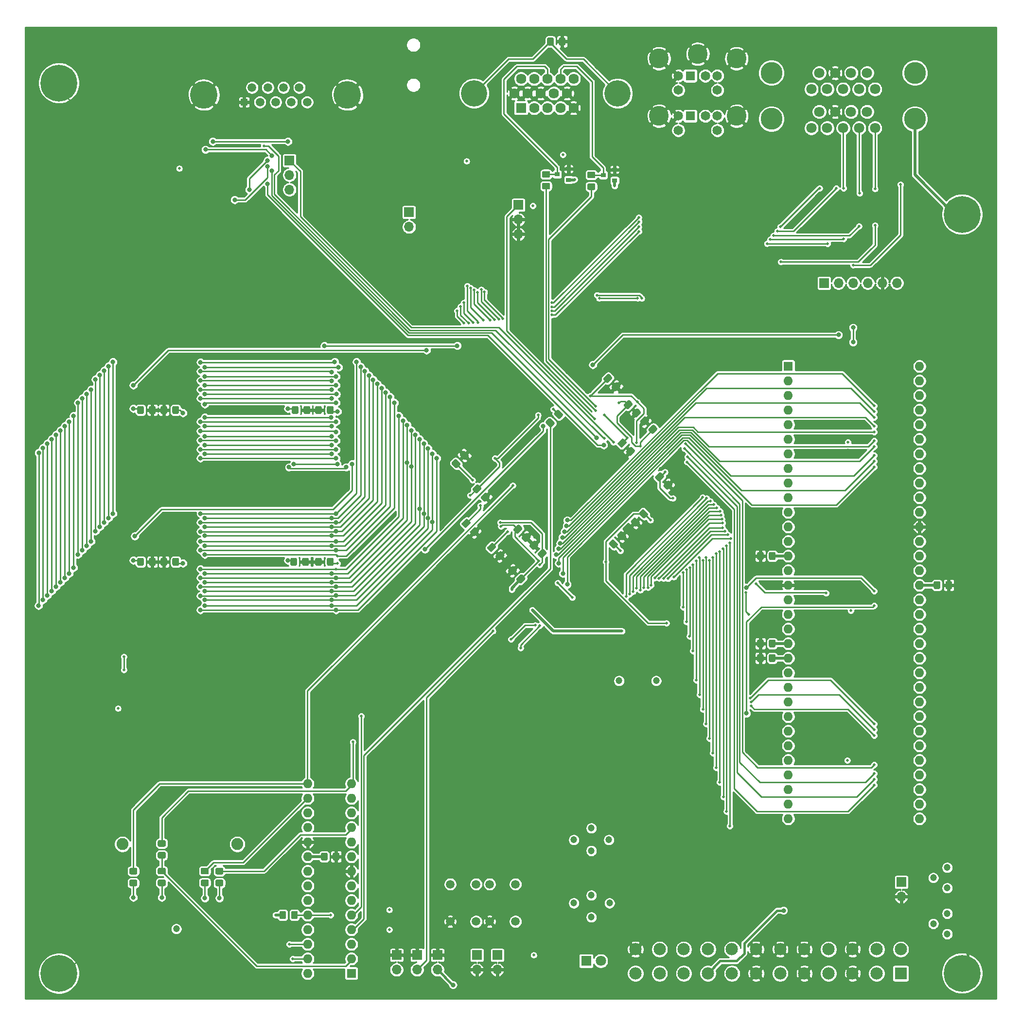
<source format=gbr>
%TF.GenerationSoftware,KiCad,Pcbnew,(5.1.6)-1*%
%TF.CreationDate,2024-05-17T16:04:07-04:00*%
%TF.ProjectId,MigStorm-ITX,4d696753-746f-4726-9d2d-4954582e6b69,rev?*%
%TF.SameCoordinates,Original*%
%TF.FileFunction,Copper,L4,Bot*%
%TF.FilePolarity,Positive*%
%FSLAX46Y46*%
G04 Gerber Fmt 4.6, Leading zero omitted, Abs format (unit mm)*
G04 Created by KiCad (PCBNEW (5.1.6)-1) date 2024-05-17 16:04:07*
%MOMM*%
%LPD*%
G01*
G04 APERTURE LIST*
%TA.AperFunction,ComponentPad*%
%ADD10C,6.400000*%
%TD*%
%TA.AperFunction,ComponentPad*%
%ADD11C,0.800000*%
%TD*%
%TA.AperFunction,ComponentPad*%
%ADD12R,1.800000X1.800000*%
%TD*%
%TA.AperFunction,ComponentPad*%
%ADD13C,1.800000*%
%TD*%
%TA.AperFunction,SMDPad,CuDef*%
%ADD14R,0.900000X0.800000*%
%TD*%
%TA.AperFunction,ComponentPad*%
%ADD15R,1.700000X1.700000*%
%TD*%
%TA.AperFunction,ComponentPad*%
%ADD16O,1.700000X1.700000*%
%TD*%
%TA.AperFunction,ComponentPad*%
%ADD17R,2.150000X2.150000*%
%TD*%
%TA.AperFunction,ComponentPad*%
%ADD18C,2.150000*%
%TD*%
%TA.AperFunction,ComponentPad*%
%ADD19R,1.650000X1.650000*%
%TD*%
%TA.AperFunction,ComponentPad*%
%ADD20C,1.650000*%
%TD*%
%TA.AperFunction,ComponentPad*%
%ADD21C,3.450000*%
%TD*%
%TA.AperFunction,ComponentPad*%
%ADD22C,2.085000*%
%TD*%
%TA.AperFunction,ComponentPad*%
%ADD23C,3.810000*%
%TD*%
%TA.AperFunction,ComponentPad*%
%ADD24R,1.200000X1.200000*%
%TD*%
%TA.AperFunction,ComponentPad*%
%ADD25C,1.500000*%
%TD*%
%TA.AperFunction,ComponentPad*%
%ADD26C,4.800000*%
%TD*%
%TA.AperFunction,ComponentPad*%
%ADD27R,1.785000X1.785000*%
%TD*%
%TA.AperFunction,ComponentPad*%
%ADD28C,1.785000*%
%TD*%
%TA.AperFunction,ComponentPad*%
%ADD29C,4.575000*%
%TD*%
%TA.AperFunction,ComponentPad*%
%ADD30R,1.600000X1.600000*%
%TD*%
%TA.AperFunction,ComponentPad*%
%ADD31O,1.600000X1.600000*%
%TD*%
%TA.AperFunction,ViaPad*%
%ADD32C,0.500000*%
%TD*%
%TA.AperFunction,ViaPad*%
%ADD33C,1.200000*%
%TD*%
%TA.AperFunction,ViaPad*%
%ADD34C,0.800000*%
%TD*%
%TA.AperFunction,Conductor*%
%ADD35C,0.500000*%
%TD*%
%TA.AperFunction,Conductor*%
%ADD36C,0.250000*%
%TD*%
%TA.AperFunction,Conductor*%
%ADD37C,0.400000*%
%TD*%
%TA.AperFunction,Conductor*%
%ADD38C,0.254000*%
%TD*%
G04 APERTURE END LIST*
D10*
%TO.P,REF\u002A\u002A,1*%
%TO.N,N/C*%
X133604000Y-67030600D03*
D11*
X136004000Y-67030600D03*
X135301056Y-68727656D03*
X133604000Y-69430600D03*
X131906944Y-68727656D03*
X131204000Y-67030600D03*
X131906944Y-65333544D03*
X133604000Y-64630600D03*
X135301056Y-65333544D03*
%TD*%
D10*
%TO.P,REF\u002A\u002A,1*%
%TO.N,N/C*%
X290880800Y-89890600D03*
D11*
X293280800Y-89890600D03*
X292577856Y-91587656D03*
X290880800Y-92290600D03*
X289183744Y-91587656D03*
X288480800Y-89890600D03*
X289183744Y-88193544D03*
X290880800Y-87490600D03*
X292577856Y-88193544D03*
%TD*%
D10*
%TO.P,REF\u002A\u002A,1*%
%TO.N,N/C*%
X290880800Y-221970600D03*
D11*
X293280800Y-221970600D03*
X292577856Y-223667656D03*
X290880800Y-224370600D03*
X289183744Y-223667656D03*
X288480800Y-221970600D03*
X289183744Y-220273544D03*
X290880800Y-219570600D03*
X292577856Y-220273544D03*
%TD*%
%TO.P,REF\u002A\u002A,1*%
%TO.N,N/C*%
X135301056Y-220298944D03*
X133604000Y-219596000D03*
X131906944Y-220298944D03*
X131204000Y-221996000D03*
X131906944Y-223693056D03*
X133604000Y-224396000D03*
X135301056Y-223693056D03*
X136004000Y-221996000D03*
D10*
X133604000Y-221996000D03*
%TD*%
%TO.P,C3,2*%
%TO.N,GND*%
%TA.AperFunction,SMDPad,CuDef*%
G36*
G01*
X204127612Y-132550785D02*
X203491215Y-131914388D01*
G75*
G02*
X203491215Y-131560836I176776J176776D01*
G01*
X203950836Y-131101215D01*
G75*
G02*
X204304388Y-131101215I176776J-176776D01*
G01*
X204940785Y-131737612D01*
G75*
G02*
X204940785Y-132091164I-176776J-176776D01*
G01*
X204481164Y-132550785D01*
G75*
G02*
X204127612Y-132550785I-176776J176776D01*
G01*
G37*
%TD.AperFunction*%
%TO.P,C3,1*%
%TO.N,3.3V*%
%TA.AperFunction,SMDPad,CuDef*%
G36*
G01*
X202678044Y-134000353D02*
X202041647Y-133363956D01*
G75*
G02*
X202041647Y-133010404I176776J176776D01*
G01*
X202501268Y-132550783D01*
G75*
G02*
X202854820Y-132550783I176776J-176776D01*
G01*
X203491217Y-133187180D01*
G75*
G02*
X203491217Y-133540732I-176776J-176776D01*
G01*
X203031596Y-134000353D01*
G75*
G02*
X202678044Y-134000353I-176776J176776D01*
G01*
G37*
%TD.AperFunction*%
%TD*%
%TO.P,C6,1*%
%TO.N,3.3V*%
%TA.AperFunction,SMDPad,CuDef*%
G36*
G01*
X203782431Y-143585828D02*
X204418828Y-142949431D01*
G75*
G02*
X204772380Y-142949431I176776J-176776D01*
G01*
X205232001Y-143409052D01*
G75*
G02*
X205232001Y-143762604I-176776J-176776D01*
G01*
X204595604Y-144399001D01*
G75*
G02*
X204242052Y-144399001I-176776J176776D01*
G01*
X203782431Y-143939380D01*
G75*
G02*
X203782431Y-143585828I176776J176776D01*
G01*
G37*
%TD.AperFunction*%
%TO.P,C6,2*%
%TO.N,GND*%
%TA.AperFunction,SMDPad,CuDef*%
G36*
G01*
X205231999Y-145035396D02*
X205868396Y-144398999D01*
G75*
G02*
X206221948Y-144398999I176776J-176776D01*
G01*
X206681569Y-144858620D01*
G75*
G02*
X206681569Y-145212172I-176776J-176776D01*
G01*
X206045172Y-145848569D01*
G75*
G02*
X205691620Y-145848569I-176776J176776D01*
G01*
X205231999Y-145388948D01*
G75*
G02*
X205231999Y-145035396I176776J176776D01*
G01*
G37*
%TD.AperFunction*%
%TD*%
%TO.P,C7,2*%
%TO.N,GND*%
%TA.AperFunction,SMDPad,CuDef*%
G36*
G01*
X209676999Y-149226396D02*
X210313396Y-148589999D01*
G75*
G02*
X210666948Y-148589999I176776J-176776D01*
G01*
X211126569Y-149049620D01*
G75*
G02*
X211126569Y-149403172I-176776J-176776D01*
G01*
X210490172Y-150039569D01*
G75*
G02*
X210136620Y-150039569I-176776J176776D01*
G01*
X209676999Y-149579948D01*
G75*
G02*
X209676999Y-149226396I176776J176776D01*
G01*
G37*
%TD.AperFunction*%
%TO.P,C7,1*%
%TO.N,3.3V*%
%TA.AperFunction,SMDPad,CuDef*%
G36*
G01*
X208227431Y-147776828D02*
X208863828Y-147140431D01*
G75*
G02*
X209217380Y-147140431I176776J-176776D01*
G01*
X209677001Y-147600052D01*
G75*
G02*
X209677001Y-147953604I-176776J-176776D01*
G01*
X209040604Y-148590001D01*
G75*
G02*
X208687052Y-148590001I-176776J176776D01*
G01*
X208227431Y-148130380D01*
G75*
G02*
X208227431Y-147776828I176776J176776D01*
G01*
G37*
%TD.AperFunction*%
%TD*%
%TO.P,C10,1*%
%TO.N,3.3V*%
%TA.AperFunction,SMDPad,CuDef*%
G36*
G01*
X230072828Y-148007569D02*
X229436431Y-147371172D01*
G75*
G02*
X229436431Y-147017620I176776J176776D01*
G01*
X229896052Y-146557999D01*
G75*
G02*
X230249604Y-146557999I176776J-176776D01*
G01*
X230886001Y-147194396D01*
G75*
G02*
X230886001Y-147547948I-176776J-176776D01*
G01*
X230426380Y-148007569D01*
G75*
G02*
X230072828Y-148007569I-176776J176776D01*
G01*
G37*
%TD.AperFunction*%
%TO.P,C10,2*%
%TO.N,GND*%
%TA.AperFunction,SMDPad,CuDef*%
G36*
G01*
X231522396Y-146558001D02*
X230885999Y-145921604D01*
G75*
G02*
X230885999Y-145568052I176776J176776D01*
G01*
X231345620Y-145108431D01*
G75*
G02*
X231699172Y-145108431I176776J-176776D01*
G01*
X232335569Y-145744828D01*
G75*
G02*
X232335569Y-146098380I-176776J-176776D01*
G01*
X231875948Y-146558001D01*
G75*
G02*
X231522396Y-146558001I-176776J176776D01*
G01*
G37*
%TD.AperFunction*%
%TD*%
%TO.P,C11,2*%
%TO.N,GND*%
%TA.AperFunction,SMDPad,CuDef*%
G36*
G01*
X238924215Y-136944612D02*
X239560612Y-136308215D01*
G75*
G02*
X239914164Y-136308215I176776J-176776D01*
G01*
X240373785Y-136767836D01*
G75*
G02*
X240373785Y-137121388I-176776J-176776D01*
G01*
X239737388Y-137757785D01*
G75*
G02*
X239383836Y-137757785I-176776J176776D01*
G01*
X238924215Y-137298164D01*
G75*
G02*
X238924215Y-136944612I176776J176776D01*
G01*
G37*
%TD.AperFunction*%
%TO.P,C11,1*%
%TO.N,3.3V*%
%TA.AperFunction,SMDPad,CuDef*%
G36*
G01*
X237474647Y-135495044D02*
X238111044Y-134858647D01*
G75*
G02*
X238464596Y-134858647I176776J-176776D01*
G01*
X238924217Y-135318268D01*
G75*
G02*
X238924217Y-135671820I-176776J-176776D01*
G01*
X238287820Y-136308217D01*
G75*
G02*
X237934268Y-136308217I-176776J176776D01*
G01*
X237474647Y-135848596D01*
G75*
G02*
X237474647Y-135495044I176776J176776D01*
G01*
G37*
%TD.AperFunction*%
%TD*%
%TO.P,C12,1*%
%TO.N,3.3V*%
%TA.AperFunction,SMDPad,CuDef*%
G36*
G01*
X228457647Y-118350044D02*
X229094044Y-117713647D01*
G75*
G02*
X229447596Y-117713647I176776J-176776D01*
G01*
X229907217Y-118173268D01*
G75*
G02*
X229907217Y-118526820I-176776J-176776D01*
G01*
X229270820Y-119163217D01*
G75*
G02*
X228917268Y-119163217I-176776J176776D01*
G01*
X228457647Y-118703596D01*
G75*
G02*
X228457647Y-118350044I176776J176776D01*
G01*
G37*
%TD.AperFunction*%
%TO.P,C12,2*%
%TO.N,GND*%
%TA.AperFunction,SMDPad,CuDef*%
G36*
G01*
X229907215Y-119799612D02*
X230543612Y-119163215D01*
G75*
G02*
X230897164Y-119163215I176776J-176776D01*
G01*
X231356785Y-119622836D01*
G75*
G02*
X231356785Y-119976388I-176776J-176776D01*
G01*
X230720388Y-120612785D01*
G75*
G02*
X230366836Y-120612785I-176776J176776D01*
G01*
X229907215Y-120153164D01*
G75*
G02*
X229907215Y-119799612I176776J176776D01*
G01*
G37*
%TD.AperFunction*%
%TD*%
%TO.P,C13,2*%
%TO.N,GND*%
%TA.AperFunction,SMDPad,CuDef*%
G36*
G01*
X232409999Y-131065396D02*
X233046396Y-130428999D01*
G75*
G02*
X233399948Y-130428999I176776J-176776D01*
G01*
X233859569Y-130888620D01*
G75*
G02*
X233859569Y-131242172I-176776J-176776D01*
G01*
X233223172Y-131878569D01*
G75*
G02*
X232869620Y-131878569I-176776J176776D01*
G01*
X232409999Y-131418948D01*
G75*
G02*
X232409999Y-131065396I176776J176776D01*
G01*
G37*
%TD.AperFunction*%
%TO.P,C13,1*%
%TO.N,+2V5*%
%TA.AperFunction,SMDPad,CuDef*%
G36*
G01*
X230960431Y-129615828D02*
X231596828Y-128979431D01*
G75*
G02*
X231950380Y-128979431I176776J-176776D01*
G01*
X232410001Y-129439052D01*
G75*
G02*
X232410001Y-129792604I-176776J-176776D01*
G01*
X231773604Y-130429001D01*
G75*
G02*
X231420052Y-130429001I-176776J176776D01*
G01*
X230960431Y-129969380D01*
G75*
G02*
X230960431Y-129615828I176776J176776D01*
G01*
G37*
%TD.AperFunction*%
%TD*%
%TO.P,C14,2*%
%TO.N,GND*%
%TA.AperFunction,SMDPad,CuDef*%
G36*
G01*
X214248999Y-146051396D02*
X214885396Y-145414999D01*
G75*
G02*
X215238948Y-145414999I176776J-176776D01*
G01*
X215698569Y-145874620D01*
G75*
G02*
X215698569Y-146228172I-176776J-176776D01*
G01*
X215062172Y-146864569D01*
G75*
G02*
X214708620Y-146864569I-176776J176776D01*
G01*
X214248999Y-146404948D01*
G75*
G02*
X214248999Y-146051396I176776J176776D01*
G01*
G37*
%TD.AperFunction*%
%TO.P,C14,1*%
%TO.N,+1V2*%
%TA.AperFunction,SMDPad,CuDef*%
G36*
G01*
X212799431Y-144601828D02*
X213435828Y-143965431D01*
G75*
G02*
X213789380Y-143965431I176776J-176776D01*
G01*
X214249001Y-144425052D01*
G75*
G02*
X214249001Y-144778604I-176776J-176776D01*
G01*
X213612604Y-145415001D01*
G75*
G02*
X213259052Y-145415001I-176776J176776D01*
G01*
X212799431Y-144955380D01*
G75*
G02*
X212799431Y-144601828I176776J176776D01*
G01*
G37*
%TD.AperFunction*%
%TD*%
%TO.P,C15,1*%
%TO.N,+2V5*%
%TA.AperFunction,SMDPad,CuDef*%
G36*
G01*
X205687431Y-137579612D02*
X206323828Y-136943215D01*
G75*
G02*
X206677380Y-136943215I176776J-176776D01*
G01*
X207137001Y-137402836D01*
G75*
G02*
X207137001Y-137756388I-176776J-176776D01*
G01*
X206500604Y-138392785D01*
G75*
G02*
X206147052Y-138392785I-176776J176776D01*
G01*
X205687431Y-137933164D01*
G75*
G02*
X205687431Y-137579612I176776J176776D01*
G01*
G37*
%TD.AperFunction*%
%TO.P,C15,2*%
%TO.N,GND*%
%TA.AperFunction,SMDPad,CuDef*%
G36*
G01*
X207136999Y-139029180D02*
X207773396Y-138392783D01*
G75*
G02*
X208126948Y-138392783I176776J-176776D01*
G01*
X208586569Y-138852404D01*
G75*
G02*
X208586569Y-139205956I-176776J-176776D01*
G01*
X207950172Y-139842353D01*
G75*
G02*
X207596620Y-139842353I-176776J176776D01*
G01*
X207136999Y-139382732D01*
G75*
G02*
X207136999Y-139029180I176776J176776D01*
G01*
G37*
%TD.AperFunction*%
%TD*%
%TO.P,C16,1*%
%TO.N,+1V2*%
%TA.AperFunction,SMDPad,CuDef*%
G36*
G01*
X214772353Y-153429956D02*
X214135956Y-154066353D01*
G75*
G02*
X213782404Y-154066353I-176776J176776D01*
G01*
X213322783Y-153606732D01*
G75*
G02*
X213322783Y-153253180I176776J176776D01*
G01*
X213959180Y-152616783D01*
G75*
G02*
X214312732Y-152616783I176776J-176776D01*
G01*
X214772353Y-153076404D01*
G75*
G02*
X214772353Y-153429956I-176776J-176776D01*
G01*
G37*
%TD.AperFunction*%
%TO.P,C16,2*%
%TO.N,GND*%
%TA.AperFunction,SMDPad,CuDef*%
G36*
G01*
X213322785Y-151980388D02*
X212686388Y-152616785D01*
G75*
G02*
X212332836Y-152616785I-176776J176776D01*
G01*
X211873215Y-152157164D01*
G75*
G02*
X211873215Y-151803612I176776J176776D01*
G01*
X212509612Y-151167215D01*
G75*
G02*
X212863164Y-151167215I176776J-176776D01*
G01*
X213322785Y-151626836D01*
G75*
G02*
X213322785Y-151980388I-176776J-176776D01*
G01*
G37*
%TD.AperFunction*%
%TD*%
%TO.P,C17,2*%
%TO.N,GND*%
%TA.AperFunction,SMDPad,CuDef*%
G36*
G01*
X217043001Y-147572604D02*
X216406604Y-148209001D01*
G75*
G02*
X216053052Y-148209001I-176776J176776D01*
G01*
X215593431Y-147749380D01*
G75*
G02*
X215593431Y-147395828I176776J176776D01*
G01*
X216229828Y-146759431D01*
G75*
G02*
X216583380Y-146759431I176776J-176776D01*
G01*
X217043001Y-147219052D01*
G75*
G02*
X217043001Y-147572604I-176776J-176776D01*
G01*
G37*
%TD.AperFunction*%
%TO.P,C17,1*%
%TO.N,+2V5*%
%TA.AperFunction,SMDPad,CuDef*%
G36*
G01*
X218492569Y-149022172D02*
X217856172Y-149658569D01*
G75*
G02*
X217502620Y-149658569I-176776J176776D01*
G01*
X217042999Y-149198948D01*
G75*
G02*
X217042999Y-148845396I176776J176776D01*
G01*
X217679396Y-148208999D01*
G75*
G02*
X218032948Y-148208999I176776J-176776D01*
G01*
X218492569Y-148668620D01*
G75*
G02*
X218492569Y-149022172I-176776J-176776D01*
G01*
G37*
%TD.AperFunction*%
%TD*%
%TO.P,C18,2*%
%TO.N,GND*%
%TA.AperFunction,SMDPad,CuDef*%
G36*
G01*
X233463215Y-124371612D02*
X234099612Y-123735215D01*
G75*
G02*
X234453164Y-123735215I176776J-176776D01*
G01*
X234912785Y-124194836D01*
G75*
G02*
X234912785Y-124548388I-176776J-176776D01*
G01*
X234276388Y-125184785D01*
G75*
G02*
X233922836Y-125184785I-176776J176776D01*
G01*
X233463215Y-124725164D01*
G75*
G02*
X233463215Y-124371612I176776J176776D01*
G01*
G37*
%TD.AperFunction*%
%TO.P,C18,1*%
%TO.N,+1V2*%
%TA.AperFunction,SMDPad,CuDef*%
G36*
G01*
X232013647Y-122922044D02*
X232650044Y-122285647D01*
G75*
G02*
X233003596Y-122285647I176776J-176776D01*
G01*
X233463217Y-122745268D01*
G75*
G02*
X233463217Y-123098820I-176776J-176776D01*
G01*
X232826820Y-123735217D01*
G75*
G02*
X232473268Y-123735217I-176776J176776D01*
G01*
X232013647Y-123275596D01*
G75*
G02*
X232013647Y-122922044I176776J176776D01*
G01*
G37*
%TD.AperFunction*%
%TD*%
%TO.P,C19,1*%
%TO.N,+2V5*%
%TA.AperFunction,SMDPad,CuDef*%
G36*
G01*
X235509172Y-141298431D02*
X236145569Y-141934828D01*
G75*
G02*
X236145569Y-142288380I-176776J-176776D01*
G01*
X235685948Y-142748001D01*
G75*
G02*
X235332396Y-142748001I-176776J176776D01*
G01*
X234695999Y-142111604D01*
G75*
G02*
X234695999Y-141758052I176776J176776D01*
G01*
X235155620Y-141298431D01*
G75*
G02*
X235509172Y-141298431I176776J-176776D01*
G01*
G37*
%TD.AperFunction*%
%TO.P,C19,2*%
%TO.N,GND*%
%TA.AperFunction,SMDPad,CuDef*%
G36*
G01*
X234059604Y-142747999D02*
X234696001Y-143384396D01*
G75*
G02*
X234696001Y-143737948I-176776J-176776D01*
G01*
X234236380Y-144197569D01*
G75*
G02*
X233882828Y-144197569I-176776J176776D01*
G01*
X233246431Y-143561172D01*
G75*
G02*
X233246431Y-143207620I176776J176776D01*
G01*
X233706052Y-142747999D01*
G75*
G02*
X234059604Y-142747999I176776J-176776D01*
G01*
G37*
%TD.AperFunction*%
%TD*%
%TO.P,C20,1*%
%TO.N,+1V2*%
%TA.AperFunction,SMDPad,CuDef*%
G36*
G01*
X237759353Y-127394956D02*
X237122956Y-128031353D01*
G75*
G02*
X236769404Y-128031353I-176776J176776D01*
G01*
X236309783Y-127571732D01*
G75*
G02*
X236309783Y-127218180I176776J176776D01*
G01*
X236946180Y-126581783D01*
G75*
G02*
X237299732Y-126581783I176776J-176776D01*
G01*
X237759353Y-127041404D01*
G75*
G02*
X237759353Y-127394956I-176776J-176776D01*
G01*
G37*
%TD.AperFunction*%
%TO.P,C20,2*%
%TO.N,GND*%
%TA.AperFunction,SMDPad,CuDef*%
G36*
G01*
X236309785Y-125945388D02*
X235673388Y-126581785D01*
G75*
G02*
X235319836Y-126581785I-176776J176776D01*
G01*
X234860215Y-126122164D01*
G75*
G02*
X234860215Y-125768612I176776J176776D01*
G01*
X235496612Y-125132215D01*
G75*
G02*
X235850164Y-125132215I176776J-176776D01*
G01*
X236309785Y-125591836D01*
G75*
G02*
X236309785Y-125945388I-176776J-176776D01*
G01*
G37*
%TD.AperFunction*%
%TD*%
%TO.P,C21,2*%
%TO.N,GND*%
%TA.AperFunction,SMDPad,CuDef*%
G36*
G01*
X256344000Y-148901999D02*
X256344000Y-149802001D01*
G75*
G02*
X256094001Y-150052000I-249999J0D01*
G01*
X255443999Y-150052000D01*
G75*
G02*
X255194000Y-149802001I0J249999D01*
G01*
X255194000Y-148901999D01*
G75*
G02*
X255443999Y-148652000I249999J0D01*
G01*
X256094001Y-148652000D01*
G75*
G02*
X256344000Y-148901999I0J-249999D01*
G01*
G37*
%TD.AperFunction*%
%TO.P,C21,1*%
%TO.N,5VDC*%
%TA.AperFunction,SMDPad,CuDef*%
G36*
G01*
X258394000Y-148901999D02*
X258394000Y-149802001D01*
G75*
G02*
X258144001Y-150052000I-249999J0D01*
G01*
X257493999Y-150052000D01*
G75*
G02*
X257244000Y-149802001I0J249999D01*
G01*
X257244000Y-148901999D01*
G75*
G02*
X257493999Y-148652000I249999J0D01*
G01*
X258144001Y-148652000D01*
G75*
G02*
X258394000Y-148901999I0J-249999D01*
G01*
G37*
%TD.AperFunction*%
%TD*%
%TO.P,C22,2*%
%TO.N,GND*%
%TA.AperFunction,SMDPad,CuDef*%
G36*
G01*
X287987000Y-154882001D02*
X287987000Y-153981999D01*
G75*
G02*
X288236999Y-153732000I249999J0D01*
G01*
X288887001Y-153732000D01*
G75*
G02*
X289137000Y-153981999I0J-249999D01*
G01*
X289137000Y-154882001D01*
G75*
G02*
X288887001Y-155132000I-249999J0D01*
G01*
X288236999Y-155132000D01*
G75*
G02*
X287987000Y-154882001I0J249999D01*
G01*
G37*
%TD.AperFunction*%
%TO.P,C22,1*%
%TO.N,5VDC*%
%TA.AperFunction,SMDPad,CuDef*%
G36*
G01*
X285937000Y-154882001D02*
X285937000Y-153981999D01*
G75*
G02*
X286186999Y-153732000I249999J0D01*
G01*
X286837001Y-153732000D01*
G75*
G02*
X287087000Y-153981999I0J-249999D01*
G01*
X287087000Y-154882001D01*
G75*
G02*
X286837001Y-155132000I-249999J0D01*
G01*
X286186999Y-155132000D01*
G75*
G02*
X285937000Y-154882001I0J249999D01*
G01*
G37*
%TD.AperFunction*%
%TD*%
%TO.P,C23,1*%
%TO.N,5VDC*%
%TA.AperFunction,SMDPad,CuDef*%
G36*
G01*
X258385000Y-164141999D02*
X258385000Y-165042001D01*
G75*
G02*
X258135001Y-165292000I-249999J0D01*
G01*
X257484999Y-165292000D01*
G75*
G02*
X257235000Y-165042001I0J249999D01*
G01*
X257235000Y-164141999D01*
G75*
G02*
X257484999Y-163892000I249999J0D01*
G01*
X258135001Y-163892000D01*
G75*
G02*
X258385000Y-164141999I0J-249999D01*
G01*
G37*
%TD.AperFunction*%
%TO.P,C23,2*%
%TO.N,GND*%
%TA.AperFunction,SMDPad,CuDef*%
G36*
G01*
X256335000Y-164141999D02*
X256335000Y-165042001D01*
G75*
G02*
X256085001Y-165292000I-249999J0D01*
G01*
X255434999Y-165292000D01*
G75*
G02*
X255185000Y-165042001I0J249999D01*
G01*
X255185000Y-164141999D01*
G75*
G02*
X255434999Y-163892000I249999J0D01*
G01*
X256085001Y-163892000D01*
G75*
G02*
X256335000Y-164141999I0J-249999D01*
G01*
G37*
%TD.AperFunction*%
%TD*%
%TO.P,C24,2*%
%TO.N,GND*%
%TA.AperFunction,SMDPad,CuDef*%
G36*
G01*
X256335000Y-166681999D02*
X256335000Y-167582001D01*
G75*
G02*
X256085001Y-167832000I-249999J0D01*
G01*
X255434999Y-167832000D01*
G75*
G02*
X255185000Y-167582001I0J249999D01*
G01*
X255185000Y-166681999D01*
G75*
G02*
X255434999Y-166432000I249999J0D01*
G01*
X256085001Y-166432000D01*
G75*
G02*
X256335000Y-166681999I0J-249999D01*
G01*
G37*
%TD.AperFunction*%
%TO.P,C24,1*%
%TO.N,5VDC*%
%TA.AperFunction,SMDPad,CuDef*%
G36*
G01*
X258385000Y-166681999D02*
X258385000Y-167582001D01*
G75*
G02*
X258135001Y-167832000I-249999J0D01*
G01*
X257484999Y-167832000D01*
G75*
G02*
X257235000Y-167582001I0J249999D01*
G01*
X257235000Y-166681999D01*
G75*
G02*
X257484999Y-166432000I249999J0D01*
G01*
X258135001Y-166432000D01*
G75*
G02*
X258385000Y-166681999I0J-249999D01*
G01*
G37*
%TD.AperFunction*%
%TD*%
%TO.P,C25,1*%
%TO.N,3.3V*%
%TA.AperFunction,SMDPad,CuDef*%
G36*
G01*
X147244000Y-124402001D02*
X147244000Y-123501999D01*
G75*
G02*
X147493999Y-123252000I249999J0D01*
G01*
X148144001Y-123252000D01*
G75*
G02*
X148394000Y-123501999I0J-249999D01*
G01*
X148394000Y-124402001D01*
G75*
G02*
X148144001Y-124652000I-249999J0D01*
G01*
X147493999Y-124652000D01*
G75*
G02*
X147244000Y-124402001I0J249999D01*
G01*
G37*
%TD.AperFunction*%
%TO.P,C25,2*%
%TO.N,GND*%
%TA.AperFunction,SMDPad,CuDef*%
G36*
G01*
X149294000Y-124402001D02*
X149294000Y-123501999D01*
G75*
G02*
X149543999Y-123252000I249999J0D01*
G01*
X150194001Y-123252000D01*
G75*
G02*
X150444000Y-123501999I0J-249999D01*
G01*
X150444000Y-124402001D01*
G75*
G02*
X150194001Y-124652000I-249999J0D01*
G01*
X149543999Y-124652000D01*
G75*
G02*
X149294000Y-124402001I0J249999D01*
G01*
G37*
%TD.AperFunction*%
%TD*%
%TO.P,C26,1*%
%TO.N,3.3V*%
%TA.AperFunction,SMDPad,CuDef*%
G36*
G01*
X154499000Y-123501999D02*
X154499000Y-124402001D01*
G75*
G02*
X154249001Y-124652000I-249999J0D01*
G01*
X153598999Y-124652000D01*
G75*
G02*
X153349000Y-124402001I0J249999D01*
G01*
X153349000Y-123501999D01*
G75*
G02*
X153598999Y-123252000I249999J0D01*
G01*
X154249001Y-123252000D01*
G75*
G02*
X154499000Y-123501999I0J-249999D01*
G01*
G37*
%TD.AperFunction*%
%TO.P,C26,2*%
%TO.N,GND*%
%TA.AperFunction,SMDPad,CuDef*%
G36*
G01*
X152449000Y-123501999D02*
X152449000Y-124402001D01*
G75*
G02*
X152199001Y-124652000I-249999J0D01*
G01*
X151548999Y-124652000D01*
G75*
G02*
X151299000Y-124402001I0J249999D01*
G01*
X151299000Y-123501999D01*
G75*
G02*
X151548999Y-123252000I249999J0D01*
G01*
X152199001Y-123252000D01*
G75*
G02*
X152449000Y-123501999I0J-249999D01*
G01*
G37*
%TD.AperFunction*%
%TD*%
%TO.P,C27,2*%
%TO.N,GND*%
%TA.AperFunction,SMDPad,CuDef*%
G36*
G01*
X176218000Y-124402001D02*
X176218000Y-123501999D01*
G75*
G02*
X176467999Y-123252000I249999J0D01*
G01*
X177118001Y-123252000D01*
G75*
G02*
X177368000Y-123501999I0J-249999D01*
G01*
X177368000Y-124402001D01*
G75*
G02*
X177118001Y-124652000I-249999J0D01*
G01*
X176467999Y-124652000D01*
G75*
G02*
X176218000Y-124402001I0J249999D01*
G01*
G37*
%TD.AperFunction*%
%TO.P,C27,1*%
%TO.N,3.3V*%
%TA.AperFunction,SMDPad,CuDef*%
G36*
G01*
X174168000Y-124402001D02*
X174168000Y-123501999D01*
G75*
G02*
X174417999Y-123252000I249999J0D01*
G01*
X175068001Y-123252000D01*
G75*
G02*
X175318000Y-123501999I0J-249999D01*
G01*
X175318000Y-124402001D01*
G75*
G02*
X175068001Y-124652000I-249999J0D01*
G01*
X174417999Y-124652000D01*
G75*
G02*
X174168000Y-124402001I0J249999D01*
G01*
G37*
%TD.AperFunction*%
%TD*%
%TO.P,C28,1*%
%TO.N,3.3V*%
%TA.AperFunction,SMDPad,CuDef*%
G36*
G01*
X181432000Y-123501999D02*
X181432000Y-124402001D01*
G75*
G02*
X181182001Y-124652000I-249999J0D01*
G01*
X180531999Y-124652000D01*
G75*
G02*
X180282000Y-124402001I0J249999D01*
G01*
X180282000Y-123501999D01*
G75*
G02*
X180531999Y-123252000I249999J0D01*
G01*
X181182001Y-123252000D01*
G75*
G02*
X181432000Y-123501999I0J-249999D01*
G01*
G37*
%TD.AperFunction*%
%TO.P,C28,2*%
%TO.N,GND*%
%TA.AperFunction,SMDPad,CuDef*%
G36*
G01*
X179382000Y-123501999D02*
X179382000Y-124402001D01*
G75*
G02*
X179132001Y-124652000I-249999J0D01*
G01*
X178481999Y-124652000D01*
G75*
G02*
X178232000Y-124402001I0J249999D01*
G01*
X178232000Y-123501999D01*
G75*
G02*
X178481999Y-123252000I249999J0D01*
G01*
X179132001Y-123252000D01*
G75*
G02*
X179382000Y-123501999I0J-249999D01*
G01*
G37*
%TD.AperFunction*%
%TD*%
%TO.P,C29,2*%
%TO.N,GND*%
%TA.AperFunction,SMDPad,CuDef*%
G36*
G01*
X149294000Y-150818001D02*
X149294000Y-149917999D01*
G75*
G02*
X149543999Y-149668000I249999J0D01*
G01*
X150194001Y-149668000D01*
G75*
G02*
X150444000Y-149917999I0J-249999D01*
G01*
X150444000Y-150818001D01*
G75*
G02*
X150194001Y-151068000I-249999J0D01*
G01*
X149543999Y-151068000D01*
G75*
G02*
X149294000Y-150818001I0J249999D01*
G01*
G37*
%TD.AperFunction*%
%TO.P,C29,1*%
%TO.N,3.3V*%
%TA.AperFunction,SMDPad,CuDef*%
G36*
G01*
X147244000Y-150818001D02*
X147244000Y-149917999D01*
G75*
G02*
X147493999Y-149668000I249999J0D01*
G01*
X148144001Y-149668000D01*
G75*
G02*
X148394000Y-149917999I0J-249999D01*
G01*
X148394000Y-150818001D01*
G75*
G02*
X148144001Y-151068000I-249999J0D01*
G01*
X147493999Y-151068000D01*
G75*
G02*
X147244000Y-150818001I0J249999D01*
G01*
G37*
%TD.AperFunction*%
%TD*%
%TO.P,C30,1*%
%TO.N,3.3V*%
%TA.AperFunction,SMDPad,CuDef*%
G36*
G01*
X154508000Y-149917999D02*
X154508000Y-150818001D01*
G75*
G02*
X154258001Y-151068000I-249999J0D01*
G01*
X153607999Y-151068000D01*
G75*
G02*
X153358000Y-150818001I0J249999D01*
G01*
X153358000Y-149917999D01*
G75*
G02*
X153607999Y-149668000I249999J0D01*
G01*
X154258001Y-149668000D01*
G75*
G02*
X154508000Y-149917999I0J-249999D01*
G01*
G37*
%TD.AperFunction*%
%TO.P,C30,2*%
%TO.N,GND*%
%TA.AperFunction,SMDPad,CuDef*%
G36*
G01*
X152458000Y-149917999D02*
X152458000Y-150818001D01*
G75*
G02*
X152208001Y-151068000I-249999J0D01*
G01*
X151557999Y-151068000D01*
G75*
G02*
X151308000Y-150818001I0J249999D01*
G01*
X151308000Y-149917999D01*
G75*
G02*
X151557999Y-149668000I249999J0D01*
G01*
X152208001Y-149668000D01*
G75*
G02*
X152458000Y-149917999I0J-249999D01*
G01*
G37*
%TD.AperFunction*%
%TD*%
%TO.P,C31,2*%
%TO.N,GND*%
%TA.AperFunction,SMDPad,CuDef*%
G36*
G01*
X175964000Y-150818001D02*
X175964000Y-149917999D01*
G75*
G02*
X176213999Y-149668000I249999J0D01*
G01*
X176864001Y-149668000D01*
G75*
G02*
X177114000Y-149917999I0J-249999D01*
G01*
X177114000Y-150818001D01*
G75*
G02*
X176864001Y-151068000I-249999J0D01*
G01*
X176213999Y-151068000D01*
G75*
G02*
X175964000Y-150818001I0J249999D01*
G01*
G37*
%TD.AperFunction*%
%TO.P,C31,1*%
%TO.N,3.3V*%
%TA.AperFunction,SMDPad,CuDef*%
G36*
G01*
X173914000Y-150818001D02*
X173914000Y-149917999D01*
G75*
G02*
X174163999Y-149668000I249999J0D01*
G01*
X174814001Y-149668000D01*
G75*
G02*
X175064000Y-149917999I0J-249999D01*
G01*
X175064000Y-150818001D01*
G75*
G02*
X174814001Y-151068000I-249999J0D01*
G01*
X174163999Y-151068000D01*
G75*
G02*
X173914000Y-150818001I0J249999D01*
G01*
G37*
%TD.AperFunction*%
%TD*%
%TO.P,C32,1*%
%TO.N,3.3V*%
%TA.AperFunction,SMDPad,CuDef*%
G36*
G01*
X181432000Y-149917999D02*
X181432000Y-150818001D01*
G75*
G02*
X181182001Y-151068000I-249999J0D01*
G01*
X180531999Y-151068000D01*
G75*
G02*
X180282000Y-150818001I0J249999D01*
G01*
X180282000Y-149917999D01*
G75*
G02*
X180531999Y-149668000I249999J0D01*
G01*
X181182001Y-149668000D01*
G75*
G02*
X181432000Y-149917999I0J-249999D01*
G01*
G37*
%TD.AperFunction*%
%TO.P,C32,2*%
%TO.N,GND*%
%TA.AperFunction,SMDPad,CuDef*%
G36*
G01*
X179382000Y-149917999D02*
X179382000Y-150818001D01*
G75*
G02*
X179132001Y-151068000I-249999J0D01*
G01*
X178481999Y-151068000D01*
G75*
G02*
X178232000Y-150818001I0J249999D01*
G01*
X178232000Y-149917999D01*
G75*
G02*
X178481999Y-149668000I249999J0D01*
G01*
X179132001Y-149668000D01*
G75*
G02*
X179382000Y-149917999I0J-249999D01*
G01*
G37*
%TD.AperFunction*%
%TD*%
%TO.P,C41,2*%
%TO.N,GND*%
%TA.AperFunction,SMDPad,CuDef*%
G36*
G01*
X181289000Y-202126001D02*
X181289000Y-201225999D01*
G75*
G02*
X181538999Y-200976000I249999J0D01*
G01*
X182189001Y-200976000D01*
G75*
G02*
X182439000Y-201225999I0J-249999D01*
G01*
X182439000Y-202126001D01*
G75*
G02*
X182189001Y-202376000I-249999J0D01*
G01*
X181538999Y-202376000D01*
G75*
G02*
X181289000Y-202126001I0J249999D01*
G01*
G37*
%TD.AperFunction*%
%TO.P,C41,1*%
%TO.N,3.3V*%
%TA.AperFunction,SMDPad,CuDef*%
G36*
G01*
X179239000Y-202126001D02*
X179239000Y-201225999D01*
G75*
G02*
X179488999Y-200976000I249999J0D01*
G01*
X180139001Y-200976000D01*
G75*
G02*
X180389000Y-201225999I0J-249999D01*
G01*
X180389000Y-202126001D01*
G75*
G02*
X180139001Y-202376000I-249999J0D01*
G01*
X179488999Y-202376000D01*
G75*
G02*
X179239000Y-202126001I0J249999D01*
G01*
G37*
%TD.AperFunction*%
%TD*%
D12*
%TO.P,D1,1*%
%TO.N,Net-(D1-Pad1)*%
X225425000Y-219837000D03*
D13*
%TO.P,D1,2*%
%TO.N,5VDC*%
X227965000Y-219837000D03*
%TD*%
D14*
%TO.P,D5,3*%
%TO.N,Net-(D5-Pad3)*%
X220361000Y-82931000D03*
%TO.P,D5,2*%
%TO.N,3.3V*%
X222361000Y-83881000D03*
%TO.P,D5,1*%
%TO.N,GND*%
X222361000Y-81981000D03*
%TD*%
%TO.P,D6,1*%
%TO.N,GND*%
X230378000Y-82108000D03*
%TO.P,D6,2*%
%TO.N,3.3V*%
X230378000Y-84008000D03*
%TO.P,D6,3*%
%TO.N,Net-(D6-Pad3)*%
X228378000Y-83058000D03*
%TD*%
D15*
%TO.P,J1,1*%
%TO.N,Net-(J1-Pad1)*%
X266827000Y-101854000D03*
D16*
%TO.P,J1,2*%
%TO.N,Net-(J1-Pad2)*%
X269367000Y-101854000D03*
%TO.P,J1,3*%
%TO.N,Net-(J1-Pad3)*%
X271907000Y-101854000D03*
%TO.P,J1,4*%
%TO.N,Net-(J1-Pad4)*%
X274447000Y-101854000D03*
%TO.P,J1,5*%
%TO.N,GND*%
X276987000Y-101854000D03*
%TO.P,J1,6*%
%TO.N,3.3V*%
X279527000Y-101854000D03*
%TD*%
D17*
%TO.P,J2,1*%
%TO.N,3.3V*%
X280207000Y-222005000D03*
D18*
%TO.P,J2,2*%
X276007000Y-222005000D03*
%TO.P,J2,3*%
%TO.N,GND*%
X271807000Y-222005000D03*
%TO.P,J2,4*%
%TO.N,5VDC*%
X267607000Y-222005000D03*
%TO.P,J2,5*%
%TO.N,GND*%
X263407000Y-222005000D03*
%TO.P,J2,6*%
%TO.N,5VDC*%
X259207000Y-222005000D03*
%TO.P,J2,7*%
%TO.N,GND*%
X255007000Y-222005000D03*
%TO.P,J2,8*%
%TO.N,N/C*%
X250807000Y-222005000D03*
%TO.P,J2,9*%
%TO.N,5VSB*%
X246607000Y-222005000D03*
%TO.P,J2,10*%
%TO.N,12VDC*%
X242407000Y-222005000D03*
%TO.P,J2,11*%
X238207000Y-222005000D03*
%TO.P,J2,12*%
%TO.N,3.3V*%
X234007000Y-222005000D03*
%TO.P,J2,13*%
X280207000Y-217805000D03*
%TO.P,J2,14*%
%TO.N,N/C*%
X276007000Y-217805000D03*
%TO.P,J2,15*%
%TO.N,GND*%
X271807000Y-217805000D03*
%TO.P,J2,16*%
%TO.N,PS_ON*%
X267607000Y-217805000D03*
%TO.P,J2,17*%
%TO.N,GND*%
X263407000Y-217805000D03*
%TO.P,J2,18*%
X259207000Y-217805000D03*
%TO.P,J2,19*%
X255007000Y-217805000D03*
%TO.P,J2,20*%
%TO.N,N/C*%
X250807000Y-217805000D03*
%TO.P,J2,21*%
%TO.N,5VDC*%
X246607000Y-217805000D03*
%TO.P,J2,22*%
X242407000Y-217805000D03*
%TO.P,J2,23*%
X238207000Y-217805000D03*
%TO.P,J2,24*%
%TO.N,GND*%
X234007000Y-217805000D03*
%TD*%
D15*
%TO.P,J3,1*%
%TO.N,GND*%
X199517000Y-218821000D03*
D16*
%TO.P,J3,2*%
%TO.N,Net-(IC8-Pad1)*%
X199517000Y-221361000D03*
%TD*%
D15*
%TO.P,J4,1*%
%TO.N,GND*%
X195961000Y-218821000D03*
D16*
%TO.P,J4,2*%
%TO.N,Net-(J4-Pad2)*%
X195961000Y-221361000D03*
%TD*%
D15*
%TO.P,J5,1*%
%TO.N,15KHZ*%
X213614000Y-88265000D03*
D16*
%TO.P,J5,2*%
%TO.N,GND*%
X213614000Y-90805000D03*
%TO.P,J5,3*%
X213614000Y-93345000D03*
%TD*%
%TO.P,J6,2*%
%TO.N,Net-(J6-Pad2)*%
X192405000Y-221361000D03*
D15*
%TO.P,J6,1*%
%TO.N,GND*%
X192405000Y-218821000D03*
%TD*%
D19*
%TO.P,J7,A1*%
%TO.N,Net-(J7-PadA1)*%
X243556000Y-65776000D03*
D20*
%TO.P,J7,A2*%
X246156000Y-65776000D03*
%TO.P,J7,A3*%
%TO.N,GND*%
X241456000Y-65776000D03*
%TO.P,J7,A5*%
%TO.N,5VDC*%
X248256000Y-65776000D03*
%TO.P,J7,A6*%
%TO.N,Net-(J7-PadA6)*%
X241456000Y-68276000D03*
%TO.P,J7,A8*%
X248256000Y-68276000D03*
D19*
%TO.P,J7,B1*%
%TO.N,Net-(J7-PadB1)*%
X243556000Y-72776000D03*
D20*
%TO.P,J7,B2*%
X246156000Y-72776000D03*
%TO.P,J7,B3*%
%TO.N,GND*%
X241456000Y-72776000D03*
%TO.P,J7,B5*%
%TO.N,5VDC*%
X248256000Y-72776000D03*
%TO.P,J7,B6*%
%TO.N,Net-(J7-PadB6)*%
X241456000Y-75276000D03*
%TO.P,J7,B8*%
X248256000Y-75276000D03*
D21*
%TO.P,J7,MH1*%
%TO.N,GND*%
X251606000Y-62776000D03*
%TO.P,J7,MH2*%
X244856000Y-61976000D03*
%TO.P,J7,MH3*%
X238106000Y-62776000D03*
%TO.P,J7,MH4*%
X251606000Y-72776000D03*
%TO.P,J7,MH5*%
X238106000Y-72776000D03*
%TD*%
D15*
%TO.P,J8,1*%
%TO.N,MCLR*%
X209931000Y-218821000D03*
D16*
%TO.P,J8,2*%
%TO.N,GND*%
X209931000Y-221361000D03*
%TD*%
%TO.P,J9,2*%
%TO.N,GND*%
X206375000Y-221361000D03*
D15*
%TO.P,J9,1*%
%TO.N,BUTTON*%
X206375000Y-218821000D03*
%TD*%
D16*
%TO.P,J10,3*%
%TO.N,TXD_MCU*%
X173736000Y-85598000D03*
%TO.P,J10,2*%
%TO.N,Net-(J10-Pad2)*%
X173736000Y-83058000D03*
D15*
%TO.P,J10,1*%
%TO.N,TXD*%
X173736000Y-80518000D03*
%TD*%
D22*
%TO.P,J11,15*%
%TO.N,N/C*%
X164656000Y-199503000D03*
%TO.P,J11,16*%
X144656000Y-199503000D03*
%TD*%
D16*
%TO.P,J12,2*%
%TO.N,Net-(C46-Pad1)*%
X194564000Y-92075000D03*
D15*
%TO.P,J12,1*%
%TO.N,Net-(J12-Pad1)*%
X194564000Y-89535000D03*
%TD*%
D13*
%TO.P,J13,9B*%
%TO.N,Net-(J13-Pad9B)*%
X266010000Y-72028000D03*
%TO.P,J13,6B*%
%TO.N,Net-(J13-Pad6B)*%
X274320000Y-72028000D03*
%TO.P,J13,7B*%
%TO.N,5VDC*%
X271550000Y-72028000D03*
%TO.P,J13,8B*%
%TO.N,GND*%
X268780000Y-72028000D03*
%TO.P,J13,5B*%
%TO.N,N/C*%
X264625000Y-74868000D03*
%TO.P,J13,4B*%
%TO.N,Net-(J13-Pad4B)*%
X267395000Y-74868000D03*
%TO.P,J13,1B*%
%TO.N,Net-(J13-Pad1B)*%
X275705000Y-74868000D03*
%TO.P,J13,2B*%
%TO.N,Net-(J13-Pad2B)*%
X272935000Y-74868000D03*
%TO.P,J13,9A*%
%TO.N,Net-(J13-Pad9A)*%
X266010000Y-65278000D03*
%TO.P,J13,6A*%
%TO.N,Net-(J13-Pad6A)*%
X274320000Y-65278000D03*
%TO.P,J13,7A*%
%TO.N,5VDC*%
X271550000Y-65278000D03*
%TO.P,J13,8A*%
%TO.N,GND*%
X268780000Y-65278000D03*
%TO.P,J13,5A*%
%TO.N,N/C*%
X264625000Y-68118000D03*
%TO.P,J13,4A*%
%TO.N,Net-(J13-Pad4A)*%
X267395000Y-68118000D03*
%TO.P,J13,1A*%
%TO.N,Net-(J13-Pad1A)*%
X275705000Y-68118000D03*
%TO.P,J13,2A*%
%TO.N,Net-(J13-Pad2A)*%
X272935000Y-68118000D03*
%TO.P,J13,3B*%
%TO.N,Net-(J13-Pad3B)*%
X270165000Y-74868000D03*
%TO.P,J13,3A*%
%TO.N,Net-(J13-Pad3A)*%
X270165000Y-68118000D03*
D23*
%TO.P,J13,MH3*%
%TO.N,N/C*%
X257675000Y-73278000D03*
%TO.P,J13,MH4*%
X257675000Y-65278000D03*
%TO.P,J13,MH2*%
X282655000Y-65278000D03*
%TO.P,J13,MH1*%
X282655000Y-73278000D03*
%TD*%
D24*
%TO.P,J14,1*%
%TO.N,GND*%
X165862000Y-70358000D03*
D25*
%TO.P,J14,2*%
%TO.N,N/C*%
X167232000Y-67818000D03*
%TO.P,J14,3*%
%TO.N,Net-(J14-Pad3)*%
X168602000Y-70358000D03*
%TO.P,J14,4*%
%TO.N,Net-(J14-Pad4)*%
X169972000Y-67818000D03*
%TO.P,J14,5*%
%TO.N,Net-(J14-Pad5)*%
X171342000Y-70358000D03*
%TO.P,J14,6*%
%TO.N,Net-(J14-Pad6)*%
X172712000Y-67818000D03*
%TO.P,J14,7*%
%TO.N,Net-(J14-Pad7)*%
X174082000Y-70358000D03*
%TO.P,J14,8*%
%TO.N,Net-(J14-Pad3)*%
X175452000Y-67818000D03*
%TO.P,J14,9*%
%TO.N,N/C*%
X176822000Y-70358000D03*
D26*
%TO.P,J14,MH1*%
%TO.N,GND*%
X158847000Y-69088000D03*
%TO.P,J14,MH2*%
X183837000Y-69088000D03*
%TD*%
D27*
%TO.P,J16,1*%
%TO.N,Net-(D2-Pad3)*%
X214066000Y-71374000D03*
D28*
%TO.P,J16,2*%
%TO.N,Net-(D3-Pad3)*%
X216356000Y-71374000D03*
%TO.P,J16,3*%
%TO.N,Net-(D4-Pad3)*%
X218646000Y-71374000D03*
%TO.P,J16,4*%
%TO.N,N/C*%
X220936000Y-71374000D03*
%TO.P,J16,5*%
%TO.N,GND*%
X223226000Y-71374000D03*
%TO.P,J16,6*%
X212921000Y-68834000D03*
%TO.P,J16,7*%
X215211000Y-68834000D03*
%TO.P,J16,8*%
X217501000Y-68834000D03*
%TO.P,J16,9*%
%TO.N,N/C*%
X219791000Y-68834000D03*
%TO.P,J16,10*%
%TO.N,GND*%
X222081000Y-68834000D03*
%TO.P,J16,11*%
%TO.N,N/C*%
X214066000Y-66294000D03*
%TO.P,J16,12*%
X216356000Y-66294000D03*
%TO.P,J16,13*%
%TO.N,Net-(D5-Pad3)*%
X218646000Y-66294000D03*
%TO.P,J16,14*%
%TO.N,Net-(D6-Pad3)*%
X220936000Y-66294000D03*
%TO.P,J16,15*%
%TO.N,N/C*%
X223226000Y-66294000D03*
D29*
%TO.P,J16,MH1*%
%TO.N,Net-(J16-PadMH1)*%
X205896000Y-68834000D03*
%TO.P,J16,MH2*%
X230886000Y-68834000D03*
%TD*%
%TO.P,R7,2*%
%TO.N,PROG_B*%
%TA.AperFunction,SMDPad,CuDef*%
G36*
G01*
X220510612Y-125438785D02*
X219874215Y-124802388D01*
G75*
G02*
X219874215Y-124448836I176776J176776D01*
G01*
X220333836Y-123989215D01*
G75*
G02*
X220687388Y-123989215I176776J-176776D01*
G01*
X221323785Y-124625612D01*
G75*
G02*
X221323785Y-124979164I-176776J-176776D01*
G01*
X220864164Y-125438785D01*
G75*
G02*
X220510612Y-125438785I-176776J176776D01*
G01*
G37*
%TD.AperFunction*%
%TO.P,R7,1*%
%TO.N,Net-(IC7-Pad4)*%
%TA.AperFunction,SMDPad,CuDef*%
G36*
G01*
X219061044Y-126888353D02*
X218424647Y-126251956D01*
G75*
G02*
X218424647Y-125898404I176776J176776D01*
G01*
X218884268Y-125438783D01*
G75*
G02*
X219237820Y-125438783I176776J-176776D01*
G01*
X219874217Y-126075180D01*
G75*
G02*
X219874217Y-126428732I-176776J-176776D01*
G01*
X219414596Y-126888353D01*
G75*
G02*
X219061044Y-126888353I-176776J176776D01*
G01*
G37*
%TD.AperFunction*%
%TD*%
%TO.P,R24,2*%
%TO.N,Net-(IC7-Pad24)*%
%TA.AperFunction,SMDPad,CuDef*%
G36*
G01*
X174050000Y-212286001D02*
X174050000Y-211385999D01*
G75*
G02*
X174299999Y-211136000I249999J0D01*
G01*
X174950001Y-211136000D01*
G75*
G02*
X175200000Y-211385999I0J-249999D01*
G01*
X175200000Y-212286001D01*
G75*
G02*
X174950001Y-212536000I-249999J0D01*
G01*
X174299999Y-212536000D01*
G75*
G02*
X174050000Y-212286001I0J249999D01*
G01*
G37*
%TD.AperFunction*%
%TO.P,R24,1*%
%TO.N,3.3V*%
%TA.AperFunction,SMDPad,CuDef*%
G36*
G01*
X172000000Y-212286001D02*
X172000000Y-211385999D01*
G75*
G02*
X172249999Y-211136000I249999J0D01*
G01*
X172900001Y-211136000D01*
G75*
G02*
X173150000Y-211385999I0J-249999D01*
G01*
X173150000Y-212286001D01*
G75*
G02*
X172900001Y-212536000I-249999J0D01*
G01*
X172249999Y-212536000D01*
G75*
G02*
X172000000Y-212286001I0J249999D01*
G01*
G37*
%TD.AperFunction*%
%TD*%
%TO.P,R29,2*%
%TO.N,SPI_CLK*%
%TA.AperFunction,SMDPad,CuDef*%
G36*
G01*
X151961001Y-199965000D02*
X151060999Y-199965000D01*
G75*
G02*
X150811000Y-199715001I0J249999D01*
G01*
X150811000Y-199064999D01*
G75*
G02*
X151060999Y-198815000I249999J0D01*
G01*
X151961001Y-198815000D01*
G75*
G02*
X152211000Y-199064999I0J-249999D01*
G01*
X152211000Y-199715001D01*
G75*
G02*
X151961001Y-199965000I-249999J0D01*
G01*
G37*
%TD.AperFunction*%
%TO.P,R29,1*%
%TO.N,MCC_CLKEN*%
%TA.AperFunction,SMDPad,CuDef*%
G36*
G01*
X151961001Y-202015000D02*
X151060999Y-202015000D01*
G75*
G02*
X150811000Y-201765001I0J249999D01*
G01*
X150811000Y-201114999D01*
G75*
G02*
X151060999Y-200865000I249999J0D01*
G01*
X151961001Y-200865000D01*
G75*
G02*
X152211000Y-201114999I0J-249999D01*
G01*
X152211000Y-201765001D01*
G75*
G02*
X151961001Y-202015000I-249999J0D01*
G01*
G37*
%TD.AperFunction*%
%TD*%
%TO.P,R30,2*%
%TO.N,MCC_SEL*%
%TA.AperFunction,SMDPad,CuDef*%
G36*
G01*
X161994001Y-204791000D02*
X161093999Y-204791000D01*
G75*
G02*
X160844000Y-204541001I0J249999D01*
G01*
X160844000Y-203890999D01*
G75*
G02*
X161093999Y-203641000I249999J0D01*
G01*
X161994001Y-203641000D01*
G75*
G02*
X162244000Y-203890999I0J-249999D01*
G01*
X162244000Y-204541001D01*
G75*
G02*
X161994001Y-204791000I-249999J0D01*
G01*
G37*
%TD.AperFunction*%
%TO.P,R30,1*%
%TO.N,Net-(J11-Pad1)*%
%TA.AperFunction,SMDPad,CuDef*%
G36*
G01*
X161994001Y-206841000D02*
X161093999Y-206841000D01*
G75*
G02*
X160844000Y-206591001I0J249999D01*
G01*
X160844000Y-205940999D01*
G75*
G02*
X161093999Y-205691000I249999J0D01*
G01*
X161994001Y-205691000D01*
G75*
G02*
X162244000Y-205940999I0J-249999D01*
G01*
X162244000Y-206591001D01*
G75*
G02*
X161994001Y-206841000I-249999J0D01*
G01*
G37*
%TD.AperFunction*%
%TD*%
%TO.P,R31,1*%
%TO.N,Net-(J11-Pad2)*%
%TA.AperFunction,SMDPad,CuDef*%
G36*
G01*
X159454001Y-206823000D02*
X158553999Y-206823000D01*
G75*
G02*
X158304000Y-206573001I0J249999D01*
G01*
X158304000Y-205922999D01*
G75*
G02*
X158553999Y-205673000I249999J0D01*
G01*
X159454001Y-205673000D01*
G75*
G02*
X159704000Y-205922999I0J-249999D01*
G01*
X159704000Y-206573001D01*
G75*
G02*
X159454001Y-206823000I-249999J0D01*
G01*
G37*
%TD.AperFunction*%
%TO.P,R31,2*%
%TO.N,SPI_DIN*%
%TA.AperFunction,SMDPad,CuDef*%
G36*
G01*
X159454001Y-204773000D02*
X158553999Y-204773000D01*
G75*
G02*
X158304000Y-204523001I0J249999D01*
G01*
X158304000Y-203872999D01*
G75*
G02*
X158553999Y-203623000I249999J0D01*
G01*
X159454001Y-203623000D01*
G75*
G02*
X159704000Y-203872999I0J-249999D01*
G01*
X159704000Y-204523001D01*
G75*
G02*
X159454001Y-204773000I-249999J0D01*
G01*
G37*
%TD.AperFunction*%
%TD*%
%TO.P,R32,1*%
%TO.N,Net-(J11-Pad5)*%
%TA.AperFunction,SMDPad,CuDef*%
G36*
G01*
X151961001Y-206823000D02*
X151060999Y-206823000D01*
G75*
G02*
X150811000Y-206573001I0J249999D01*
G01*
X150811000Y-205922999D01*
G75*
G02*
X151060999Y-205673000I249999J0D01*
G01*
X151961001Y-205673000D01*
G75*
G02*
X152211000Y-205922999I0J-249999D01*
G01*
X152211000Y-206573001D01*
G75*
G02*
X151961001Y-206823000I-249999J0D01*
G01*
G37*
%TD.AperFunction*%
%TO.P,R32,2*%
%TO.N,MCC_CLKEN*%
%TA.AperFunction,SMDPad,CuDef*%
G36*
G01*
X151961001Y-204773000D02*
X151060999Y-204773000D01*
G75*
G02*
X150811000Y-204523001I0J249999D01*
G01*
X150811000Y-203872999D01*
G75*
G02*
X151060999Y-203623000I249999J0D01*
G01*
X151961001Y-203623000D01*
G75*
G02*
X152211000Y-203872999I0J-249999D01*
G01*
X152211000Y-204523001D01*
G75*
G02*
X151961001Y-204773000I-249999J0D01*
G01*
G37*
%TD.AperFunction*%
%TD*%
%TO.P,R33,1*%
%TO.N,Net-(J11-Pad7)*%
%TA.AperFunction,SMDPad,CuDef*%
G36*
G01*
X147008001Y-206841000D02*
X146107999Y-206841000D01*
G75*
G02*
X145858000Y-206591001I0J249999D01*
G01*
X145858000Y-205940999D01*
G75*
G02*
X146107999Y-205691000I249999J0D01*
G01*
X147008001Y-205691000D01*
G75*
G02*
X147258000Y-205940999I0J-249999D01*
G01*
X147258000Y-206591001D01*
G75*
G02*
X147008001Y-206841000I-249999J0D01*
G01*
G37*
%TD.AperFunction*%
%TO.P,R33,2*%
%TO.N,SPI_DOUT*%
%TA.AperFunction,SMDPad,CuDef*%
G36*
G01*
X147008001Y-204791000D02*
X146107999Y-204791000D01*
G75*
G02*
X145858000Y-204541001I0J249999D01*
G01*
X145858000Y-203890999D01*
G75*
G02*
X146107999Y-203641000I249999J0D01*
G01*
X147008001Y-203641000D01*
G75*
G02*
X147258000Y-203890999I0J-249999D01*
G01*
X147258000Y-204541001D01*
G75*
G02*
X147008001Y-204791000I-249999J0D01*
G01*
G37*
%TD.AperFunction*%
%TD*%
%TO.P,R63,1*%
%TO.N,Net-(J16-PadMH1)*%
%TA.AperFunction,SMDPad,CuDef*%
G36*
G01*
X218618000Y-60267001D02*
X218618000Y-59366999D01*
G75*
G02*
X218867999Y-59117000I249999J0D01*
G01*
X219518001Y-59117000D01*
G75*
G02*
X219768000Y-59366999I0J-249999D01*
G01*
X219768000Y-60267001D01*
G75*
G02*
X219518001Y-60517000I-249999J0D01*
G01*
X218867999Y-60517000D01*
G75*
G02*
X218618000Y-60267001I0J249999D01*
G01*
G37*
%TD.AperFunction*%
%TO.P,R63,2*%
%TO.N,GND*%
%TA.AperFunction,SMDPad,CuDef*%
G36*
G01*
X220668000Y-60267001D02*
X220668000Y-59366999D01*
G75*
G02*
X220917999Y-59117000I249999J0D01*
G01*
X221568001Y-59117000D01*
G75*
G02*
X221818000Y-59366999I0J-249999D01*
G01*
X221818000Y-60267001D01*
G75*
G02*
X221568001Y-60517000I-249999J0D01*
G01*
X220917999Y-60517000D01*
G75*
G02*
X220668000Y-60267001I0J249999D01*
G01*
G37*
%TD.AperFunction*%
%TD*%
%TO.P,R64,1*%
%TO.N,HSYNC*%
%TA.AperFunction,SMDPad,CuDef*%
G36*
G01*
X218890001Y-85556000D02*
X217989999Y-85556000D01*
G75*
G02*
X217740000Y-85306001I0J249999D01*
G01*
X217740000Y-84655999D01*
G75*
G02*
X217989999Y-84406000I249999J0D01*
G01*
X218890001Y-84406000D01*
G75*
G02*
X219140000Y-84655999I0J-249999D01*
G01*
X219140000Y-85306001D01*
G75*
G02*
X218890001Y-85556000I-249999J0D01*
G01*
G37*
%TD.AperFunction*%
%TO.P,R64,2*%
%TO.N,Net-(D5-Pad3)*%
%TA.AperFunction,SMDPad,CuDef*%
G36*
G01*
X218890001Y-83506000D02*
X217989999Y-83506000D01*
G75*
G02*
X217740000Y-83256001I0J249999D01*
G01*
X217740000Y-82605999D01*
G75*
G02*
X217989999Y-82356000I249999J0D01*
G01*
X218890001Y-82356000D01*
G75*
G02*
X219140000Y-82605999I0J-249999D01*
G01*
X219140000Y-83256001D01*
G75*
G02*
X218890001Y-83506000I-249999J0D01*
G01*
G37*
%TD.AperFunction*%
%TD*%
%TO.P,R65,2*%
%TO.N,Net-(D6-Pad3)*%
%TA.AperFunction,SMDPad,CuDef*%
G36*
G01*
X226764001Y-83615000D02*
X225863999Y-83615000D01*
G75*
G02*
X225614000Y-83365001I0J249999D01*
G01*
X225614000Y-82714999D01*
G75*
G02*
X225863999Y-82465000I249999J0D01*
G01*
X226764001Y-82465000D01*
G75*
G02*
X227014000Y-82714999I0J-249999D01*
G01*
X227014000Y-83365001D01*
G75*
G02*
X226764001Y-83615000I-249999J0D01*
G01*
G37*
%TD.AperFunction*%
%TO.P,R65,1*%
%TO.N,VSYNC*%
%TA.AperFunction,SMDPad,CuDef*%
G36*
G01*
X226764001Y-85665000D02*
X225863999Y-85665000D01*
G75*
G02*
X225614000Y-85415001I0J249999D01*
G01*
X225614000Y-84764999D01*
G75*
G02*
X225863999Y-84515000I249999J0D01*
G01*
X226764001Y-84515000D01*
G75*
G02*
X227014000Y-84764999I0J-249999D01*
G01*
X227014000Y-85415001D01*
G75*
G02*
X226764001Y-85665000I-249999J0D01*
G01*
G37*
%TD.AperFunction*%
%TD*%
D25*
%TO.P,S1,4*%
%TO.N,GND*%
X208606000Y-212979000D03*
%TO.P,S1,3*%
%TO.N,N/C*%
X208606000Y-206479000D03*
%TO.P,S1,2*%
%TO.N,MCLR*%
X213106000Y-212979000D03*
%TO.P,S1,1*%
%TO.N,N/C*%
X213106000Y-206479000D03*
%TD*%
%TO.P,S2,1*%
%TO.N,N/C*%
X206248000Y-206479000D03*
%TO.P,S2,2*%
%TO.N,BUTTON*%
X206248000Y-212979000D03*
%TO.P,S2,3*%
%TO.N,N/C*%
X201748000Y-206479000D03*
%TO.P,S2,4*%
%TO.N,GND*%
X201748000Y-212979000D03*
%TD*%
D30*
%TO.P,IC7,1*%
%TO.N,MCLR*%
X184531000Y-221996000D03*
D31*
%TO.P,IC7,15*%
%TO.N,SPI_DOUT*%
X176911000Y-188976000D03*
%TO.P,IC7,2*%
%TO.N,MCC_CLKEN*%
X184531000Y-219456000D03*
%TO.P,IC7,16*%
%TO.N,SPI_DIN*%
X176911000Y-191516000D03*
%TO.P,IC7,3*%
%TO.N,FPGA_SEL0*%
X184531000Y-216916000D03*
%TO.P,IC7,17*%
%TO.N,TXD_MCU*%
X176911000Y-194056000D03*
%TO.P,IC7,4*%
%TO.N,Net-(IC7-Pad4)*%
X184531000Y-214376000D03*
%TO.P,IC7,18*%
%TO.N,RXD*%
X176911000Y-196596000D03*
%TO.P,IC7,5*%
%TO.N,Net-(IC7-Pad5)*%
X184531000Y-211836000D03*
%TO.P,IC7,19*%
%TO.N,GND*%
X176911000Y-199136000D03*
%TO.P,IC7,6*%
%TO.N,N/C*%
X184531000Y-209296000D03*
%TO.P,IC7,20*%
%TO.N,3.3V*%
X176911000Y-201676000D03*
%TO.P,IC7,7*%
%TO.N,Net-(IC7-Pad7)*%
X184531000Y-206756000D03*
%TO.P,IC7,21*%
%TO.N,Net-(IC7-Pad21)*%
X176911000Y-204216000D03*
%TO.P,IC7,8*%
%TO.N,GND*%
X184531000Y-204216000D03*
%TO.P,IC7,22*%
%TO.N,N/C*%
X176911000Y-206756000D03*
%TO.P,IC7,9*%
%TO.N,Net-(C33-Pad1)*%
X184531000Y-201676000D03*
%TO.P,IC7,23*%
%TO.N,N/C*%
X176911000Y-209296000D03*
%TO.P,IC7,10*%
%TO.N,Net-(C34-Pad2)*%
X184531000Y-199136000D03*
%TO.P,IC7,24*%
%TO.N,Net-(IC7-Pad24)*%
X176911000Y-211836000D03*
%TO.P,IC7,11*%
%TO.N,MCC_SEL*%
X184531000Y-196596000D03*
%TO.P,IC7,25*%
%TO.N,DISKLED*%
X176911000Y-214376000D03*
%TO.P,IC7,12*%
%TO.N,N/C*%
X184531000Y-194056000D03*
%TO.P,IC7,26*%
%TO.N,FPGA_SEL1*%
X176911000Y-216916000D03*
%TO.P,IC7,13*%
%TO.N,N/C*%
X184531000Y-191516000D03*
%TO.P,IC7,27*%
%TO.N,FPGA_SEL2*%
X176911000Y-219456000D03*
%TO.P,IC7,14*%
%TO.N,SPI_CLK*%
X184531000Y-188976000D03*
%TO.P,IC7,28*%
%TO.N,Net-(IC7-Pad28)*%
X176911000Y-221996000D03*
%TD*%
D15*
%TO.P,J17,1*%
%TO.N,PS_ON*%
X280289000Y-206121000D03*
D16*
%TO.P,J17,2*%
%TO.N,GND*%
X280289000Y-208661000D03*
%TD*%
D30*
%TO.P,U2,1*%
%TO.N,D4*%
X260604000Y-116332000D03*
D31*
%TO.P,U2,33*%
%TO.N,A5*%
X283464000Y-195072000D03*
%TO.P,U2,2*%
%TO.N,D3*%
X260604000Y-118872000D03*
%TO.P,U2,34*%
%TO.N,A6*%
X283464000Y-192532000D03*
%TO.P,U2,3*%
%TO.N,D2*%
X260604000Y-121412000D03*
%TO.P,U2,35*%
%TO.N,A7*%
X283464000Y-189992000D03*
%TO.P,U2,4*%
%TO.N,D1*%
X260604000Y-123952000D03*
%TO.P,U2,36*%
%TO.N,A8*%
X283464000Y-187452000D03*
%TO.P,U2,5*%
%TO.N,D0*%
X260604000Y-126492000D03*
%TO.P,U2,37*%
%TO.N,A9*%
X283464000Y-184912000D03*
%TO.P,U2,6*%
%TO.N,AS*%
X260604000Y-129032000D03*
%TO.P,U2,38*%
%TO.N,A10*%
X283464000Y-182372000D03*
%TO.P,U2,7*%
%TO.N,UDS*%
X260604000Y-131572000D03*
%TO.P,U2,39*%
%TO.N,A11*%
X283464000Y-179832000D03*
%TO.P,U2,8*%
%TO.N,LDS*%
X260604000Y-134112000D03*
%TO.P,U2,40*%
%TO.N,A12*%
X283464000Y-177292000D03*
%TO.P,U2,9*%
%TO.N,RW*%
X260604000Y-136652000D03*
%TO.P,U2,41*%
%TO.N,A13*%
X283464000Y-174752000D03*
%TO.P,U2,10*%
%TO.N,DTACK*%
X260604000Y-139192000D03*
%TO.P,U2,42*%
%TO.N,A14*%
X283464000Y-172212000D03*
%TO.P,U2,11*%
%TO.N,BG*%
X260604000Y-141732000D03*
%TO.P,U2,43*%
%TO.N,A15*%
X283464000Y-169672000D03*
%TO.P,U2,12*%
%TO.N,BGACK*%
X260604000Y-144272000D03*
%TO.P,U2,44*%
%TO.N,A16*%
X283464000Y-167132000D03*
%TO.P,U2,13*%
%TO.N,BR*%
X260604000Y-146812000D03*
%TO.P,U2,45*%
%TO.N,A17*%
X283464000Y-164592000D03*
%TO.P,U2,14*%
%TO.N,5VDC*%
X260604000Y-149352000D03*
%TO.P,U2,46*%
%TO.N,A18*%
X283464000Y-162052000D03*
%TO.P,U2,15*%
%TO.N,CLK*%
X260604000Y-151892000D03*
%TO.P,U2,47*%
%TO.N,A19*%
X283464000Y-159512000D03*
%TO.P,U2,16*%
%TO.N,GND*%
X260604000Y-154432000D03*
%TO.P,U2,48*%
%TO.N,A20*%
X283464000Y-156972000D03*
%TO.P,U2,17*%
%TO.N,Net-(R1-Pad1)*%
X260604000Y-156972000D03*
%TO.P,U2,49*%
%TO.N,5VDC*%
X283464000Y-154432000D03*
%TO.P,U2,18*%
%TO.N,Net-(R2-Pad1)*%
X260604000Y-159512000D03*
%TO.P,U2,50*%
%TO.N,A21*%
X283464000Y-151892000D03*
%TO.P,U2,19*%
%TO.N,5VDC*%
X260604000Y-162052000D03*
%TO.P,U2,51*%
%TO.N,A22*%
X283464000Y-149352000D03*
%TO.P,U2,20*%
%TO.N,5VDC*%
X260604000Y-164592000D03*
%TO.P,U2,52*%
%TO.N,A23*%
X283464000Y-146812000D03*
%TO.P,U2,21*%
%TO.N,5VDC*%
X260604000Y-167132000D03*
%TO.P,U2,53*%
%TO.N,GND*%
X283464000Y-144272000D03*
%TO.P,U2,22*%
%TO.N,BERR*%
X260604000Y-169672000D03*
%TO.P,U2,54*%
%TO.N,D15*%
X283464000Y-141732000D03*
%TO.P,U2,23*%
%TO.N,IPL2*%
X260604000Y-172212000D03*
%TO.P,U2,55*%
%TO.N,D14*%
X283464000Y-139192000D03*
%TO.P,U2,24*%
%TO.N,IPL1*%
X260604000Y-174752000D03*
%TO.P,U2,56*%
%TO.N,D13*%
X283464000Y-136652000D03*
%TO.P,U2,25*%
%TO.N,IPL0*%
X260604000Y-177292000D03*
%TO.P,U2,57*%
%TO.N,D12*%
X283464000Y-134112000D03*
%TO.P,U2,26*%
%TO.N,FC2*%
X260604000Y-179832000D03*
%TO.P,U2,58*%
%TO.N,D11*%
X283464000Y-131572000D03*
%TO.P,U2,27*%
%TO.N,FC1*%
X260604000Y-182372000D03*
%TO.P,U2,59*%
%TO.N,D10*%
X283464000Y-129032000D03*
%TO.P,U2,28*%
%TO.N,FC0*%
X260604000Y-184912000D03*
%TO.P,U2,60*%
%TO.N,D9*%
X283464000Y-126492000D03*
%TO.P,U2,29*%
%TO.N,A1*%
X260604000Y-187452000D03*
%TO.P,U2,61*%
%TO.N,D8*%
X283464000Y-123952000D03*
%TO.P,U2,30*%
%TO.N,A2*%
X260604000Y-189992000D03*
%TO.P,U2,62*%
%TO.N,D7*%
X283464000Y-121412000D03*
%TO.P,U2,31*%
%TO.N,A3*%
X260604000Y-192532000D03*
%TO.P,U2,63*%
%TO.N,D6*%
X283464000Y-118872000D03*
%TO.P,U2,32*%
%TO.N,A4*%
X260604000Y-195072000D03*
%TO.P,U2,64*%
%TO.N,D5*%
X283464000Y-116332000D03*
%TD*%
D32*
%TO.N,GND*%
X151257000Y-80518000D03*
X239903000Y-140081000D03*
X237744000Y-142113000D03*
X241681000Y-137033000D03*
X241427000Y-132715000D03*
X238296586Y-134156586D03*
X231902000Y-132080000D03*
X231394000Y-120650000D03*
X225476173Y-120852827D03*
X226314000Y-117602000D03*
X222047175Y-117423828D03*
X218922413Y-122529413D03*
X217832451Y-123543549D03*
X213711043Y-127762000D03*
X212445413Y-129133413D03*
X208153000Y-133223000D03*
X206248000Y-135128000D03*
X206589999Y-140028998D03*
X208788000Y-139954000D03*
X202946000Y-138811000D03*
X209042000Y-142748000D03*
X212344000Y-145796000D03*
X212344000Y-150368000D03*
X217805000Y-151638000D03*
X218440000Y-156337000D03*
X224028000Y-157861000D03*
X228092000Y-155829000D03*
X228092000Y-151638000D03*
X232309646Y-147852528D03*
X233896087Y-146266087D03*
X232410000Y-145034000D03*
X143891000Y-124333000D03*
X157861000Y-123571000D03*
X157988000Y-149987000D03*
X143764000Y-150749000D03*
X170688000Y-150749000D03*
X184785000Y-149606000D03*
X170688000Y-124333000D03*
X184785000Y-123571000D03*
X234950000Y-161163000D03*
X293370000Y-211709000D03*
X293370000Y-215011000D03*
X157861000Y-78613000D03*
X149098000Y-213741000D03*
X156464000Y-213868000D03*
X270764000Y-181356000D03*
X275689166Y-181431528D03*
X278511000Y-185674000D03*
X278511000Y-178054000D03*
X271399000Y-185547000D03*
X267970000Y-159258000D03*
X270764000Y-154813000D03*
X278384000Y-151765000D03*
X278384000Y-154647000D03*
X278384000Y-159131000D03*
X270891000Y-125984000D03*
X271018000Y-130877000D03*
X278511000Y-122936000D03*
X278511000Y-125730000D03*
X278384000Y-130302000D03*
X177800000Y-123952000D03*
X177673000Y-150368000D03*
X215646000Y-146812000D03*
X234188000Y-124460000D03*
X181991000Y-138938000D03*
X162941000Y-163068000D03*
X190373000Y-156718000D03*
X254635000Y-149352000D03*
X202438000Y-136779000D03*
X181864000Y-193802000D03*
D33*
%TO.N,5VDC*%
X226314000Y-196723000D03*
X229362000Y-198755000D03*
X226314000Y-200660000D03*
X223266000Y-198755000D03*
X226314000Y-208407000D03*
X226314000Y-212217000D03*
X223266000Y-209768000D03*
X229489000Y-209768000D03*
X237617000Y-171069000D03*
X231140000Y-171069000D03*
D32*
X270891000Y-184912000D03*
X271526000Y-158877000D03*
X271018000Y-129540000D03*
D34*
%TO.N,3.3V*%
X146558000Y-123698000D03*
X155194000Y-124460000D03*
X173482000Y-123698000D03*
X182118000Y-124206000D03*
X173482000Y-150114000D03*
X146558000Y-150114000D03*
X155194000Y-150622000D03*
D32*
X205613000Y-136144000D03*
X207010000Y-140589000D03*
X211709000Y-145161000D03*
X223012000Y-156591000D03*
X220472000Y-154051000D03*
X231394000Y-148463000D03*
X239141000Y-134747000D03*
X240538000Y-139319000D03*
X226111173Y-121487827D03*
X234315000Y-122555000D03*
X234213587Y-129641413D03*
D33*
X154051000Y-214249000D03*
D32*
X143891000Y-175895000D03*
X154559000Y-81915000D03*
X204597000Y-80645000D03*
X216154000Y-88392000D03*
X223393000Y-83820000D03*
X221361000Y-79502000D03*
X230378000Y-84963000D03*
D33*
X288290000Y-215138000D03*
X288290000Y-211582000D03*
X285877000Y-213360000D03*
X288290000Y-207137000D03*
X288290000Y-203581000D03*
X285877000Y-205359000D03*
D32*
X191135000Y-210947000D03*
X191135000Y-214376000D03*
X171323000Y-211836000D03*
X216281000Y-218821000D03*
X182118000Y-150622000D03*
%TO.N,+2V5*%
X205232000Y-138811000D03*
X217297000Y-150876000D03*
X236601000Y-143129000D03*
X232537000Y-128778000D03*
X228560223Y-124801223D03*
X228854000Y-150368000D03*
X210439000Y-143510000D03*
X209550000Y-132334000D03*
X217043000Y-124841000D03*
X239395000Y-161036000D03*
%TO.N,+1V2*%
X210577766Y-144197893D03*
X217188307Y-150171520D03*
X234820180Y-130248006D03*
X231157209Y-122699209D03*
X231648000Y-162433000D03*
X216027000Y-158750000D03*
X212471000Y-155194000D03*
D34*
%TO.N,5VSB*%
X259791200Y-211048600D03*
D32*
%TO.N,Net-(IC1-Pad10)*%
X144907000Y-169164000D03*
X144907000Y-166878000D03*
%TO.N,CPU_D5*%
X245716808Y-139153233D03*
X232388127Y-156351582D03*
%TO.N,CPU_D6*%
X246395942Y-139322882D03*
X232970564Y-155963291D03*
%TO.N,CPU_D7*%
X247015000Y-139835471D03*
X233553000Y-155575000D03*
%TO.N,CPU_D8*%
X247608788Y-140410471D03*
X234200400Y-154972873D03*
%TO.N,CPU_D9*%
X248183789Y-140985471D03*
X234823000Y-155321000D03*
%TO.N,CPU_D10*%
X248758789Y-141560471D03*
X235434646Y-154828245D03*
%TO.N,CPU_D11*%
X248895706Y-142246952D03*
X236167998Y-154852001D03*
%TO.N,CPU_D12*%
X249034552Y-142933046D03*
X236728000Y-154432000D03*
%TO.N,CPU_D13*%
X249158913Y-143621913D03*
X237351136Y-153173864D03*
%TO.N,CPU_D14*%
X249134999Y-144459000D03*
X238103834Y-153219454D03*
%TO.N,CPU_DTACK*%
X275590000Y-133858000D03*
D34*
X222123000Y-154305000D03*
D32*
%TO.N,CPU_RW*%
X275590000Y-132842000D03*
D34*
X221361000Y-152400000D03*
D32*
%TO.N,CPU_LDS*%
X275590000Y-131826000D03*
D34*
X220636000Y-150621998D03*
D32*
%TO.N,CPU_UDS*%
X275590000Y-130302000D03*
D34*
X220190223Y-149151650D03*
D32*
%TO.N,CPU_AS*%
X275590000Y-129286000D03*
D34*
X220611231Y-148094231D03*
D32*
%TO.N,CPU_D0*%
X275590000Y-127762000D03*
D34*
X220903157Y-147133537D03*
D32*
%TO.N,CPU_D1*%
X275590000Y-126746000D03*
D34*
X221265017Y-146136678D03*
D32*
%TO.N,CPU_D2*%
X275589997Y-125222003D03*
D34*
X221639631Y-145125653D03*
D32*
%TO.N,CPU_D3*%
X275590000Y-124206000D03*
D34*
X222006694Y-144122180D03*
D32*
%TO.N,CPU_D4*%
X275590000Y-123190000D03*
D34*
X222139774Y-143131073D03*
D32*
%TO.N,CPU_CLK*%
X275590000Y-155448000D03*
D34*
X253339020Y-154851997D03*
D32*
%TO.N,CPU_RESET*%
X275590000Y-157988000D03*
D34*
X253339020Y-176747000D03*
D32*
%TO.N,CPU_A15*%
X244581002Y-170942000D03*
X244581002Y-150241000D03*
%TO.N,CPU_A16*%
X244006002Y-165862000D03*
X243967000Y-150876000D03*
%TO.N,CPU_A17*%
X243431002Y-163322000D03*
X243456397Y-151401008D03*
%TO.N,CPU_A18*%
X242856002Y-160782000D03*
X242856012Y-151760945D03*
%TO.N,CPU_A19*%
X242281002Y-158242000D03*
X242281002Y-152259976D03*
%TO.N,RESET*%
X253238000Y-155702000D03*
X253746000Y-159512000D03*
%TO.N,CPU_A21*%
X267208000Y-155829000D03*
X255016000Y-154178000D03*
%TO.N,CPU_A22*%
X250571000Y-146304000D03*
X240665000Y-153035000D03*
%TO.N,CPU_A23*%
X250063000Y-145669000D03*
X239635966Y-153302034D03*
%TO.N,CPU_D15*%
X249555000Y-145034000D03*
X238883743Y-153292257D03*
%TO.N,CPU_A14*%
X245156002Y-173482000D03*
X245103491Y-149612509D03*
%TO.N,CPU_A13*%
X245731002Y-176022000D03*
X245731002Y-150114000D03*
%TO.N,CPU_A12*%
X246306002Y-178562000D03*
X246306012Y-149597233D03*
%TO.N,CPU_A11*%
X246881002Y-181102000D03*
X246881002Y-150114000D03*
%TO.N,CPU_A10*%
X247456002Y-183642000D03*
X247456024Y-149606000D03*
%TO.N,CPU_A9*%
X248031002Y-186182000D03*
X248031006Y-148971006D03*
%TO.N,CPU_A8*%
X248666000Y-188722000D03*
X248666000Y-148590000D03*
%TO.N,CPU_A7*%
X249294000Y-191262000D03*
X249241010Y-148129609D03*
%TO.N,CPU_A6*%
X249869000Y-193802000D03*
X249834623Y-147622382D03*
%TO.N,CPU_A5*%
X250444000Y-196342000D03*
X250444000Y-147066000D03*
%TO.N,CPU_A4*%
X275590000Y-189230000D03*
X242976595Y-132994595D03*
%TO.N,CPU_A3*%
X275590000Y-188214000D03*
X243078004Y-132080000D03*
%TO.N,CPU_A2*%
X275590000Y-187198000D03*
X242570000Y-130683000D03*
%TO.N,CPU_A1*%
X275590000Y-185674000D03*
X242697000Y-129794000D03*
%TO.N,CPU_IPL0*%
X275590000Y-180594000D03*
X254127000Y-175447000D03*
%TO.N,CPU_IPL1*%
X275590000Y-179578000D03*
X254127000Y-174746997D03*
%TO.N,CPU_IPL2*%
X275590000Y-178562000D03*
X254000000Y-174057000D03*
%TO.N,Net-(IC7-Pad5)*%
X186245500Y-177228500D03*
%TO.N,SPI_CLK*%
X184785000Y-181737000D03*
%TO.N,SPI_DOUT*%
X212635913Y-137070913D03*
D34*
%TO.N,RXD*%
X169926000Y-84582000D03*
X228473000Y-130048000D03*
D32*
%TO.N,Net-(IC7-Pad24)*%
X180915000Y-211836000D03*
%TO.N,FPGA_SEL1*%
X173729000Y-216916000D03*
%TO.N,FPGA_SEL2*%
X174304000Y-219456000D03*
%TO.N,Net-(J4-Pad2)*%
X209169000Y-162433000D03*
%TO.N,15KHZ*%
X226911089Y-125513911D03*
%TO.N,TXD*%
X230154712Y-129570708D03*
D34*
%TO.N,Net-(J11-Pad1)*%
X161544000Y-208915000D03*
%TO.N,Net-(J11-Pad2)*%
X159004000Y-208915000D03*
%TO.N,Net-(J11-Pad5)*%
X151511000Y-208788000D03*
%TO.N,Net-(J11-Pad7)*%
X146558000Y-208788000D03*
D32*
%TO.N,Net-(J13-Pad1B)*%
X275717000Y-85471000D03*
%TO.N,Net-(J13-Pad2B)*%
X273050000Y-86233000D03*
%TO.N,Net-(J13-Pad3B)*%
X270256000Y-85344000D03*
D34*
%TO.N,Net-(J14-Pad4)*%
X169926000Y-80518000D03*
X166751000Y-85598000D03*
%TO.N,Net-(J14-Pad5)*%
X170697000Y-79685949D03*
X159131000Y-78613000D03*
%TO.N,Net-(J14-Pad6)*%
X169938651Y-81530654D03*
X164211000Y-87376000D03*
%TO.N,Net-(J14-Pad7)*%
X173482000Y-77216000D03*
X160401000Y-77216000D03*
%TO.N,TDI*%
X226568000Y-116078000D03*
X269367000Y-110871000D03*
%TO.N,TDO*%
X271907000Y-112141000D03*
X271907000Y-109601000D03*
D32*
%TO.N,PROG_B*%
X219710000Y-123825000D03*
%TO.N,CCLK*%
X217322151Y-161495138D03*
X213995008Y-165354000D03*
%TO.N,KBDDAT*%
X234569000Y-90424000D03*
X219465010Y-105283000D03*
X204130319Y-105283000D03*
X205740000Y-108712000D03*
%TO.N,KBDCLK*%
X234625585Y-91180588D03*
X219465010Y-105983003D03*
X203555319Y-105918000D03*
X204978000Y-108839000D03*
%TO.N,MSDAT*%
X234569000Y-92075000D03*
X219465010Y-106683006D03*
X202946000Y-106680000D03*
X204126913Y-108801087D03*
%TO.N,DONE*%
X216544010Y-161417000D03*
X212344000Y-163830000D03*
%TO.N,MSCLK*%
X234594587Y-92862587D03*
X219465010Y-107383009D03*
%TO.N,JOYA4*%
X271907000Y-98739000D03*
X280162000Y-84709000D03*
%TO.N,JOYB4*%
X258699000Y-92837000D03*
X268986000Y-85344000D03*
%TO.N,JOYB5*%
X259207000Y-92075000D03*
X266065000Y-85344000D03*
%TO.N,AUDIOL*%
X234382000Y-104521000D03*
X227701990Y-104521000D03*
%TO.N,AUDIOR*%
X227304852Y-103944559D03*
X235082003Y-104521000D03*
%TO.N,JOYB3*%
X259334000Y-98171000D03*
X275717000Y-91821000D03*
%TO.N,JOYB2*%
X258064000Y-93599000D03*
X272923000Y-91948000D03*
%TO.N,JOYB1*%
X257489000Y-94234000D03*
X270256000Y-94174000D03*
%TO.N,JOYB0*%
X256913999Y-94988999D03*
X267462000Y-94996000D03*
%TO.N,RED0*%
X209423000Y-108204000D03*
X206502000Y-103437990D03*
%TO.N,RED1*%
X208666405Y-108260592D03*
X205905433Y-103071759D03*
%TO.N,RED2*%
X207518000Y-108331006D03*
X205305620Y-102710870D03*
%TO.N,RED3*%
X204705319Y-102350795D03*
X206566983Y-108705664D03*
%TO.N,GREEN2*%
X207712000Y-103417001D03*
X210894525Y-108070664D03*
%TO.N,GREEN3*%
X207137000Y-102997000D03*
X210197039Y-108129964D03*
%TO.N,HSYNC*%
X227076000Y-124079000D03*
%TO.N,VSYNC*%
X227065529Y-123255356D03*
D34*
%TO.N,RAM_SEL2*%
X184658000Y-133350000D03*
X146812000Y-145893000D03*
%TO.N,RAM_SEL3*%
X217932000Y-126746000D03*
X197358000Y-148183022D03*
%TO.N,RAM_SEL1*%
X202972527Y-112749473D03*
X179832000Y-112761053D03*
%TO.N,RAM_A5*%
X143002000Y-141986000D03*
X143002000Y-115570000D03*
%TO.N,RAM_A4*%
X142240000Y-142748000D03*
X142240000Y-116332000D03*
%TO.N,RAM_A3*%
X141478000Y-143510000D03*
X141478000Y-117094000D03*
%TO.N,RAM_A2*%
X140716000Y-117856000D03*
X140716000Y-144272000D03*
%TO.N,RAM_A1*%
X139954000Y-145034000D03*
X139954000Y-118618000D03*
%TO.N,RAM_SEL0*%
X197616653Y-113533347D03*
X146558000Y-119627000D03*
%TO.N,RAM_D0*%
X139192000Y-146812000D03*
X139192000Y-120396000D03*
%TO.N,RAM_D1*%
X138430000Y-121158000D03*
X138430000Y-147574000D03*
%TO.N,RAM_D2*%
X137668000Y-121920000D03*
X137668000Y-148336000D03*
%TO.N,RAM_D3*%
X136906000Y-149098000D03*
X136906000Y-122682000D03*
%TO.N,RAM_A6*%
X181864000Y-141986000D03*
X158260000Y-141968000D03*
X158242000Y-115627000D03*
X185420000Y-115570000D03*
X181628022Y-115552000D03*
%TO.N,RAM_A7*%
X159004000Y-142748000D03*
X181102000Y-142748000D03*
X159007251Y-116502000D03*
X186145000Y-116402051D03*
X182290113Y-116510124D03*
%TO.N,RAM_A8*%
X158242000Y-143510000D03*
X181864000Y-143510000D03*
X158242000Y-117227000D03*
X181102000Y-117348000D03*
X186870000Y-117187639D03*
%TO.N,RAM_OE*%
X159004000Y-144272000D03*
X181102000Y-144272000D03*
X159004000Y-118102000D03*
X181864000Y-118110000D03*
X187595000Y-117941789D03*
%TO.N,RAM_UB*%
X158242000Y-145093000D03*
X181864000Y-145034000D03*
X158242000Y-118827000D03*
X181102000Y-118872000D03*
X188320000Y-118679412D03*
%TO.N,RAM_LB*%
X159004000Y-145818000D03*
X181102000Y-145818000D03*
X159004000Y-119634000D03*
X181864000Y-119634000D03*
X189045000Y-119409367D03*
%TO.N,RAM_D15*%
X158242000Y-146812000D03*
X181864000Y-146812000D03*
X158242000Y-120396000D03*
X181102000Y-120396000D03*
X189770000Y-120142000D03*
%TO.N,RAM_D14*%
X159004000Y-147574000D03*
X181102000Y-147574000D03*
X159004000Y-121158000D03*
X181934051Y-121195000D03*
X190500000Y-120904000D03*
%TO.N,RAM_D13*%
X158242000Y-148336000D03*
X181864000Y-148336000D03*
X158242000Y-121920000D03*
X181102000Y-121920000D03*
X191262000Y-121666000D03*
%TO.N,RAM_D12*%
X159004000Y-149098000D03*
X159004000Y-122936000D03*
X181864004Y-122682000D03*
X192024000Y-122682000D03*
D32*
X182118000Y-149352000D03*
D34*
%TO.N,RAM_D11*%
X158242000Y-151638000D03*
X159004000Y-125222000D03*
X181031949Y-125259000D03*
X192786000Y-124968000D03*
D32*
X181864000Y-151638000D03*
D34*
%TO.N,RAM_D10*%
X159004000Y-152400000D03*
X181102000Y-152400000D03*
X158242000Y-125984000D03*
X181864000Y-125984000D03*
X193511000Y-125800051D03*
%TO.N,RAM_D9*%
X158242000Y-153162000D03*
X181864000Y-153162000D03*
X159004000Y-126746000D03*
X181102000Y-126746000D03*
X194236000Y-126585639D03*
X194236000Y-133077000D03*
%TO.N,RAM_D8*%
X159004000Y-153924000D03*
X181102000Y-153924000D03*
X158242000Y-127627000D03*
X181864000Y-127762000D03*
X194961000Y-127508000D03*
X194961000Y-133802000D03*
%TO.N,RAM_A9*%
X159004000Y-155448000D03*
X181102000Y-155448000D03*
X158242000Y-129227000D03*
X181864000Y-129286000D03*
X196411000Y-129035930D03*
X196411000Y-141155000D03*
%TO.N,RAM_A10*%
X158242000Y-156293000D03*
X181864000Y-156210000D03*
X159004000Y-130048000D03*
X181102000Y-130048000D03*
X197136000Y-129794000D03*
X197136000Y-142006067D03*
%TO.N,RAM_A11*%
X159004000Y-157018000D03*
X181102000Y-157018000D03*
X158242000Y-130810000D03*
X181864000Y-130847000D03*
X197861000Y-130642125D03*
X197861000Y-142748000D03*
%TO.N,RAM_A12*%
X159004000Y-158018003D03*
X181102000Y-158018003D03*
X159004000Y-131572000D03*
X181102000Y-131572000D03*
X198628000Y-131572000D03*
X198628000Y-143420280D03*
%TO.N,RAM_A13*%
X183601557Y-133898443D03*
X173665949Y-133904701D03*
%TO.N,RAM_A14*%
X130085000Y-131388051D03*
X130048000Y-157988000D03*
X174498000Y-133350000D03*
X182072904Y-133386990D03*
%TO.N,RAM_D4*%
X136144000Y-151384000D03*
X136144000Y-124968000D03*
%TO.N,RAM_D5*%
X135382000Y-125984000D03*
X135382000Y-152400000D03*
%TO.N,RAM_D6*%
X134620000Y-126746000D03*
X134620000Y-153162000D03*
%TO.N,RAM_D7*%
X133858000Y-153924000D03*
X133858000Y-127508000D03*
%TO.N,RAM_WE*%
X133096000Y-128270000D03*
X133096000Y-154686000D03*
%TO.N,RAM_A19*%
X158242000Y-154693000D03*
X181864000Y-154686000D03*
X159004000Y-128502000D03*
X181102000Y-128502000D03*
X195686000Y-128284178D03*
%TO.N,RAM_A18*%
X158242000Y-158750000D03*
X181864000Y-158750000D03*
X158242000Y-132334000D03*
X181864000Y-132334000D03*
X199390000Y-132334000D03*
%TO.N,RAM_A17*%
X132334000Y-155448000D03*
X132334000Y-129032000D03*
%TO.N,RAM_A16*%
X131572000Y-129794000D03*
X131572000Y-156210000D03*
%TO.N,RAM_A15*%
X130810000Y-156972000D03*
X130810000Y-130556000D03*
D32*
%TO.N,RTS*%
X169291000Y-77978000D03*
X228593024Y-128905000D03*
D34*
%TO.N,CTS*%
X170663651Y-82333000D03*
X227203002Y-128778000D03*
%TO.N,Net-(IC8-Pad1)*%
X202234800Y-224002600D03*
%TD*%
D35*
%TO.N,*%
X282655000Y-82999002D02*
X289571998Y-89916000D01*
X289571998Y-89916000D02*
X290830000Y-89916000D01*
X282655000Y-73278000D02*
X282655000Y-82999002D01*
D36*
%TO.N,GND*%
X207861784Y-139117568D02*
X207951568Y-139117568D01*
X207951568Y-139117568D02*
X208788000Y-139954000D01*
X231610784Y-145833216D02*
X232410000Y-145034000D01*
D35*
X291942220Y-220883780D02*
X290830000Y-221996000D01*
X291942220Y-216438780D02*
X291942220Y-220883780D01*
X293370000Y-215011000D02*
X291942220Y-216438780D01*
D36*
X145992998Y-80518000D02*
X151257000Y-80518000D01*
X133604000Y-68129002D02*
X145992998Y-80518000D01*
X142932002Y-213741000D02*
X149098000Y-213741000D01*
X134677002Y-221996000D02*
X142932002Y-213741000D01*
X133604000Y-221996000D02*
X134677002Y-221996000D01*
X176793000Y-123952000D02*
X177800000Y-123952000D01*
X178807000Y-123952000D02*
X177800000Y-123952000D01*
X176539000Y-150368000D02*
X177673000Y-150368000D01*
X178807000Y-150368000D02*
X177673000Y-150368000D01*
X216318216Y-147484216D02*
X215646000Y-146812000D01*
X214973784Y-146139784D02*
X215646000Y-146812000D01*
D35*
X255769000Y-149352000D02*
X254635000Y-149352000D01*
X202946000Y-138811000D02*
X202946000Y-137287000D01*
X202946000Y-137287000D02*
X202438000Y-136779000D01*
D36*
X133604000Y-67056000D02*
X133604000Y-68129002D01*
D35*
%TO.N,5VDC*%
X257819000Y-149352000D02*
X260604000Y-149352000D01*
X257810000Y-164592000D02*
X260604000Y-164592000D01*
X257810000Y-167132000D02*
X260604000Y-167132000D01*
X283464000Y-154432000D02*
X286512000Y-154432000D01*
D36*
%TO.N,3.3V*%
X147565000Y-123698000D02*
X147819000Y-123952000D01*
X146558000Y-123698000D02*
X147565000Y-123698000D01*
X155194000Y-124460000D02*
X154686000Y-123952000D01*
X154686000Y-123952000D02*
X153924000Y-123952000D01*
X174489000Y-123698000D02*
X174743000Y-123952000D01*
X173482000Y-123698000D02*
X174489000Y-123698000D01*
X181111000Y-124206000D02*
X180857000Y-123952000D01*
X182118000Y-124206000D02*
X181111000Y-124206000D01*
X181111000Y-150622000D02*
X180857000Y-150368000D01*
X182118000Y-150622000D02*
X181111000Y-150622000D01*
X174235000Y-150114000D02*
X174489000Y-150368000D01*
X173482000Y-150114000D02*
X174235000Y-150114000D01*
X147565000Y-150114000D02*
X147819000Y-150368000D01*
X146558000Y-150114000D02*
X147565000Y-150114000D01*
X154187000Y-150622000D02*
X153933000Y-150368000D01*
X155194000Y-150622000D02*
X154187000Y-150622000D01*
D35*
X179814000Y-201676000D02*
X176911000Y-201676000D01*
D36*
X202766432Y-133275568D02*
X205613000Y-136122136D01*
X205613000Y-136122136D02*
X205613000Y-136144000D01*
X204507216Y-143674216D02*
X207010000Y-141171432D01*
X207010000Y-141171432D02*
X207010000Y-140589000D01*
X208952216Y-147865216D02*
X211656432Y-145161000D01*
X211656432Y-145161000D02*
X211709000Y-145161000D01*
X223012000Y-156591000D02*
X220472000Y-154051000D01*
X230161216Y-147282784D02*
X230213784Y-147282784D01*
X230213784Y-147282784D02*
X231394000Y-148463000D01*
X238199432Y-135583432D02*
X238304568Y-135583432D01*
X238304568Y-135583432D02*
X239141000Y-134747000D01*
X240030000Y-139319000D02*
X240538000Y-139319000D01*
X238199432Y-135583432D02*
X238199432Y-137488432D01*
X238199432Y-137488432D02*
X240030000Y-139319000D01*
X229182432Y-118438432D02*
X226133037Y-121487827D01*
X226133037Y-121487827D02*
X226111173Y-121487827D01*
X226111173Y-121487827D02*
X233247827Y-121487827D01*
X233247827Y-121487827D02*
X234315000Y-122555000D01*
X234213587Y-125832817D02*
X234213587Y-129641413D01*
X235458000Y-124588404D02*
X234213587Y-125832817D01*
X234315000Y-122555000D02*
X235458000Y-123698000D01*
X235458000Y-123698000D02*
X235458000Y-124588404D01*
D35*
X222361000Y-83881000D02*
X223332000Y-83881000D01*
X223332000Y-83881000D02*
X223393000Y-83820000D01*
X230378000Y-84008000D02*
X230378000Y-84963000D01*
X172575000Y-211836000D02*
X171323000Y-211836000D01*
D36*
%TO.N,+2V5*%
X206412216Y-137668000D02*
X206375000Y-137668000D01*
X206375000Y-137668000D02*
X205232000Y-138811000D01*
X217767784Y-148933784D02*
X217767784Y-150405216D01*
X217767784Y-150405216D02*
X217297000Y-150876000D01*
X235420784Y-142023216D02*
X235495216Y-142023216D01*
X235495216Y-142023216D02*
X236601000Y-143129000D01*
X231685216Y-129704216D02*
X231685216Y-129629784D01*
X231685216Y-129629784D02*
X232537000Y-128778000D01*
X232537000Y-128778000D02*
X228560223Y-124801223D01*
X235420784Y-142023216D02*
X233642784Y-142023216D01*
X228854000Y-146812000D02*
X228854000Y-150368000D01*
X233642784Y-142023216D02*
X228854000Y-146812000D01*
X206412216Y-137668000D02*
X210312000Y-133768216D01*
X210312000Y-133768216D02*
X210312000Y-133096000D01*
X210312000Y-133096000D02*
X209550000Y-132334000D01*
X217043000Y-125349000D02*
X217043000Y-124841000D01*
X209550000Y-132334000D02*
X210058000Y-132334000D01*
X210058000Y-132334000D02*
X217043000Y-125349000D01*
X236221543Y-161036000D02*
X239395000Y-161036000D01*
X228854000Y-153668457D02*
X236221543Y-161036000D01*
X228854000Y-150368000D02*
X228854000Y-153668457D01*
X215773000Y-143510000D02*
X210439000Y-143510000D01*
X217767784Y-148933784D02*
X217767784Y-145504784D01*
X217767784Y-145504784D02*
X215773000Y-143510000D01*
%TO.N,+1V2*%
X213524216Y-144690216D02*
X212794010Y-143960010D01*
X212794010Y-143960010D02*
X210815649Y-143960010D01*
X210815649Y-143960010D02*
X210577766Y-144197893D01*
X214047568Y-153341568D02*
X214047568Y-153312259D01*
X214047568Y-153312259D02*
X217188307Y-150171520D01*
X237034568Y-127306568D02*
X234820180Y-129520956D01*
X234820180Y-129520956D02*
X234820180Y-130248006D01*
X232738432Y-123010432D02*
X232156000Y-122428000D01*
X232156000Y-122428000D02*
X231428418Y-122428000D01*
X231428418Y-122428000D02*
X231157209Y-122699209D01*
X212979000Y-145235432D02*
X213524216Y-144690216D01*
X217188307Y-150171520D02*
X212979000Y-145962213D01*
X212979000Y-145962213D02*
X212979000Y-145235432D01*
X233969178Y-130248006D02*
X233299000Y-129577828D01*
X234820180Y-130248006D02*
X233969178Y-130248006D01*
X233299000Y-128688998D02*
X230759000Y-126148998D01*
X233299000Y-129577828D02*
X233299000Y-128688998D01*
X230759000Y-124989864D02*
X232738432Y-123010432D01*
X230759000Y-126148998D02*
X230759000Y-124989864D01*
D35*
X231648000Y-162433000D02*
X219710000Y-162433000D01*
X219710000Y-162433000D02*
X216027000Y-158750000D01*
X212471000Y-154918136D02*
X214047568Y-153341568D01*
X212471000Y-155194000D02*
X212471000Y-154918136D01*
D37*
%TO.N,5VSB*%
X258622800Y-211048600D02*
X259791200Y-211048600D01*
X248775000Y-219837000D02*
X251612400Y-219837000D01*
X252933200Y-216738200D02*
X258622800Y-211048600D01*
X246607000Y-222005000D02*
X248775000Y-219837000D01*
X251612400Y-219837000D02*
X252933200Y-218516200D01*
X252933200Y-218516200D02*
X252933200Y-216738200D01*
D36*
%TO.N,Net-(D5-Pad3)*%
X218440000Y-82931000D02*
X220361000Y-82931000D01*
X218646000Y-64595000D02*
X218646000Y-66294000D01*
X218186000Y-64135000D02*
X218646000Y-64595000D01*
X220361000Y-81677000D02*
X211074000Y-72390000D01*
X220361000Y-82931000D02*
X220361000Y-81677000D01*
X211074000Y-72390000D02*
X211074000Y-66421000D01*
X211074000Y-66421000D02*
X213360000Y-64135000D01*
X213360000Y-64135000D02*
X218186000Y-64135000D01*
%TO.N,Net-(D6-Pad3)*%
X228360000Y-83040000D02*
X228378000Y-83058000D01*
X226314000Y-83040000D02*
X228360000Y-83040000D01*
X228378000Y-83058000D02*
X228378000Y-81820000D01*
X228378000Y-81820000D02*
X226441000Y-79883000D01*
X226441000Y-79883000D02*
X226441000Y-66802000D01*
X226441000Y-66802000D02*
X223774000Y-64135000D01*
X223774000Y-64135000D02*
X221488000Y-64135000D01*
X220936000Y-64687000D02*
X220936000Y-66294000D01*
X221488000Y-64135000D02*
X220936000Y-64687000D01*
%TO.N,Net-(IC1-Pad10)*%
X144907000Y-169164000D02*
X144907000Y-166878000D01*
%TO.N,CPU_D5*%
X232395563Y-156344146D02*
X232388127Y-156351582D01*
X245716808Y-139153233D02*
X232395563Y-152474478D01*
X232395563Y-152474478D02*
X232395563Y-156344146D01*
%TO.N,CPU_D6*%
X232977999Y-155955856D02*
X232970564Y-155963291D01*
X246395942Y-139322882D02*
X232977999Y-152740825D01*
X232977999Y-152740825D02*
X232977999Y-155955856D01*
%TO.N,CPU_D7*%
X233553000Y-152938948D02*
X233553000Y-155575000D01*
X247015000Y-139835471D02*
X246656477Y-139835471D01*
X246656477Y-139835471D02*
X233553000Y-152938948D01*
%TO.N,CPU_D8*%
X234200400Y-152927958D02*
X234200400Y-154972873D01*
X247608788Y-140410471D02*
X246717887Y-140410471D01*
X246717887Y-140410471D02*
X234200400Y-152927958D01*
%TO.N,CPU_D9*%
X248183789Y-140985471D02*
X246779297Y-140985471D01*
X234823000Y-152941768D02*
X234823000Y-155321000D01*
X246779297Y-140985471D02*
X234823000Y-152941768D01*
%TO.N,CPU_D10*%
X248758789Y-141560471D02*
X246840707Y-141560471D01*
X235434646Y-152966532D02*
X235434646Y-154828245D01*
X246840707Y-141560471D02*
X235434646Y-152966532D01*
%TO.N,CPU_D11*%
X236152999Y-154837002D02*
X236167998Y-154852001D01*
X236152999Y-152884589D02*
X236152999Y-154837002D01*
X248895706Y-142246952D02*
X246790636Y-142246952D01*
X246790636Y-142246952D02*
X236152999Y-152884589D01*
%TO.N,CPU_D12*%
X236728000Y-152945998D02*
X236728000Y-154432000D01*
X249034552Y-142933046D02*
X246740952Y-142933046D01*
X246740952Y-142933046D02*
X236728000Y-152945998D01*
%TO.N,CPU_D13*%
X249158913Y-143621913D02*
X246850373Y-143621913D01*
X237351136Y-153121150D02*
X237351136Y-153173864D01*
X246850373Y-143621913D02*
X237351136Y-153121150D01*
%TO.N,CPU_D14*%
X238105544Y-153219454D02*
X238103834Y-153219454D01*
X249134999Y-144459000D02*
X246865998Y-144459000D01*
X246865998Y-144459000D02*
X238105544Y-153219454D01*
%TO.N,CPU_DTACK*%
X222123000Y-149516998D02*
X222123000Y-154305000D01*
X275590000Y-133858000D02*
X268986000Y-140462000D01*
X254254000Y-140462000D02*
X243010999Y-129218999D01*
X268986000Y-140462000D02*
X254254000Y-140462000D01*
X243010999Y-129218999D02*
X242420999Y-129218999D01*
X242420999Y-129218999D02*
X222123000Y-149516998D01*
%TO.N,CPU_RW*%
X270510000Y-137922000D02*
X252476000Y-137922000D01*
X275590000Y-132842000D02*
X270510000Y-137922000D01*
X252476000Y-137922000D02*
X243322990Y-128768990D01*
X221361000Y-149642588D02*
X221361000Y-152400000D01*
X243322990Y-128768990D02*
X242234598Y-128768990D01*
X242234598Y-128768990D02*
X221361000Y-149642588D01*
%TO.N,CPU_LDS*%
X275590000Y-131826000D02*
X272034000Y-135382000D01*
X272034000Y-135382000D02*
X250572410Y-135382000D01*
X220636000Y-149731178D02*
X220636000Y-150621998D01*
X242048197Y-128318981D02*
X220636000Y-149731178D01*
X243509390Y-128318980D02*
X242048197Y-128318981D01*
X250572410Y-135382000D02*
X243509390Y-128318980D01*
%TO.N,CPU_UDS*%
X275590000Y-130302000D02*
X273050000Y-132842000D01*
X273050000Y-132842000D02*
X259080000Y-132842000D01*
X259080000Y-132842000D02*
X248668820Y-132842000D01*
X243695789Y-127868971D02*
X241861796Y-127868972D01*
X248668820Y-132842000D02*
X243695789Y-127868971D01*
X241861796Y-127868972D02*
X220579118Y-149151650D01*
X220579118Y-149151650D02*
X220190223Y-149151650D01*
%TO.N,CPU_AS*%
X243882188Y-127418963D02*
X241644447Y-127418963D01*
X241644447Y-127418963D02*
X220969179Y-148094231D01*
X220969179Y-148094231D02*
X220611231Y-148094231D01*
X275590000Y-129286000D02*
X274574000Y-130302000D01*
X246765225Y-130302000D02*
X243882188Y-127418963D01*
X274574000Y-130302000D02*
X246765225Y-130302000D01*
%TO.N,CPU_D0*%
X244068588Y-126968952D02*
X241458048Y-126968952D01*
X244861635Y-127762000D02*
X244068588Y-126968952D01*
X275590000Y-127762000D02*
X244861635Y-127762000D01*
X221293463Y-147133537D02*
X220903157Y-147133537D01*
X241458048Y-126968952D02*
X221293463Y-147133537D01*
%TO.N,CPU_D1*%
X275590000Y-126746000D02*
X274066000Y-125222000D01*
X274066000Y-125222000D02*
X259080000Y-125222000D01*
X259080000Y-125222000D02*
X242568590Y-125222000D01*
X242568590Y-125222000D02*
X221653912Y-146136678D01*
X221653912Y-146136678D02*
X221265017Y-146136678D01*
%TO.N,CPU_D2*%
X275589997Y-125222003D02*
X273049994Y-122682000D01*
X273049994Y-122682000D02*
X259080000Y-122682000D01*
X259080000Y-122682000D02*
X244472180Y-122682000D01*
X244472180Y-122682000D02*
X222028527Y-145125653D01*
X222028527Y-145125653D02*
X221639631Y-145125653D01*
%TO.N,CPU_D3*%
X271526000Y-120142000D02*
X275590000Y-124206000D01*
X259080000Y-120142000D02*
X271526000Y-120142000D01*
X259080000Y-120142000D02*
X246375770Y-120142000D01*
X246375770Y-120142000D02*
X222395590Y-144122180D01*
X222395590Y-144122180D02*
X222006694Y-144122180D01*
%TO.N,CPU_D4*%
X275590000Y-123190000D02*
X270002000Y-117602000D01*
X270002000Y-117602000D02*
X259080000Y-117602000D01*
X259080000Y-117602000D02*
X248279360Y-117602000D01*
X248279360Y-117602000D02*
X222750287Y-143131073D01*
X222750287Y-143131073D02*
X222139774Y-143131073D01*
%TO.N,CPU_CLK*%
X275590000Y-155448000D02*
X273304000Y-153162000D01*
X273304000Y-153162000D02*
X259080000Y-153162000D01*
X259080000Y-153162000D02*
X255029017Y-153162000D01*
X255029017Y-153162000D02*
X253339020Y-154851997D01*
%TO.N,CPU_RESET*%
X275590000Y-157988000D02*
X275336000Y-158242000D01*
X275336000Y-158242000D02*
X259080000Y-158242000D01*
X259080000Y-158242000D02*
X255905000Y-158242000D01*
X255905000Y-158242000D02*
X253339020Y-160807980D01*
X253339020Y-160807980D02*
X253339020Y-176747000D01*
%TO.N,CPU_A15*%
X244581002Y-170942000D02*
X244581002Y-150241000D01*
%TO.N,CPU_A16*%
X244006002Y-165862000D02*
X244031398Y-165836604D01*
X244031398Y-165836604D02*
X244031398Y-150940398D01*
X244031398Y-150940398D02*
X243967000Y-150876000D01*
%TO.N,CPU_A17*%
X243431002Y-163322000D02*
X243456397Y-163296605D01*
X243456397Y-163296605D02*
X243456397Y-151401008D01*
%TO.N,CPU_A18*%
X242856002Y-151760955D02*
X242856012Y-151760945D01*
X242856002Y-160782000D02*
X242856002Y-151760955D01*
%TO.N,CPU_A19*%
X242281002Y-158242000D02*
X242281002Y-152259976D01*
%TO.N,RESET*%
X253238000Y-155702000D02*
X253238000Y-159004000D01*
X253238000Y-159004000D02*
X253746000Y-159512000D01*
%TO.N,CPU_A21*%
X256540000Y-155702000D02*
X255016000Y-154178000D01*
X267208000Y-155829000D02*
X267081000Y-155702000D01*
X267081000Y-155702000D02*
X256540000Y-155702000D01*
%TO.N,CPU_A22*%
X240665000Y-153024976D02*
X240665000Y-153035000D01*
X250571000Y-146304000D02*
X247385976Y-146304000D01*
X247385976Y-146304000D02*
X240665000Y-153024976D01*
%TO.N,CPU_A23*%
X239635966Y-153213032D02*
X239635966Y-153302034D01*
X250063000Y-145669000D02*
X247179998Y-145669000D01*
X247179998Y-145669000D02*
X239635966Y-153213032D01*
%TO.N,CPU_D15*%
X238883743Y-153203255D02*
X238883743Y-153292257D01*
X249555000Y-145034000D02*
X247052998Y-145034000D01*
X247052998Y-145034000D02*
X238883743Y-153203255D01*
%TO.N,CPU_A14*%
X245156002Y-173482000D02*
X245156002Y-149665020D01*
X245156002Y-149665020D02*
X245103491Y-149612509D01*
%TO.N,CPU_A13*%
X245731002Y-176022000D02*
X245731002Y-150114000D01*
%TO.N,CPU_A12*%
X246306002Y-149597243D02*
X246306012Y-149597233D01*
X246306002Y-178562000D02*
X246306002Y-149597243D01*
%TO.N,CPU_A11*%
X246881002Y-181102000D02*
X246881002Y-150114000D01*
%TO.N,CPU_A10*%
X247456002Y-183642000D02*
X247456002Y-149606022D01*
X247456002Y-149606022D02*
X247456024Y-149606000D01*
%TO.N,CPU_A9*%
X248031025Y-148971025D02*
X248031006Y-148971006D01*
X248031002Y-186182000D02*
X248031025Y-186181977D01*
X248031025Y-186181977D02*
X248031025Y-148971025D01*
%TO.N,CPU_A8*%
X248666000Y-148943553D02*
X248666000Y-148590000D01*
X248666000Y-188722000D02*
X248666000Y-148943553D01*
%TO.N,CPU_A7*%
X249294000Y-191262000D02*
X249294000Y-148182599D01*
X249294000Y-148182599D02*
X249241010Y-148129609D01*
%TO.N,CPU_A6*%
X249869000Y-193802000D02*
X249869000Y-147656759D01*
X249869000Y-147656759D02*
X249834623Y-147622382D01*
%TO.N,CPU_A5*%
X250444000Y-196342000D02*
X250444000Y-147066000D01*
%TO.N,CPU_A4*%
X271018000Y-193802000D02*
X255143000Y-193802000D01*
X275590000Y-189230000D02*
X271018000Y-193802000D01*
X255143000Y-193802000D02*
X251206000Y-189865000D01*
X251206000Y-189865000D02*
X251206000Y-141224000D01*
X251206000Y-141224000D02*
X242976595Y-132994595D01*
%TO.N,CPU_A3*%
X272542000Y-191262000D02*
X255905000Y-191262000D01*
X251714000Y-187071000D02*
X251714000Y-140715996D01*
X251714000Y-140715996D02*
X243078004Y-132080000D01*
X255905000Y-191262000D02*
X251714000Y-187071000D01*
X275590000Y-188214000D02*
X272542000Y-191262000D01*
%TO.N,CPU_A2*%
X275590000Y-187198000D02*
X274066000Y-188722000D01*
X274066000Y-188722000D02*
X255651000Y-188722000D01*
X252164010Y-185235010D02*
X252164010Y-140277010D01*
X252164010Y-140277010D02*
X242570000Y-130683000D01*
X255651000Y-188722000D02*
X252164010Y-185235010D01*
%TO.N,CPU_A1*%
X275590000Y-185674000D02*
X275082000Y-186182000D01*
X275082000Y-186182000D02*
X259080000Y-186182000D01*
X255270000Y-186182000D02*
X252614020Y-183526020D01*
X259080000Y-186182000D02*
X255270000Y-186182000D01*
X252614020Y-183526020D02*
X252614020Y-139711020D01*
X252614020Y-139711020D02*
X242697000Y-129794000D01*
%TO.N,CPU_IPL0*%
X275590000Y-180594000D02*
X271018000Y-176022000D01*
X254702000Y-176022000D02*
X254127000Y-175447000D01*
X271018000Y-176022000D02*
X254702000Y-176022000D01*
%TO.N,CPU_IPL1*%
X275590000Y-179578000D02*
X269494000Y-173482000D01*
X269494000Y-173482000D02*
X255391997Y-173482000D01*
X255391997Y-173482000D02*
X254127000Y-174746997D01*
%TO.N,CPU_IPL2*%
X267970000Y-170942000D02*
X257115000Y-170942000D01*
X257115000Y-170942000D02*
X254000000Y-174057000D01*
X275590000Y-178562000D02*
X267970000Y-170942000D01*
%TO.N,MCC_CLKEN*%
X151511000Y-204198000D02*
X151511000Y-201440000D01*
X168021000Y-220726000D02*
X183547000Y-220726000D01*
X151511000Y-201440000D02*
X151511000Y-204216000D01*
X183547000Y-220726000D02*
X184817000Y-219456000D01*
X151511000Y-204216000D02*
X168021000Y-220726000D01*
%TO.N,Net-(IC7-Pad4)*%
X186695510Y-212497490D02*
X184817000Y-214376000D01*
X186695510Y-184055488D02*
X186695510Y-212497490D01*
X219149432Y-151601566D02*
X186695510Y-184055488D01*
X219149432Y-126163568D02*
X219149432Y-151601566D01*
%TO.N,Net-(IC7-Pad5)*%
X186245500Y-210407500D02*
X186245500Y-177228500D01*
X184817000Y-211836000D02*
X186245500Y-210407500D01*
%TO.N,SPI_CLK*%
X184785000Y-188944000D02*
X184785000Y-181737000D01*
X151511000Y-194887010D02*
X156152010Y-190246000D01*
X156152010Y-190246000D02*
X183547000Y-190246000D01*
X183547000Y-190246000D02*
X184817000Y-188976000D01*
X151511000Y-199390000D02*
X151511000Y-194887010D01*
X184817000Y-188976000D02*
X184785000Y-188944000D01*
%TO.N,SPI_DOUT*%
X146558000Y-204216000D02*
X146558000Y-193548000D01*
X151130000Y-188976000D02*
X176879000Y-188976000D01*
X146558000Y-193548000D02*
X151130000Y-188976000D01*
X176879000Y-172827826D02*
X176879000Y-188976000D01*
X212635913Y-137070913D02*
X176879000Y-172827826D01*
%TO.N,SPI_DIN*%
X160528000Y-202692000D02*
X165703000Y-202692000D01*
X159904010Y-203315990D02*
X160528000Y-202692000D01*
X159004000Y-204198000D02*
X159886010Y-203315990D01*
X165703000Y-202692000D02*
X176879000Y-191516000D01*
X159886010Y-203315990D02*
X159904010Y-203315990D01*
%TO.N,RXD*%
X169926000Y-84582000D02*
X169926000Y-86488410D01*
X169926000Y-86488410D02*
X194377600Y-110940010D01*
X227400000Y-130048000D02*
X228473000Y-130048000D01*
X194377600Y-110940010D02*
X208292010Y-110940010D01*
X208292010Y-110940010D02*
X227400000Y-130048000D01*
%TO.N,Net-(IC7-Pad24)*%
X176879000Y-211836000D02*
X174625000Y-211836000D01*
X180915000Y-211836000D02*
X176911000Y-211836000D01*
%TO.N,FPGA_SEL1*%
X173729000Y-216916000D02*
X176879000Y-216916000D01*
%TO.N,FPGA_SEL2*%
X174304000Y-219456000D02*
X176879000Y-219456000D01*
%TO.N,Net-(J4-Pad2)*%
X209169000Y-162433000D02*
X197612000Y-173990000D01*
X197612000Y-219710000D02*
X195961000Y-221361000D01*
X197612000Y-173990000D02*
X197612000Y-219710000D01*
%TO.N,15KHZ*%
X213614000Y-88265000D02*
X211582000Y-90297000D01*
X211582000Y-90297000D02*
X211582000Y-110184822D01*
X211582000Y-110184822D02*
X226911089Y-125513911D01*
%TO.N,TXD*%
X175641000Y-82423000D02*
X173736000Y-80518000D01*
X175641000Y-90294180D02*
X175641000Y-82423000D01*
X194936801Y-109589981D02*
X175641000Y-90294180D01*
X230154712Y-129570708D02*
X210173985Y-109589981D01*
X210173985Y-109589981D02*
X194936801Y-109589981D01*
%TO.N,Net-(J11-Pad1)*%
X161544000Y-208915000D02*
X161544000Y-206266000D01*
%TO.N,Net-(J11-Pad2)*%
X159004000Y-208915000D02*
X159004000Y-206248000D01*
%TO.N,Net-(J11-Pad5)*%
X151511000Y-208788000D02*
X151511000Y-206248000D01*
%TO.N,Net-(J11-Pad7)*%
X146558000Y-208788000D02*
X146558000Y-206266000D01*
%TO.N,Net-(J13-Pad1B)*%
X275705000Y-74868000D02*
X275705000Y-85459000D01*
X275705000Y-85459000D02*
X275717000Y-85471000D01*
%TO.N,Net-(J13-Pad2B)*%
X272935000Y-74868000D02*
X272935000Y-86118000D01*
X272935000Y-86118000D02*
X273050000Y-86233000D01*
%TO.N,Net-(J13-Pad3B)*%
X270165000Y-74868000D02*
X270165000Y-85253000D01*
X270165000Y-85253000D02*
X270256000Y-85344000D01*
%TO.N,Net-(J14-Pad4)*%
X169926000Y-80518000D02*
X166751000Y-83693000D01*
X166751000Y-83693000D02*
X166751000Y-85598000D01*
%TO.N,Net-(J14-Pad5)*%
X170697000Y-79685949D02*
X169624051Y-78613000D01*
X169624051Y-78613000D02*
X159131000Y-78613000D01*
%TO.N,Net-(J14-Pad6)*%
X169938651Y-81530654D02*
X169938651Y-83483351D01*
X166046002Y-87376000D02*
X164211000Y-87376000D01*
X169938651Y-83483351D02*
X166046002Y-87376000D01*
%TO.N,Net-(J14-Pad7)*%
X173482000Y-77216000D02*
X160401000Y-77216000D01*
%TO.N,Net-(J16-PadMH1)*%
X219193000Y-59817000D02*
X219193000Y-60062000D01*
X219193000Y-60062000D02*
X221996000Y-62865000D01*
X224917000Y-62865000D02*
X230886000Y-68834000D01*
X221996000Y-62865000D02*
X224917000Y-62865000D01*
X219193000Y-59817000D02*
X219193000Y-59826000D01*
X219193000Y-59826000D02*
X216154000Y-62865000D01*
X211865000Y-62865000D02*
X205896000Y-68834000D01*
X216154000Y-62865000D02*
X211865000Y-62865000D01*
%TO.N,TDI*%
X226568000Y-116078000D02*
X231775000Y-110871000D01*
X231775000Y-110871000D02*
X269367000Y-110871000D01*
%TO.N,TDO*%
X271907000Y-112141000D02*
X271907000Y-109601000D01*
%TO.N,PROG_B*%
X219710000Y-123825000D02*
X220599000Y-124714000D01*
%TO.N,CCLK*%
X217322151Y-161495138D02*
X213995008Y-164822281D01*
X213995008Y-164822281D02*
X213995008Y-165354000D01*
%TO.N,KBDDAT*%
X234569000Y-90424000D02*
X219710000Y-105283000D01*
X219710000Y-105283000D02*
X219465010Y-105283000D01*
X204130319Y-105283000D02*
X204130319Y-107102319D01*
X204130319Y-107102319D02*
X205740000Y-108712000D01*
%TO.N,KBDCLK*%
X234625585Y-91180588D02*
X219823170Y-105983003D01*
X219823170Y-105983003D02*
X219465010Y-105983003D01*
X203555319Y-105918000D02*
X203555319Y-107416319D01*
X203555319Y-107416319D02*
X204978000Y-108839000D01*
%TO.N,MSDAT*%
X234569000Y-92075000D02*
X219960994Y-106683006D01*
X219960994Y-106683006D02*
X219465010Y-106683006D01*
X202946000Y-106680000D02*
X202946000Y-107620174D01*
X202946000Y-107620174D02*
X204126913Y-108801087D01*
%TO.N,DONE*%
X216544010Y-161417000D02*
X214757000Y-161417000D01*
X214757000Y-161417000D02*
X212344000Y-163830000D01*
%TO.N,MSCLK*%
X234594587Y-92862587D02*
X220074165Y-107383009D01*
X220074165Y-107383009D02*
X219465010Y-107383009D01*
%TO.N,MCC_SEL*%
X183547000Y-197866000D02*
X184817000Y-196596000D01*
X175641000Y-197866000D02*
X183547000Y-197866000D01*
X161544000Y-204216000D02*
X169291000Y-204216000D01*
X169291000Y-204216000D02*
X175641000Y-197866000D01*
%TO.N,JOYA4*%
X271907000Y-98739000D02*
X274895000Y-98739000D01*
X274895000Y-98739000D02*
X280162000Y-93472000D01*
X280162000Y-93472000D02*
X280162000Y-84709000D01*
%TO.N,JOYB4*%
X258699000Y-92837000D02*
X261493000Y-92837000D01*
X261493000Y-92837000D02*
X268986000Y-85344000D01*
%TO.N,JOYB5*%
X259207000Y-92075000D02*
X265938000Y-85344000D01*
X265938000Y-85344000D02*
X266065000Y-85344000D01*
%TO.N,AUDIOL*%
X234382000Y-104521000D02*
X227701990Y-104521000D01*
%TO.N,AUDIOR*%
X235082003Y-104370001D02*
X235082003Y-104521000D01*
X227304852Y-103944559D02*
X234656561Y-103944559D01*
X234656561Y-103944559D02*
X235082003Y-104370001D01*
%TO.N,JOYB3*%
X259341001Y-98163999D02*
X272788999Y-98163999D01*
X259334000Y-98171000D02*
X259341001Y-98163999D01*
X275067998Y-95885000D02*
X275082000Y-95885000D01*
X272788999Y-98163999D02*
X275067998Y-95885000D01*
X275082000Y-95885000D02*
X275717000Y-95250000D01*
X275717000Y-95250000D02*
X275717000Y-91821000D01*
%TO.N,JOYB2*%
X258064000Y-93599000D02*
X271272000Y-93599000D01*
X271272000Y-93599000D02*
X272923000Y-91948000D01*
%TO.N,JOYB1*%
X257489000Y-94234000D02*
X270196000Y-94234000D01*
X270196000Y-94234000D02*
X270256000Y-94174000D01*
%TO.N,JOYB0*%
X256913999Y-94988999D02*
X267454999Y-94988999D01*
X267454999Y-94988999D02*
X267462000Y-94996000D01*
%TO.N,RED0*%
X209423000Y-108204000D02*
X206502000Y-105283000D01*
X206502000Y-105283000D02*
X206502000Y-103437990D01*
%TO.N,RED1*%
X208666405Y-108260592D02*
X205905433Y-105499620D01*
X205905433Y-105499620D02*
X205905433Y-103071759D01*
%TO.N,RED2*%
X207518000Y-108331006D02*
X205305620Y-106118626D01*
X205305620Y-106118626D02*
X205305620Y-102710870D01*
%TO.N,RED3*%
X204705319Y-102350795D02*
X204705319Y-106699317D01*
X204705319Y-106699317D02*
X206566983Y-108560981D01*
X206566983Y-108560981D02*
X206566983Y-108705664D01*
%TO.N,GREEN2*%
X207712000Y-103417001D02*
X207712000Y-104842000D01*
X210894525Y-107976448D02*
X210894525Y-108070664D01*
X207712000Y-104842000D02*
X207760077Y-104842000D01*
X207760077Y-104842000D02*
X210894525Y-107976448D01*
%TO.N,GREEN3*%
X207137000Y-102997000D02*
X207137000Y-105069925D01*
X207137000Y-105069925D02*
X210197039Y-108129964D01*
%TO.N,HSYNC*%
X218440000Y-84981000D02*
X218440000Y-115443000D01*
X218440000Y-115443000D02*
X227076000Y-124079000D01*
%TO.N,VSYNC*%
X226314000Y-85090000D02*
X226314000Y-86810010D01*
X226314000Y-86810010D02*
X218890010Y-94234000D01*
X218890010Y-94234000D02*
X218890010Y-115079837D01*
X218890010Y-115079837D02*
X227065529Y-123255356D01*
%TO.N,RAM_SEL2*%
X184658000Y-133350000D02*
X184658000Y-137922000D01*
X184658000Y-137922000D02*
X181356000Y-141224000D01*
X181356000Y-141224000D02*
X151481000Y-141224000D01*
X151481000Y-141224000D02*
X146812000Y-145893000D01*
%TO.N,RAM_SEL3*%
X197383978Y-148183022D02*
X197358000Y-148183022D01*
X217932000Y-126746000D02*
X217932000Y-127635000D01*
X217932000Y-127635000D02*
X197383978Y-148183022D01*
%TO.N,RAM_SEL1*%
X202972527Y-112749473D02*
X179843580Y-112749473D01*
X179843580Y-112749473D02*
X179832000Y-112761053D01*
%TO.N,RAM_A5*%
X143002000Y-141986000D02*
X143002000Y-115570000D01*
%TO.N,RAM_A4*%
X142240000Y-142748000D02*
X142240000Y-116332000D01*
%TO.N,RAM_A3*%
X141478000Y-143510000D02*
X141478000Y-117094000D01*
%TO.N,RAM_A2*%
X140716000Y-117856000D02*
X140716000Y-144272000D01*
%TO.N,RAM_A1*%
X139954000Y-145034000D02*
X139954000Y-118618000D01*
%TO.N,RAM_SEL0*%
X197616653Y-113533347D02*
X152651653Y-113533347D01*
X152651653Y-113533347D02*
X146558000Y-119627000D01*
%TO.N,RAM_D0*%
X139192000Y-146812000D02*
X139192000Y-120396000D01*
%TO.N,RAM_D1*%
X138430000Y-121158000D02*
X138430000Y-147574000D01*
%TO.N,RAM_D2*%
X137668000Y-121920000D02*
X137668000Y-148336000D01*
%TO.N,RAM_D3*%
X136906000Y-149098000D02*
X136906000Y-122682000D01*
%TO.N,RAM_A6*%
X181864000Y-141986000D02*
X158278000Y-141986000D01*
X158278000Y-141986000D02*
X158260000Y-141968000D01*
X181864000Y-141986000D02*
X185420000Y-138430000D01*
X185420000Y-138430000D02*
X185420000Y-115570000D01*
X158242000Y-115627000D02*
X181553022Y-115627000D01*
X181553022Y-115627000D02*
X181628022Y-115552000D01*
%TO.N,RAM_A7*%
X159004000Y-142748000D02*
X181102000Y-142748000D01*
X182175002Y-142748000D02*
X181102000Y-142748000D01*
X186145000Y-138778002D02*
X182175002Y-142748000D01*
X186145000Y-116402051D02*
X186145000Y-138778002D01*
X159007251Y-116502000D02*
X182281989Y-116502000D01*
X182281989Y-116502000D02*
X182290113Y-116510124D01*
%TO.N,RAM_A8*%
X158242000Y-143510000D02*
X181864000Y-143510000D01*
X158242000Y-117227000D02*
X180981000Y-117227000D01*
X180981000Y-117227000D02*
X181102000Y-117348000D01*
X182429685Y-143510000D02*
X181864000Y-143510000D01*
X186870000Y-139069685D02*
X182429685Y-143510000D01*
X186870000Y-117187639D02*
X186870000Y-139069685D01*
%TO.N,RAM_OE*%
X159004000Y-144272000D02*
X181102000Y-144272000D01*
X159004000Y-118102000D02*
X181856000Y-118102000D01*
X181856000Y-118102000D02*
X181864000Y-118110000D01*
X182626000Y-144272000D02*
X181102000Y-144272000D01*
X187595000Y-117941789D02*
X187595000Y-139303000D01*
X187595000Y-139303000D02*
X182626000Y-144272000D01*
%TO.N,RAM_UB*%
X158242000Y-145093000D02*
X181805000Y-145093000D01*
X181805000Y-145093000D02*
X181864000Y-145034000D01*
X158242000Y-118827000D02*
X181057000Y-118827000D01*
X181057000Y-118827000D02*
X181102000Y-118872000D01*
X182880000Y-145034000D02*
X181864000Y-145034000D01*
X188320000Y-118679412D02*
X188320000Y-139594000D01*
X188320000Y-139594000D02*
X182880000Y-145034000D01*
%TO.N,RAM_LB*%
X159004000Y-145818000D02*
X181102000Y-145818000D01*
X159004000Y-119634000D02*
X181864000Y-119634000D01*
X183112000Y-145818000D02*
X181102000Y-145818000D01*
X189045000Y-119409367D02*
X189045000Y-139885000D01*
X189045000Y-139885000D02*
X183112000Y-145818000D01*
%TO.N,RAM_D15*%
X158242000Y-146812000D02*
X181864000Y-146812000D01*
X158242000Y-120396000D02*
X181102000Y-120396000D01*
X183134000Y-146812000D02*
X181864000Y-146812000D01*
X189770000Y-120142000D02*
X189770000Y-140176000D01*
X189770000Y-140176000D02*
X183134000Y-146812000D01*
%TO.N,RAM_D14*%
X159004000Y-147574000D02*
X181102000Y-147574000D01*
X159004000Y-121158000D02*
X181897051Y-121158000D01*
X181897051Y-121158000D02*
X181934051Y-121195000D01*
X190500000Y-120904000D02*
X190500000Y-140462000D01*
X183388000Y-147574000D02*
X181102000Y-147574000D01*
X190500000Y-140462000D02*
X183388000Y-147574000D01*
%TO.N,RAM_D13*%
X158242000Y-148336000D02*
X181864000Y-148336000D01*
X158242000Y-121920000D02*
X181102000Y-121920000D01*
X191262000Y-121666000D02*
X191262000Y-140716000D01*
X183642000Y-148336000D02*
X181864000Y-148336000D01*
X191262000Y-140716000D02*
X183642000Y-148336000D01*
%TO.N,RAM_D12*%
X159004000Y-149098000D02*
X181864000Y-149098000D01*
X181864000Y-149098000D02*
X182118000Y-149352000D01*
X159258000Y-122682000D02*
X181864004Y-122682000D01*
X159004000Y-122936000D02*
X159258000Y-122682000D01*
X192024000Y-122682000D02*
X192024000Y-140970000D01*
X183642000Y-149352000D02*
X182118000Y-149352000D01*
X192024000Y-140970000D02*
X183642000Y-149352000D01*
%TO.N,RAM_D11*%
X158242000Y-151638000D02*
X181864000Y-151638000D01*
X159004000Y-125222000D02*
X180994949Y-125222000D01*
X180994949Y-125222000D02*
X181031949Y-125259000D01*
X183642000Y-151638000D02*
X181864000Y-151638000D01*
X192786000Y-124968000D02*
X192786000Y-142494000D01*
X192786000Y-142494000D02*
X183642000Y-151638000D01*
%TO.N,RAM_D10*%
X159004000Y-152400000D02*
X181102000Y-152400000D01*
X158242000Y-125984000D02*
X181864000Y-125984000D01*
X193511000Y-125800051D02*
X193511000Y-142785000D01*
X181138999Y-152436999D02*
X181102000Y-152400000D01*
X183859001Y-152436999D02*
X181138999Y-152436999D01*
X193511000Y-142785000D02*
X183859001Y-152436999D01*
%TO.N,RAM_D9*%
X158242000Y-153162000D02*
X181864000Y-153162000D01*
X159004000Y-126746000D02*
X181102000Y-126746000D01*
X194236000Y-126585639D02*
X194236000Y-143076000D01*
X184150000Y-153162000D02*
X181864000Y-153162000D01*
X194236000Y-143076000D02*
X184150000Y-153162000D01*
%TO.N,RAM_D8*%
X159004000Y-153924000D02*
X181102000Y-153924000D01*
X158242000Y-127627000D02*
X181729000Y-127627000D01*
X181729000Y-127627000D02*
X181864000Y-127762000D01*
X194961000Y-127508000D02*
X194961000Y-143367000D01*
X184404000Y-153924000D02*
X181102000Y-153924000D01*
X194961000Y-143367000D02*
X184404000Y-153924000D01*
%TO.N,RAM_A9*%
X159004000Y-155448000D02*
X181102000Y-155448000D01*
X158242000Y-129227000D02*
X181805000Y-129227000D01*
X181805000Y-129227000D02*
X181864000Y-129286000D01*
X184912000Y-155448000D02*
X181102000Y-155448000D01*
X196411000Y-143949000D02*
X184912000Y-155448000D01*
X196411000Y-129035930D02*
X196411000Y-141155000D01*
X196411000Y-141155000D02*
X196411000Y-143949000D01*
%TO.N,RAM_A10*%
X158242000Y-156293000D02*
X181781000Y-156293000D01*
X181781000Y-156293000D02*
X181864000Y-156210000D01*
X159004000Y-130048000D02*
X181102000Y-130048000D01*
X197136000Y-141886994D02*
X197135997Y-141886997D01*
X185166000Y-156210000D02*
X181864000Y-156210000D01*
X197136000Y-129794000D02*
X197136000Y-141886994D01*
X197135997Y-141886997D02*
X197135997Y-144240003D01*
X197135997Y-144240003D02*
X185166000Y-156210000D01*
%TO.N,RAM_A11*%
X159004000Y-157018000D02*
X181102000Y-157018000D01*
X158242000Y-130810000D02*
X181827000Y-130810000D01*
X181827000Y-130810000D02*
X181864000Y-130847000D01*
X197861000Y-144531000D02*
X197861000Y-142748000D01*
X197861000Y-130642125D02*
X197861000Y-142235000D01*
X181102000Y-157018000D02*
X185374000Y-157018000D01*
X197861000Y-142235000D02*
X197861000Y-142748000D01*
X185374000Y-157018000D02*
X197861000Y-144531000D01*
%TO.N,RAM_A12*%
X159004000Y-158018003D02*
X181102000Y-158018003D01*
X159004000Y-131572000D02*
X181102000Y-131572000D01*
X198628000Y-131572000D02*
X198628000Y-143420280D01*
X185389997Y-158018003D02*
X198628000Y-144780000D01*
X181102000Y-158018003D02*
X185389997Y-158018003D01*
X198628000Y-144780000D02*
X198628000Y-143420280D01*
%TO.N,RAM_A13*%
X173873248Y-134112000D02*
X173665949Y-133904701D01*
X183601557Y-133898443D02*
X183388000Y-134112000D01*
X183388000Y-134112000D02*
X173873248Y-134112000D01*
%TO.N,RAM_A14*%
X130085000Y-157951000D02*
X130048000Y-157988000D01*
X130085000Y-131388051D02*
X130085000Y-157951000D01*
X174498000Y-133350000D02*
X182035914Y-133350000D01*
X182035914Y-133350000D02*
X182072904Y-133386990D01*
%TO.N,RAM_D4*%
X136144000Y-151384000D02*
X136144000Y-124968000D01*
%TO.N,RAM_D5*%
X135382000Y-125984000D02*
X135382000Y-152400000D01*
%TO.N,RAM_D6*%
X134620000Y-126746000D02*
X134620000Y-153162000D01*
%TO.N,RAM_D7*%
X133858000Y-153924000D02*
X133858000Y-127508000D01*
%TO.N,RAM_WE*%
X133096000Y-154686000D02*
X133096000Y-128270000D01*
%TO.N,RAM_A19*%
X158242000Y-154693000D02*
X181857000Y-154693000D01*
X181857000Y-154693000D02*
X181864000Y-154686000D01*
X159004000Y-128502000D02*
X181102000Y-128502000D01*
X195686000Y-128284178D02*
X195686000Y-143658000D01*
X184658000Y-154686000D02*
X181864000Y-154686000D01*
X195686000Y-143658000D02*
X184658000Y-154686000D01*
%TO.N,RAM_A18*%
X158242000Y-158750000D02*
X181864000Y-158750000D01*
X158242000Y-132334000D02*
X181864000Y-132334000D01*
X185674000Y-158750000D02*
X181864000Y-158750000D01*
X199390000Y-132334000D02*
X199390000Y-145034000D01*
X199390000Y-145034000D02*
X185674000Y-158750000D01*
%TO.N,RAM_A17*%
X132334000Y-155448000D02*
X132334000Y-129032000D01*
%TO.N,RAM_A16*%
X131572000Y-129794000D02*
X131572000Y-156210000D01*
%TO.N,RAM_A15*%
X130810000Y-156972000D02*
X130810000Y-130556000D01*
%TO.N,RTS*%
X171113661Y-86403251D02*
X194750400Y-110039990D01*
X171113661Y-83013339D02*
X171113661Y-86403251D01*
X194750400Y-110039990D02*
X209607991Y-110039991D01*
X209607991Y-110039991D02*
X228473000Y-128905000D01*
X228473000Y-128905000D02*
X228593024Y-128905000D01*
X171831000Y-79746947D02*
X171831000Y-82296000D01*
X171831000Y-82296000D02*
X171113661Y-83013339D01*
X170062053Y-77978000D02*
X171831000Y-79746947D01*
X169291000Y-77978000D02*
X170062053Y-77978000D01*
%TO.N,CTS*%
X208915002Y-110490000D02*
X227203002Y-128778000D01*
X194564000Y-110490000D02*
X208915002Y-110490000D01*
X170663651Y-82333000D02*
X170663651Y-86589651D01*
X170663651Y-86589651D02*
X194564000Y-110490000D01*
D37*
%TO.N,Net-(IC8-Pad1)*%
X202158600Y-224002600D02*
X199517000Y-221361000D01*
X202234800Y-224002600D02*
X202158600Y-224002600D01*
%TD*%
D38*
%TO.N,GND*%
G36*
X296802000Y-226444000D02*
G01*
X127706000Y-226444000D01*
X127706000Y-221638772D01*
X129977000Y-221638772D01*
X129977000Y-222353228D01*
X130116383Y-223053957D01*
X130389794Y-223714029D01*
X130786725Y-224308078D01*
X131291922Y-224813275D01*
X131885971Y-225210206D01*
X132546043Y-225483617D01*
X133246772Y-225623000D01*
X133961228Y-225623000D01*
X134661957Y-225483617D01*
X135322029Y-225210206D01*
X135916078Y-224813275D01*
X136421275Y-224308078D01*
X136818206Y-223714029D01*
X137091617Y-223053957D01*
X137231000Y-222353228D01*
X137231000Y-221638772D01*
X137091617Y-220938043D01*
X136818206Y-220277971D01*
X136421275Y-219683922D01*
X135916078Y-219178725D01*
X135322029Y-218781794D01*
X134661957Y-218508383D01*
X133961228Y-218369000D01*
X133246772Y-218369000D01*
X132546043Y-218508383D01*
X131885971Y-218781794D01*
X131291922Y-219178725D01*
X130786725Y-219683922D01*
X130389794Y-220277971D01*
X130116383Y-220938043D01*
X129977000Y-221638772D01*
X127706000Y-221638772D01*
X127706000Y-214147849D01*
X153024000Y-214147849D01*
X153024000Y-214350151D01*
X153063467Y-214548565D01*
X153140885Y-214735467D01*
X153253277Y-214903674D01*
X153396326Y-215046723D01*
X153564533Y-215159115D01*
X153751435Y-215236533D01*
X153949849Y-215276000D01*
X154152151Y-215276000D01*
X154350565Y-215236533D01*
X154537467Y-215159115D01*
X154705674Y-215046723D01*
X154848723Y-214903674D01*
X154961115Y-214735467D01*
X155038533Y-214548565D01*
X155078000Y-214350151D01*
X155078000Y-214147849D01*
X155038533Y-213949435D01*
X154961115Y-213762533D01*
X154848723Y-213594326D01*
X154705674Y-213451277D01*
X154537467Y-213338885D01*
X154350565Y-213261467D01*
X154152151Y-213222000D01*
X153949849Y-213222000D01*
X153751435Y-213261467D01*
X153564533Y-213338885D01*
X153396326Y-213451277D01*
X153253277Y-213594326D01*
X153140885Y-213762533D01*
X153063467Y-213949435D01*
X153024000Y-214147849D01*
X127706000Y-214147849D01*
X127706000Y-205940999D01*
X145428934Y-205940999D01*
X145428934Y-206591001D01*
X145441982Y-206723480D01*
X145480625Y-206850868D01*
X145543377Y-206968269D01*
X145627828Y-207071172D01*
X145730731Y-207155623D01*
X145848132Y-207218375D01*
X145975520Y-207257018D01*
X146006001Y-207260020D01*
X146006000Y-208170447D01*
X145915628Y-208260819D01*
X145825123Y-208396269D01*
X145762782Y-208546773D01*
X145731000Y-208706548D01*
X145731000Y-208869452D01*
X145762782Y-209029227D01*
X145825123Y-209179731D01*
X145915628Y-209315181D01*
X146030819Y-209430372D01*
X146166269Y-209520877D01*
X146316773Y-209583218D01*
X146476548Y-209615000D01*
X146639452Y-209615000D01*
X146799227Y-209583218D01*
X146949731Y-209520877D01*
X147085181Y-209430372D01*
X147200372Y-209315181D01*
X147290877Y-209179731D01*
X147353218Y-209029227D01*
X147385000Y-208869452D01*
X147385000Y-208706548D01*
X147353218Y-208546773D01*
X147290877Y-208396269D01*
X147200372Y-208260819D01*
X147110000Y-208170447D01*
X147110000Y-207260020D01*
X147140480Y-207257018D01*
X147267868Y-207218375D01*
X147385269Y-207155623D01*
X147488172Y-207071172D01*
X147572623Y-206968269D01*
X147635375Y-206850868D01*
X147674018Y-206723480D01*
X147687066Y-206591001D01*
X147687066Y-205940999D01*
X147674018Y-205808520D01*
X147635375Y-205681132D01*
X147572623Y-205563731D01*
X147488172Y-205460828D01*
X147385269Y-205376377D01*
X147267868Y-205313625D01*
X147140480Y-205274982D01*
X147008001Y-205261934D01*
X146107999Y-205261934D01*
X145975520Y-205274982D01*
X145848132Y-205313625D01*
X145730731Y-205376377D01*
X145627828Y-205460828D01*
X145543377Y-205563731D01*
X145480625Y-205681132D01*
X145441982Y-205808520D01*
X145428934Y-205940999D01*
X127706000Y-205940999D01*
X127706000Y-199358267D01*
X143186500Y-199358267D01*
X143186500Y-199647733D01*
X143242972Y-199931637D01*
X143353746Y-200199069D01*
X143514565Y-200439751D01*
X143719249Y-200644435D01*
X143959931Y-200805254D01*
X144227363Y-200916028D01*
X144511267Y-200972500D01*
X144800733Y-200972500D01*
X145084637Y-200916028D01*
X145352069Y-200805254D01*
X145592751Y-200644435D01*
X145797435Y-200439751D01*
X145958254Y-200199069D01*
X146006000Y-200083799D01*
X146006000Y-203221980D01*
X145975520Y-203224982D01*
X145848132Y-203263625D01*
X145730731Y-203326377D01*
X145627828Y-203410828D01*
X145543377Y-203513731D01*
X145480625Y-203631132D01*
X145441982Y-203758520D01*
X145428934Y-203890999D01*
X145428934Y-204541001D01*
X145441982Y-204673480D01*
X145480625Y-204800868D01*
X145543377Y-204918269D01*
X145627828Y-205021172D01*
X145730731Y-205105623D01*
X145848132Y-205168375D01*
X145975520Y-205207018D01*
X146107999Y-205220066D01*
X147008001Y-205220066D01*
X147140480Y-205207018D01*
X147267868Y-205168375D01*
X147385269Y-205105623D01*
X147488172Y-205021172D01*
X147572623Y-204918269D01*
X147635375Y-204800868D01*
X147674018Y-204673480D01*
X147687066Y-204541001D01*
X147687066Y-203890999D01*
X147674018Y-203758520D01*
X147635375Y-203631132D01*
X147572623Y-203513731D01*
X147488172Y-203410828D01*
X147385269Y-203326377D01*
X147267868Y-203263625D01*
X147140480Y-203224982D01*
X147110000Y-203221980D01*
X147110000Y-201114999D01*
X150381934Y-201114999D01*
X150381934Y-201765001D01*
X150394982Y-201897480D01*
X150433625Y-202024868D01*
X150496377Y-202142269D01*
X150580828Y-202245172D01*
X150683731Y-202329623D01*
X150801132Y-202392375D01*
X150928520Y-202431018D01*
X150959000Y-202434020D01*
X150959000Y-203203980D01*
X150928520Y-203206982D01*
X150801132Y-203245625D01*
X150683731Y-203308377D01*
X150580828Y-203392828D01*
X150496377Y-203495731D01*
X150433625Y-203613132D01*
X150394982Y-203740520D01*
X150381934Y-203872999D01*
X150381934Y-204523001D01*
X150394982Y-204655480D01*
X150433625Y-204782868D01*
X150496377Y-204900269D01*
X150580828Y-205003172D01*
X150683731Y-205087623D01*
X150801132Y-205150375D01*
X150928520Y-205189018D01*
X151060999Y-205202066D01*
X151716422Y-205202066D01*
X151758290Y-205243934D01*
X151060999Y-205243934D01*
X150928520Y-205256982D01*
X150801132Y-205295625D01*
X150683731Y-205358377D01*
X150580828Y-205442828D01*
X150496377Y-205545731D01*
X150433625Y-205663132D01*
X150394982Y-205790520D01*
X150381934Y-205922999D01*
X150381934Y-206573001D01*
X150394982Y-206705480D01*
X150433625Y-206832868D01*
X150496377Y-206950269D01*
X150580828Y-207053172D01*
X150683731Y-207137623D01*
X150801132Y-207200375D01*
X150928520Y-207239018D01*
X150959001Y-207242020D01*
X150959000Y-208170447D01*
X150868628Y-208260819D01*
X150778123Y-208396269D01*
X150715782Y-208546773D01*
X150684000Y-208706548D01*
X150684000Y-208869452D01*
X150715782Y-209029227D01*
X150778123Y-209179731D01*
X150868628Y-209315181D01*
X150983819Y-209430372D01*
X151119269Y-209520877D01*
X151269773Y-209583218D01*
X151429548Y-209615000D01*
X151592452Y-209615000D01*
X151752227Y-209583218D01*
X151902731Y-209520877D01*
X152038181Y-209430372D01*
X152153372Y-209315181D01*
X152243877Y-209179731D01*
X152306218Y-209029227D01*
X152338000Y-208869452D01*
X152338000Y-208706548D01*
X152306218Y-208546773D01*
X152243877Y-208396269D01*
X152153372Y-208260819D01*
X152063000Y-208170447D01*
X152063000Y-207242020D01*
X152093480Y-207239018D01*
X152220868Y-207200375D01*
X152338269Y-207137623D01*
X152441172Y-207053172D01*
X152525623Y-206950269D01*
X152588375Y-206832868D01*
X152627018Y-206705480D01*
X152640066Y-206573001D01*
X152640066Y-206125710D01*
X167611504Y-221097149D01*
X167628789Y-221118211D01*
X167712842Y-221187191D01*
X167808737Y-221238448D01*
X167912789Y-221270012D01*
X167993891Y-221278000D01*
X167993894Y-221278000D01*
X168021000Y-221280670D01*
X168048106Y-221278000D01*
X175915052Y-221278000D01*
X175823647Y-221414798D01*
X175731153Y-221638097D01*
X175684000Y-221875151D01*
X175684000Y-222116849D01*
X175731153Y-222353903D01*
X175823647Y-222577202D01*
X175957927Y-222778167D01*
X176128833Y-222949073D01*
X176329798Y-223083353D01*
X176553097Y-223175847D01*
X176790151Y-223223000D01*
X177031849Y-223223000D01*
X177268903Y-223175847D01*
X177492202Y-223083353D01*
X177693167Y-222949073D01*
X177864073Y-222778167D01*
X177998353Y-222577202D01*
X178090847Y-222353903D01*
X178138000Y-222116849D01*
X178138000Y-221875151D01*
X178090847Y-221638097D01*
X177998353Y-221414798D01*
X177906948Y-221278000D01*
X183301934Y-221278000D01*
X183301934Y-222796000D01*
X183310178Y-222879707D01*
X183334595Y-222960196D01*
X183374245Y-223034376D01*
X183427605Y-223099395D01*
X183492624Y-223152755D01*
X183566804Y-223192405D01*
X183647293Y-223216822D01*
X183731000Y-223225066D01*
X185331000Y-223225066D01*
X185414707Y-223216822D01*
X185495196Y-223192405D01*
X185569376Y-223152755D01*
X185634395Y-223099395D01*
X185687755Y-223034376D01*
X185727405Y-222960196D01*
X185751822Y-222879707D01*
X185760066Y-222796000D01*
X185760066Y-221196000D01*
X185751822Y-221112293D01*
X185727405Y-221031804D01*
X185687755Y-220957624D01*
X185634395Y-220892605D01*
X185569376Y-220839245D01*
X185495196Y-220799595D01*
X185414707Y-220775178D01*
X185331000Y-220766934D01*
X184286711Y-220766934D01*
X184377199Y-220676445D01*
X184410151Y-220683000D01*
X184651849Y-220683000D01*
X184888903Y-220635847D01*
X185112202Y-220543353D01*
X185313167Y-220409073D01*
X185484073Y-220238167D01*
X185618353Y-220037202D01*
X185710847Y-219813903D01*
X185739272Y-219671000D01*
X191125934Y-219671000D01*
X191134178Y-219754707D01*
X191158595Y-219835196D01*
X191198245Y-219909376D01*
X191251605Y-219974395D01*
X191316624Y-220027755D01*
X191390804Y-220067405D01*
X191471293Y-220091822D01*
X191555000Y-220100066D01*
X192125250Y-220098000D01*
X192231998Y-219991252D01*
X192231998Y-220093394D01*
X192032513Y-220133074D01*
X191800114Y-220229337D01*
X191590960Y-220369089D01*
X191413089Y-220546960D01*
X191273337Y-220756114D01*
X191177074Y-220988513D01*
X191128000Y-221235226D01*
X191128000Y-221486774D01*
X191177074Y-221733487D01*
X191273337Y-221965886D01*
X191413089Y-222175040D01*
X191590960Y-222352911D01*
X191800114Y-222492663D01*
X192032513Y-222588926D01*
X192279226Y-222638000D01*
X192530774Y-222638000D01*
X192777487Y-222588926D01*
X193009886Y-222492663D01*
X193219040Y-222352911D01*
X193396911Y-222175040D01*
X193536663Y-221965886D01*
X193632926Y-221733487D01*
X193682000Y-221486774D01*
X193682000Y-221235226D01*
X193632926Y-220988513D01*
X193536663Y-220756114D01*
X193396911Y-220546960D01*
X193219040Y-220369089D01*
X193009886Y-220229337D01*
X192777487Y-220133074D01*
X192578002Y-220093394D01*
X192578002Y-219991252D01*
X192684750Y-220098000D01*
X193255000Y-220100066D01*
X193338707Y-220091822D01*
X193419196Y-220067405D01*
X193493376Y-220027755D01*
X193558395Y-219974395D01*
X193611755Y-219909376D01*
X193651405Y-219835196D01*
X193675822Y-219754707D01*
X193684066Y-219671000D01*
X193682000Y-219100750D01*
X193575250Y-218994000D01*
X192578000Y-218994000D01*
X192578000Y-219014000D01*
X192232000Y-219014000D01*
X192232000Y-218994000D01*
X191234750Y-218994000D01*
X191128000Y-219100750D01*
X191125934Y-219671000D01*
X185739272Y-219671000D01*
X185758000Y-219576849D01*
X185758000Y-219335151D01*
X185710847Y-219098097D01*
X185618353Y-218874798D01*
X185484073Y-218673833D01*
X185313167Y-218502927D01*
X185112202Y-218368647D01*
X184888903Y-218276153D01*
X184651849Y-218229000D01*
X184410151Y-218229000D01*
X184173097Y-218276153D01*
X183949798Y-218368647D01*
X183748833Y-218502927D01*
X183577927Y-218673833D01*
X183443647Y-218874798D01*
X183351153Y-219098097D01*
X183304000Y-219335151D01*
X183304000Y-219576849D01*
X183351153Y-219813903D01*
X183443647Y-220037202D01*
X183448256Y-220044100D01*
X183318356Y-220174000D01*
X177906948Y-220174000D01*
X177998353Y-220037202D01*
X178090847Y-219813903D01*
X178138000Y-219576849D01*
X178138000Y-219335151D01*
X178090847Y-219098097D01*
X177998353Y-218874798D01*
X177864073Y-218673833D01*
X177693167Y-218502927D01*
X177492202Y-218368647D01*
X177268903Y-218276153D01*
X177031849Y-218229000D01*
X176790151Y-218229000D01*
X176553097Y-218276153D01*
X176329798Y-218368647D01*
X176128833Y-218502927D01*
X175957927Y-218673833D01*
X175823647Y-218874798D01*
X175811551Y-218904000D01*
X174696442Y-218904000D01*
X174624680Y-218856050D01*
X174501474Y-218805016D01*
X174370679Y-218779000D01*
X174237321Y-218779000D01*
X174106526Y-218805016D01*
X173983320Y-218856050D01*
X173872437Y-218930140D01*
X173778140Y-219024437D01*
X173704050Y-219135320D01*
X173653016Y-219258526D01*
X173627000Y-219389321D01*
X173627000Y-219522679D01*
X173653016Y-219653474D01*
X173704050Y-219776680D01*
X173778140Y-219887563D01*
X173872437Y-219981860D01*
X173983320Y-220055950D01*
X174106526Y-220106984D01*
X174237321Y-220133000D01*
X174370679Y-220133000D01*
X174501474Y-220106984D01*
X174624680Y-220055950D01*
X174696442Y-220008000D01*
X175811551Y-220008000D01*
X175823647Y-220037202D01*
X175915052Y-220174000D01*
X168249645Y-220174000D01*
X164924966Y-216849321D01*
X173052000Y-216849321D01*
X173052000Y-216982679D01*
X173078016Y-217113474D01*
X173129050Y-217236680D01*
X173203140Y-217347563D01*
X173297437Y-217441860D01*
X173408320Y-217515950D01*
X173531526Y-217566984D01*
X173662321Y-217593000D01*
X173795679Y-217593000D01*
X173926474Y-217566984D01*
X174049680Y-217515950D01*
X174121442Y-217468000D01*
X175811551Y-217468000D01*
X175823647Y-217497202D01*
X175957927Y-217698167D01*
X176128833Y-217869073D01*
X176329798Y-218003353D01*
X176553097Y-218095847D01*
X176790151Y-218143000D01*
X177031849Y-218143000D01*
X177268903Y-218095847D01*
X177492202Y-218003353D01*
X177693167Y-217869073D01*
X177864073Y-217698167D01*
X177998353Y-217497202D01*
X178090847Y-217273903D01*
X178138000Y-217036849D01*
X178138000Y-216795151D01*
X183304000Y-216795151D01*
X183304000Y-217036849D01*
X183351153Y-217273903D01*
X183443647Y-217497202D01*
X183577927Y-217698167D01*
X183748833Y-217869073D01*
X183949798Y-218003353D01*
X184173097Y-218095847D01*
X184410151Y-218143000D01*
X184651849Y-218143000D01*
X184888903Y-218095847D01*
X185112202Y-218003353D01*
X185160621Y-217971000D01*
X191125934Y-217971000D01*
X191128000Y-218541250D01*
X191234750Y-218648000D01*
X192232000Y-218648000D01*
X192232000Y-217650750D01*
X192578000Y-217650750D01*
X192578000Y-218648000D01*
X193575250Y-218648000D01*
X193682000Y-218541250D01*
X193684066Y-217971000D01*
X194681934Y-217971000D01*
X194684000Y-218541250D01*
X194790750Y-218648000D01*
X195788000Y-218648000D01*
X195788000Y-217650750D01*
X195681250Y-217544000D01*
X195111000Y-217541934D01*
X195027293Y-217550178D01*
X194946804Y-217574595D01*
X194872624Y-217614245D01*
X194807605Y-217667605D01*
X194754245Y-217732624D01*
X194714595Y-217806804D01*
X194690178Y-217887293D01*
X194681934Y-217971000D01*
X193684066Y-217971000D01*
X193675822Y-217887293D01*
X193651405Y-217806804D01*
X193611755Y-217732624D01*
X193558395Y-217667605D01*
X193493376Y-217614245D01*
X193419196Y-217574595D01*
X193338707Y-217550178D01*
X193255000Y-217541934D01*
X192684750Y-217544000D01*
X192578000Y-217650750D01*
X192232000Y-217650750D01*
X192125250Y-217544000D01*
X191555000Y-217541934D01*
X191471293Y-217550178D01*
X191390804Y-217574595D01*
X191316624Y-217614245D01*
X191251605Y-217667605D01*
X191198245Y-217732624D01*
X191158595Y-217806804D01*
X191134178Y-217887293D01*
X191125934Y-217971000D01*
X185160621Y-217971000D01*
X185313167Y-217869073D01*
X185484073Y-217698167D01*
X185618353Y-217497202D01*
X185710847Y-217273903D01*
X185758000Y-217036849D01*
X185758000Y-216795151D01*
X185710847Y-216558097D01*
X185618353Y-216334798D01*
X185484073Y-216133833D01*
X185313167Y-215962927D01*
X185112202Y-215828647D01*
X184888903Y-215736153D01*
X184651849Y-215689000D01*
X184410151Y-215689000D01*
X184173097Y-215736153D01*
X183949798Y-215828647D01*
X183748833Y-215962927D01*
X183577927Y-216133833D01*
X183443647Y-216334798D01*
X183351153Y-216558097D01*
X183304000Y-216795151D01*
X178138000Y-216795151D01*
X178090847Y-216558097D01*
X177998353Y-216334798D01*
X177864073Y-216133833D01*
X177693167Y-215962927D01*
X177492202Y-215828647D01*
X177268903Y-215736153D01*
X177031849Y-215689000D01*
X176790151Y-215689000D01*
X176553097Y-215736153D01*
X176329798Y-215828647D01*
X176128833Y-215962927D01*
X175957927Y-216133833D01*
X175823647Y-216334798D01*
X175811551Y-216364000D01*
X174121442Y-216364000D01*
X174049680Y-216316050D01*
X173926474Y-216265016D01*
X173795679Y-216239000D01*
X173662321Y-216239000D01*
X173531526Y-216265016D01*
X173408320Y-216316050D01*
X173297437Y-216390140D01*
X173203140Y-216484437D01*
X173129050Y-216595320D01*
X173078016Y-216718526D01*
X173052000Y-216849321D01*
X164924966Y-216849321D01*
X162330796Y-214255151D01*
X175684000Y-214255151D01*
X175684000Y-214496849D01*
X175731153Y-214733903D01*
X175823647Y-214957202D01*
X175957927Y-215158167D01*
X176128833Y-215329073D01*
X176329798Y-215463353D01*
X176553097Y-215555847D01*
X176790151Y-215603000D01*
X177031849Y-215603000D01*
X177268903Y-215555847D01*
X177492202Y-215463353D01*
X177693167Y-215329073D01*
X177864073Y-215158167D01*
X177998353Y-214957202D01*
X178090847Y-214733903D01*
X178138000Y-214496849D01*
X178138000Y-214255151D01*
X178090847Y-214018097D01*
X177998353Y-213794798D01*
X177864073Y-213593833D01*
X177693167Y-213422927D01*
X177492202Y-213288647D01*
X177268903Y-213196153D01*
X177031849Y-213149000D01*
X176790151Y-213149000D01*
X176553097Y-213196153D01*
X176329798Y-213288647D01*
X176128833Y-213422927D01*
X175957927Y-213593833D01*
X175823647Y-213794798D01*
X175731153Y-214018097D01*
X175684000Y-214255151D01*
X162330796Y-214255151D01*
X159911645Y-211836000D01*
X170642725Y-211836000D01*
X170646000Y-211869252D01*
X170646000Y-211902679D01*
X170652521Y-211935464D01*
X170655796Y-211968715D01*
X170665494Y-212000685D01*
X170672016Y-212033474D01*
X170684811Y-212064364D01*
X170694508Y-212096330D01*
X170710256Y-212125792D01*
X170723050Y-212156680D01*
X170741623Y-212184476D01*
X170757372Y-212213941D01*
X170778568Y-212239769D01*
X170797140Y-212267563D01*
X170820778Y-212291201D01*
X170841973Y-212317027D01*
X170867799Y-212338222D01*
X170891437Y-212361860D01*
X170919231Y-212380432D01*
X170945059Y-212401628D01*
X170974524Y-212417377D01*
X171002320Y-212435950D01*
X171033208Y-212448744D01*
X171062670Y-212464492D01*
X171094636Y-212474189D01*
X171125526Y-212486984D01*
X171158315Y-212493506D01*
X171190285Y-212503204D01*
X171223536Y-212506479D01*
X171256321Y-212513000D01*
X171612655Y-212513000D01*
X171622625Y-212545868D01*
X171685377Y-212663269D01*
X171769828Y-212766172D01*
X171872731Y-212850623D01*
X171990132Y-212913375D01*
X172117520Y-212952018D01*
X172249999Y-212965066D01*
X172900001Y-212965066D01*
X173032480Y-212952018D01*
X173159868Y-212913375D01*
X173277269Y-212850623D01*
X173380172Y-212766172D01*
X173464623Y-212663269D01*
X173527375Y-212545868D01*
X173566018Y-212418480D01*
X173579066Y-212286001D01*
X173579066Y-211385999D01*
X173620934Y-211385999D01*
X173620934Y-212286001D01*
X173633982Y-212418480D01*
X173672625Y-212545868D01*
X173735377Y-212663269D01*
X173819828Y-212766172D01*
X173922731Y-212850623D01*
X174040132Y-212913375D01*
X174167520Y-212952018D01*
X174299999Y-212965066D01*
X174950001Y-212965066D01*
X175082480Y-212952018D01*
X175209868Y-212913375D01*
X175327269Y-212850623D01*
X175430172Y-212766172D01*
X175514623Y-212663269D01*
X175577375Y-212545868D01*
X175616018Y-212418480D01*
X175619020Y-212388000D01*
X175811551Y-212388000D01*
X175823647Y-212417202D01*
X175957927Y-212618167D01*
X176128833Y-212789073D01*
X176329798Y-212923353D01*
X176553097Y-213015847D01*
X176790151Y-213063000D01*
X177031849Y-213063000D01*
X177268903Y-213015847D01*
X177492202Y-212923353D01*
X177693167Y-212789073D01*
X177864073Y-212618167D01*
X177998353Y-212417202D01*
X178010449Y-212388000D01*
X180522558Y-212388000D01*
X180594320Y-212435950D01*
X180717526Y-212486984D01*
X180848321Y-212513000D01*
X180981679Y-212513000D01*
X181112474Y-212486984D01*
X181235680Y-212435950D01*
X181346563Y-212361860D01*
X181440860Y-212267563D01*
X181514950Y-212156680D01*
X181565984Y-212033474D01*
X181592000Y-211902679D01*
X181592000Y-211769321D01*
X181565984Y-211638526D01*
X181514950Y-211515320D01*
X181440860Y-211404437D01*
X181346563Y-211310140D01*
X181235680Y-211236050D01*
X181112474Y-211185016D01*
X180981679Y-211159000D01*
X180848321Y-211159000D01*
X180717526Y-211185016D01*
X180594320Y-211236050D01*
X180522558Y-211284000D01*
X178010449Y-211284000D01*
X177998353Y-211254798D01*
X177864073Y-211053833D01*
X177693167Y-210882927D01*
X177492202Y-210748647D01*
X177268903Y-210656153D01*
X177031849Y-210609000D01*
X176790151Y-210609000D01*
X176553097Y-210656153D01*
X176329798Y-210748647D01*
X176128833Y-210882927D01*
X175957927Y-211053833D01*
X175823647Y-211254798D01*
X175811551Y-211284000D01*
X175619020Y-211284000D01*
X175616018Y-211253520D01*
X175577375Y-211126132D01*
X175514623Y-211008731D01*
X175430172Y-210905828D01*
X175327269Y-210821377D01*
X175209868Y-210758625D01*
X175082480Y-210719982D01*
X174950001Y-210706934D01*
X174299999Y-210706934D01*
X174167520Y-210719982D01*
X174040132Y-210758625D01*
X173922731Y-210821377D01*
X173819828Y-210905828D01*
X173735377Y-211008731D01*
X173672625Y-211126132D01*
X173633982Y-211253520D01*
X173620934Y-211385999D01*
X173579066Y-211385999D01*
X173566018Y-211253520D01*
X173527375Y-211126132D01*
X173464623Y-211008731D01*
X173380172Y-210905828D01*
X173277269Y-210821377D01*
X173159868Y-210758625D01*
X173032480Y-210719982D01*
X172900001Y-210706934D01*
X172249999Y-210706934D01*
X172117520Y-210719982D01*
X171990132Y-210758625D01*
X171872731Y-210821377D01*
X171769828Y-210905828D01*
X171685377Y-211008731D01*
X171622625Y-211126132D01*
X171612655Y-211159000D01*
X171256321Y-211159000D01*
X171223536Y-211165521D01*
X171190285Y-211168796D01*
X171158315Y-211178494D01*
X171125526Y-211185016D01*
X171094636Y-211197811D01*
X171062670Y-211207508D01*
X171033208Y-211223256D01*
X171002320Y-211236050D01*
X170974524Y-211254623D01*
X170945059Y-211270372D01*
X170919231Y-211291568D01*
X170891437Y-211310140D01*
X170867799Y-211333778D01*
X170841973Y-211354973D01*
X170820778Y-211380799D01*
X170797140Y-211404437D01*
X170778568Y-211432231D01*
X170757372Y-211458059D01*
X170741623Y-211487524D01*
X170723050Y-211515320D01*
X170710256Y-211546208D01*
X170694508Y-211575670D01*
X170684811Y-211607636D01*
X170672016Y-211638526D01*
X170665494Y-211671315D01*
X170655796Y-211703285D01*
X170652521Y-211736536D01*
X170646000Y-211769321D01*
X170646000Y-211802748D01*
X170642725Y-211836000D01*
X159911645Y-211836000D01*
X153998644Y-205922999D01*
X157874934Y-205922999D01*
X157874934Y-206573001D01*
X157887982Y-206705480D01*
X157926625Y-206832868D01*
X157989377Y-206950269D01*
X158073828Y-207053172D01*
X158176731Y-207137623D01*
X158294132Y-207200375D01*
X158421520Y-207239018D01*
X158452001Y-207242020D01*
X158452000Y-208297447D01*
X158361628Y-208387819D01*
X158271123Y-208523269D01*
X158208782Y-208673773D01*
X158177000Y-208833548D01*
X158177000Y-208996452D01*
X158208782Y-209156227D01*
X158271123Y-209306731D01*
X158361628Y-209442181D01*
X158476819Y-209557372D01*
X158612269Y-209647877D01*
X158762773Y-209710218D01*
X158922548Y-209742000D01*
X159085452Y-209742000D01*
X159245227Y-209710218D01*
X159395731Y-209647877D01*
X159531181Y-209557372D01*
X159646372Y-209442181D01*
X159736877Y-209306731D01*
X159799218Y-209156227D01*
X159831000Y-208996452D01*
X159831000Y-208833548D01*
X159799218Y-208673773D01*
X159736877Y-208523269D01*
X159646372Y-208387819D01*
X159556000Y-208297447D01*
X159556000Y-207242020D01*
X159586480Y-207239018D01*
X159713868Y-207200375D01*
X159831269Y-207137623D01*
X159934172Y-207053172D01*
X160018623Y-206950269D01*
X160081375Y-206832868D01*
X160120018Y-206705480D01*
X160133066Y-206573001D01*
X160133066Y-205940999D01*
X160414934Y-205940999D01*
X160414934Y-206591001D01*
X160427982Y-206723480D01*
X160466625Y-206850868D01*
X160529377Y-206968269D01*
X160613828Y-207071172D01*
X160716731Y-207155623D01*
X160834132Y-207218375D01*
X160961520Y-207257018D01*
X160992001Y-207260020D01*
X160992000Y-208297447D01*
X160901628Y-208387819D01*
X160811123Y-208523269D01*
X160748782Y-208673773D01*
X160717000Y-208833548D01*
X160717000Y-208996452D01*
X160748782Y-209156227D01*
X160811123Y-209306731D01*
X160901628Y-209442181D01*
X161016819Y-209557372D01*
X161152269Y-209647877D01*
X161302773Y-209710218D01*
X161462548Y-209742000D01*
X161625452Y-209742000D01*
X161785227Y-209710218D01*
X161935731Y-209647877D01*
X162071181Y-209557372D01*
X162186372Y-209442181D01*
X162276877Y-209306731D01*
X162331379Y-209175151D01*
X175684000Y-209175151D01*
X175684000Y-209416849D01*
X175731153Y-209653903D01*
X175823647Y-209877202D01*
X175957927Y-210078167D01*
X176128833Y-210249073D01*
X176329798Y-210383353D01*
X176553097Y-210475847D01*
X176790151Y-210523000D01*
X177031849Y-210523000D01*
X177268903Y-210475847D01*
X177492202Y-210383353D01*
X177693167Y-210249073D01*
X177864073Y-210078167D01*
X177998353Y-209877202D01*
X178090847Y-209653903D01*
X178138000Y-209416849D01*
X178138000Y-209175151D01*
X178090847Y-208938097D01*
X177998353Y-208714798D01*
X177864073Y-208513833D01*
X177693167Y-208342927D01*
X177492202Y-208208647D01*
X177268903Y-208116153D01*
X177031849Y-208069000D01*
X176790151Y-208069000D01*
X176553097Y-208116153D01*
X176329798Y-208208647D01*
X176128833Y-208342927D01*
X175957927Y-208513833D01*
X175823647Y-208714798D01*
X175731153Y-208938097D01*
X175684000Y-209175151D01*
X162331379Y-209175151D01*
X162339218Y-209156227D01*
X162371000Y-208996452D01*
X162371000Y-208833548D01*
X162339218Y-208673773D01*
X162276877Y-208523269D01*
X162186372Y-208387819D01*
X162096000Y-208297447D01*
X162096000Y-207260020D01*
X162126480Y-207257018D01*
X162253868Y-207218375D01*
X162371269Y-207155623D01*
X162474172Y-207071172D01*
X162558623Y-206968269D01*
X162621375Y-206850868D01*
X162660018Y-206723480D01*
X162668717Y-206635151D01*
X175684000Y-206635151D01*
X175684000Y-206876849D01*
X175731153Y-207113903D01*
X175823647Y-207337202D01*
X175957927Y-207538167D01*
X176128833Y-207709073D01*
X176329798Y-207843353D01*
X176553097Y-207935847D01*
X176790151Y-207983000D01*
X177031849Y-207983000D01*
X177268903Y-207935847D01*
X177492202Y-207843353D01*
X177693167Y-207709073D01*
X177864073Y-207538167D01*
X177998353Y-207337202D01*
X178090847Y-207113903D01*
X178138000Y-206876849D01*
X178138000Y-206635151D01*
X178090847Y-206398097D01*
X177998353Y-206174798D01*
X177864073Y-205973833D01*
X177693167Y-205802927D01*
X177492202Y-205668647D01*
X177268903Y-205576153D01*
X177031849Y-205529000D01*
X176790151Y-205529000D01*
X176553097Y-205576153D01*
X176329798Y-205668647D01*
X176128833Y-205802927D01*
X175957927Y-205973833D01*
X175823647Y-206174798D01*
X175731153Y-206398097D01*
X175684000Y-206635151D01*
X162668717Y-206635151D01*
X162673066Y-206591001D01*
X162673066Y-205940999D01*
X162660018Y-205808520D01*
X162621375Y-205681132D01*
X162558623Y-205563731D01*
X162474172Y-205460828D01*
X162371269Y-205376377D01*
X162253868Y-205313625D01*
X162126480Y-205274982D01*
X161994001Y-205261934D01*
X161093999Y-205261934D01*
X160961520Y-205274982D01*
X160834132Y-205313625D01*
X160716731Y-205376377D01*
X160613828Y-205460828D01*
X160529377Y-205563731D01*
X160466625Y-205681132D01*
X160427982Y-205808520D01*
X160414934Y-205940999D01*
X160133066Y-205940999D01*
X160133066Y-205922999D01*
X160120018Y-205790520D01*
X160081375Y-205663132D01*
X160018623Y-205545731D01*
X159934172Y-205442828D01*
X159831269Y-205358377D01*
X159713868Y-205295625D01*
X159586480Y-205256982D01*
X159454001Y-205243934D01*
X158553999Y-205243934D01*
X158421520Y-205256982D01*
X158294132Y-205295625D01*
X158176731Y-205358377D01*
X158073828Y-205442828D01*
X157989377Y-205545731D01*
X157926625Y-205663132D01*
X157887982Y-205790520D01*
X157874934Y-205922999D01*
X153998644Y-205922999D01*
X152636352Y-204560708D01*
X152640066Y-204523001D01*
X152640066Y-203872999D01*
X152627018Y-203740520D01*
X152588375Y-203613132D01*
X152525623Y-203495731D01*
X152441172Y-203392828D01*
X152338269Y-203308377D01*
X152220868Y-203245625D01*
X152093480Y-203206982D01*
X152063000Y-203203980D01*
X152063000Y-202434020D01*
X152093480Y-202431018D01*
X152220868Y-202392375D01*
X152338269Y-202329623D01*
X152441172Y-202245172D01*
X152525623Y-202142269D01*
X152588375Y-202024868D01*
X152627018Y-201897480D01*
X152640066Y-201765001D01*
X152640066Y-201114999D01*
X152627018Y-200982520D01*
X152588375Y-200855132D01*
X152525623Y-200737731D01*
X152441172Y-200634828D01*
X152338269Y-200550377D01*
X152220868Y-200487625D01*
X152093480Y-200448982D01*
X151961001Y-200435934D01*
X151060999Y-200435934D01*
X150928520Y-200448982D01*
X150801132Y-200487625D01*
X150683731Y-200550377D01*
X150580828Y-200634828D01*
X150496377Y-200737731D01*
X150433625Y-200855132D01*
X150394982Y-200982520D01*
X150381934Y-201114999D01*
X147110000Y-201114999D01*
X147110000Y-193776644D01*
X151358646Y-189528000D01*
X175811551Y-189528000D01*
X175823647Y-189557202D01*
X175915052Y-189694000D01*
X156179107Y-189694000D01*
X156152009Y-189691331D01*
X156124911Y-189694000D01*
X156124901Y-189694000D01*
X156043799Y-189701988D01*
X155939747Y-189733552D01*
X155898012Y-189755860D01*
X155843851Y-189784809D01*
X155788847Y-189829950D01*
X155759799Y-189853789D01*
X155742518Y-189874846D01*
X151139852Y-194477514D01*
X151118790Y-194494799D01*
X151060060Y-194566362D01*
X151049809Y-194578853D01*
X150998552Y-194674748D01*
X150966989Y-194778800D01*
X150956330Y-194887010D01*
X150959001Y-194914126D01*
X150959000Y-198395980D01*
X150928520Y-198398982D01*
X150801132Y-198437625D01*
X150683731Y-198500377D01*
X150580828Y-198584828D01*
X150496377Y-198687731D01*
X150433625Y-198805132D01*
X150394982Y-198932520D01*
X150381934Y-199064999D01*
X150381934Y-199715001D01*
X150394982Y-199847480D01*
X150433625Y-199974868D01*
X150496377Y-200092269D01*
X150580828Y-200195172D01*
X150683731Y-200279623D01*
X150801132Y-200342375D01*
X150928520Y-200381018D01*
X151060999Y-200394066D01*
X151961001Y-200394066D01*
X152093480Y-200381018D01*
X152220868Y-200342375D01*
X152338269Y-200279623D01*
X152441172Y-200195172D01*
X152525623Y-200092269D01*
X152588375Y-199974868D01*
X152627018Y-199847480D01*
X152640066Y-199715001D01*
X152640066Y-199358267D01*
X163186500Y-199358267D01*
X163186500Y-199647733D01*
X163242972Y-199931637D01*
X163353746Y-200199069D01*
X163514565Y-200439751D01*
X163719249Y-200644435D01*
X163959931Y-200805254D01*
X164227363Y-200916028D01*
X164511267Y-200972500D01*
X164800733Y-200972500D01*
X165084637Y-200916028D01*
X165352069Y-200805254D01*
X165592751Y-200644435D01*
X165797435Y-200439751D01*
X165958254Y-200199069D01*
X166069028Y-199931637D01*
X166125500Y-199647733D01*
X166125500Y-199358267D01*
X166069028Y-199074363D01*
X165958254Y-198806931D01*
X165797435Y-198566249D01*
X165592751Y-198361565D01*
X165352069Y-198200746D01*
X165084637Y-198089972D01*
X164800733Y-198033500D01*
X164511267Y-198033500D01*
X164227363Y-198089972D01*
X163959931Y-198200746D01*
X163719249Y-198361565D01*
X163514565Y-198566249D01*
X163353746Y-198806931D01*
X163242972Y-199074363D01*
X163186500Y-199358267D01*
X152640066Y-199358267D01*
X152640066Y-199064999D01*
X152627018Y-198932520D01*
X152588375Y-198805132D01*
X152525623Y-198687731D01*
X152441172Y-198584828D01*
X152338269Y-198500377D01*
X152220868Y-198437625D01*
X152093480Y-198398982D01*
X152063000Y-198395980D01*
X152063000Y-195115654D01*
X156380656Y-190798000D01*
X175915052Y-190798000D01*
X175823647Y-190934798D01*
X175731153Y-191158097D01*
X175684000Y-191395151D01*
X175684000Y-191636849D01*
X175731153Y-191873903D01*
X175733876Y-191880478D01*
X165474356Y-202140000D01*
X160555105Y-202140000D01*
X160527999Y-202137330D01*
X160500893Y-202140000D01*
X160500891Y-202140000D01*
X160419789Y-202147988D01*
X160315737Y-202179552D01*
X160219842Y-202230809D01*
X160135789Y-202299789D01*
X160118508Y-202320846D01*
X159592256Y-202847100D01*
X159577852Y-202854799D01*
X159493799Y-202923779D01*
X159476518Y-202944836D01*
X159227421Y-203193934D01*
X158553999Y-203193934D01*
X158421520Y-203206982D01*
X158294132Y-203245625D01*
X158176731Y-203308377D01*
X158073828Y-203392828D01*
X157989377Y-203495731D01*
X157926625Y-203613132D01*
X157887982Y-203740520D01*
X157874934Y-203872999D01*
X157874934Y-204523001D01*
X157887982Y-204655480D01*
X157926625Y-204782868D01*
X157989377Y-204900269D01*
X158073828Y-205003172D01*
X158176731Y-205087623D01*
X158294132Y-205150375D01*
X158421520Y-205189018D01*
X158553999Y-205202066D01*
X159454001Y-205202066D01*
X159586480Y-205189018D01*
X159713868Y-205150375D01*
X159831269Y-205087623D01*
X159934172Y-205003172D01*
X160018623Y-204900269D01*
X160081375Y-204782868D01*
X160120018Y-204655480D01*
X160133066Y-204523001D01*
X160133066Y-203872999D01*
X160130966Y-203851679D01*
X160197768Y-203784878D01*
X160212168Y-203777181D01*
X160296221Y-203708201D01*
X160313510Y-203687134D01*
X160756645Y-203244000D01*
X160898826Y-203244000D01*
X160834132Y-203263625D01*
X160716731Y-203326377D01*
X160613828Y-203410828D01*
X160529377Y-203513731D01*
X160466625Y-203631132D01*
X160427982Y-203758520D01*
X160414934Y-203890999D01*
X160414934Y-204541001D01*
X160427982Y-204673480D01*
X160466625Y-204800868D01*
X160529377Y-204918269D01*
X160613828Y-205021172D01*
X160716731Y-205105623D01*
X160834132Y-205168375D01*
X160961520Y-205207018D01*
X161093999Y-205220066D01*
X161994001Y-205220066D01*
X162126480Y-205207018D01*
X162253868Y-205168375D01*
X162371269Y-205105623D01*
X162474172Y-205021172D01*
X162558623Y-204918269D01*
X162621375Y-204800868D01*
X162631345Y-204768000D01*
X169263894Y-204768000D01*
X169291000Y-204770670D01*
X169318106Y-204768000D01*
X169318109Y-204768000D01*
X169399211Y-204760012D01*
X169503263Y-204728448D01*
X169599158Y-204677191D01*
X169683211Y-204608211D01*
X169700501Y-204587143D01*
X170192493Y-204095151D01*
X175684000Y-204095151D01*
X175684000Y-204336849D01*
X175731153Y-204573903D01*
X175823647Y-204797202D01*
X175957927Y-204998167D01*
X176128833Y-205169073D01*
X176329798Y-205303353D01*
X176553097Y-205395847D01*
X176790151Y-205443000D01*
X177031849Y-205443000D01*
X177268903Y-205395847D01*
X177492202Y-205303353D01*
X177693167Y-205169073D01*
X177864073Y-204998167D01*
X177998353Y-204797202D01*
X178089606Y-204576898D01*
X183358276Y-204576898D01*
X183446560Y-204790052D01*
X183579389Y-204990586D01*
X183748788Y-205161353D01*
X183948247Y-205295790D01*
X184170101Y-205388732D01*
X184358000Y-205324001D01*
X184358000Y-204389000D01*
X183424189Y-204389000D01*
X183358276Y-204576898D01*
X178089606Y-204576898D01*
X178090847Y-204573903D01*
X178138000Y-204336849D01*
X178138000Y-204095151D01*
X178090847Y-203858097D01*
X178089607Y-203855102D01*
X183358276Y-203855102D01*
X183424189Y-204043000D01*
X184358000Y-204043000D01*
X184358000Y-203107999D01*
X184170101Y-203043268D01*
X183948247Y-203136210D01*
X183748788Y-203270647D01*
X183579389Y-203441414D01*
X183446560Y-203641948D01*
X183358276Y-203855102D01*
X178089607Y-203855102D01*
X177998353Y-203634798D01*
X177864073Y-203433833D01*
X177693167Y-203262927D01*
X177492202Y-203128647D01*
X177268903Y-203036153D01*
X177031849Y-202989000D01*
X176790151Y-202989000D01*
X176553097Y-203036153D01*
X176329798Y-203128647D01*
X176128833Y-203262927D01*
X175957927Y-203433833D01*
X175823647Y-203634798D01*
X175731153Y-203858097D01*
X175684000Y-204095151D01*
X170192493Y-204095151D01*
X172732493Y-201555151D01*
X175684000Y-201555151D01*
X175684000Y-201796849D01*
X175731153Y-202033903D01*
X175823647Y-202257202D01*
X175957927Y-202458167D01*
X176128833Y-202629073D01*
X176329798Y-202763353D01*
X176553097Y-202855847D01*
X176790151Y-202903000D01*
X177031849Y-202903000D01*
X177268903Y-202855847D01*
X177492202Y-202763353D01*
X177693167Y-202629073D01*
X177864073Y-202458167D01*
X177934343Y-202353000D01*
X178851655Y-202353000D01*
X178861625Y-202385868D01*
X178924377Y-202503269D01*
X179008828Y-202606172D01*
X179111731Y-202690623D01*
X179229132Y-202753375D01*
X179356520Y-202792018D01*
X179488999Y-202805066D01*
X180139001Y-202805066D01*
X180271480Y-202792018D01*
X180398868Y-202753375D01*
X180516269Y-202690623D01*
X180619172Y-202606172D01*
X180703623Y-202503269D01*
X180766375Y-202385868D01*
X180769368Y-202376000D01*
X180859934Y-202376000D01*
X180868178Y-202459707D01*
X180892595Y-202540196D01*
X180932245Y-202614376D01*
X180985605Y-202679395D01*
X181050624Y-202732755D01*
X181124804Y-202772405D01*
X181205293Y-202796822D01*
X181289000Y-202805066D01*
X181584250Y-202803000D01*
X181691000Y-202696250D01*
X181691000Y-201849000D01*
X182037000Y-201849000D01*
X182037000Y-202696250D01*
X182143750Y-202803000D01*
X182439000Y-202805066D01*
X182522707Y-202796822D01*
X182603196Y-202772405D01*
X182677376Y-202732755D01*
X182742395Y-202679395D01*
X182795755Y-202614376D01*
X182835405Y-202540196D01*
X182859822Y-202459707D01*
X182868066Y-202376000D01*
X182866000Y-201955750D01*
X182759250Y-201849000D01*
X182037000Y-201849000D01*
X181691000Y-201849000D01*
X180968750Y-201849000D01*
X180862000Y-201955750D01*
X180859934Y-202376000D01*
X180769368Y-202376000D01*
X180805018Y-202258480D01*
X180818066Y-202126001D01*
X180818066Y-201225999D01*
X180805018Y-201093520D01*
X180769369Y-200976000D01*
X180859934Y-200976000D01*
X180862000Y-201396250D01*
X180968750Y-201503000D01*
X181691000Y-201503000D01*
X181691000Y-200655750D01*
X182037000Y-200655750D01*
X182037000Y-201503000D01*
X182759250Y-201503000D01*
X182866000Y-201396250D01*
X182868066Y-200976000D01*
X182859822Y-200892293D01*
X182835405Y-200811804D01*
X182795755Y-200737624D01*
X182742395Y-200672605D01*
X182677376Y-200619245D01*
X182603196Y-200579595D01*
X182522707Y-200555178D01*
X182439000Y-200546934D01*
X182143750Y-200549000D01*
X182037000Y-200655750D01*
X181691000Y-200655750D01*
X181584250Y-200549000D01*
X181289000Y-200546934D01*
X181205293Y-200555178D01*
X181124804Y-200579595D01*
X181050624Y-200619245D01*
X180985605Y-200672605D01*
X180932245Y-200737624D01*
X180892595Y-200811804D01*
X180868178Y-200892293D01*
X180859934Y-200976000D01*
X180769369Y-200976000D01*
X180766375Y-200966132D01*
X180703623Y-200848731D01*
X180619172Y-200745828D01*
X180516269Y-200661377D01*
X180398868Y-200598625D01*
X180271480Y-200559982D01*
X180139001Y-200546934D01*
X179488999Y-200546934D01*
X179356520Y-200559982D01*
X179229132Y-200598625D01*
X179111731Y-200661377D01*
X179008828Y-200745828D01*
X178924377Y-200848731D01*
X178861625Y-200966132D01*
X178851655Y-200999000D01*
X177934343Y-200999000D01*
X177864073Y-200893833D01*
X177693167Y-200722927D01*
X177492202Y-200588647D01*
X177268903Y-200496153D01*
X177031849Y-200449000D01*
X176790151Y-200449000D01*
X176553097Y-200496153D01*
X176329798Y-200588647D01*
X176128833Y-200722927D01*
X175957927Y-200893833D01*
X175823647Y-201094798D01*
X175731153Y-201318097D01*
X175684000Y-201555151D01*
X172732493Y-201555151D01*
X174790747Y-199496898D01*
X175738276Y-199496898D01*
X175826560Y-199710052D01*
X175959389Y-199910586D01*
X176128788Y-200081353D01*
X176328247Y-200215790D01*
X176550101Y-200308732D01*
X176738000Y-200244001D01*
X176738000Y-199309000D01*
X177084000Y-199309000D01*
X177084000Y-200244001D01*
X177271899Y-200308732D01*
X177493753Y-200215790D01*
X177693212Y-200081353D01*
X177862611Y-199910586D01*
X177995440Y-199710052D01*
X178083724Y-199496898D01*
X178017811Y-199309000D01*
X177084000Y-199309000D01*
X176738000Y-199309000D01*
X175804189Y-199309000D01*
X175738276Y-199496898D01*
X174790747Y-199496898D01*
X175869646Y-198418000D01*
X175921908Y-198418000D01*
X175826560Y-198561948D01*
X175738276Y-198775102D01*
X175804189Y-198963000D01*
X176738000Y-198963000D01*
X176738000Y-198943000D01*
X177084000Y-198943000D01*
X177084000Y-198963000D01*
X178017811Y-198963000D01*
X178083724Y-198775102D01*
X177995440Y-198561948D01*
X177900092Y-198418000D01*
X183519894Y-198418000D01*
X183534116Y-198419401D01*
X183443647Y-198554798D01*
X183351153Y-198778097D01*
X183304000Y-199015151D01*
X183304000Y-199256849D01*
X183351153Y-199493903D01*
X183443647Y-199717202D01*
X183577927Y-199918167D01*
X183748833Y-200089073D01*
X183949798Y-200223353D01*
X184173097Y-200315847D01*
X184410151Y-200363000D01*
X184651849Y-200363000D01*
X184888903Y-200315847D01*
X185112202Y-200223353D01*
X185313167Y-200089073D01*
X185484073Y-199918167D01*
X185618353Y-199717202D01*
X185693500Y-199535781D01*
X185693500Y-201276219D01*
X185618353Y-201094798D01*
X185484073Y-200893833D01*
X185313167Y-200722927D01*
X185112202Y-200588647D01*
X184888903Y-200496153D01*
X184651849Y-200449000D01*
X184410151Y-200449000D01*
X184173097Y-200496153D01*
X183949798Y-200588647D01*
X183748833Y-200722927D01*
X183577927Y-200893833D01*
X183443647Y-201094798D01*
X183351153Y-201318097D01*
X183304000Y-201555151D01*
X183304000Y-201796849D01*
X183351153Y-202033903D01*
X183443647Y-202257202D01*
X183577927Y-202458167D01*
X183748833Y-202629073D01*
X183949798Y-202763353D01*
X184173097Y-202855847D01*
X184410151Y-202903000D01*
X184651849Y-202903000D01*
X184888903Y-202855847D01*
X185112202Y-202763353D01*
X185313167Y-202629073D01*
X185484073Y-202458167D01*
X185618353Y-202257202D01*
X185693500Y-202075782D01*
X185693500Y-203830418D01*
X185615440Y-203641948D01*
X185482611Y-203441414D01*
X185313212Y-203270647D01*
X185113753Y-203136210D01*
X184891899Y-203043268D01*
X184704000Y-203107999D01*
X184704000Y-204043000D01*
X184724000Y-204043000D01*
X184724000Y-204389000D01*
X184704000Y-204389000D01*
X184704000Y-205324001D01*
X184891899Y-205388732D01*
X185113753Y-205295790D01*
X185313212Y-205161353D01*
X185482611Y-204990586D01*
X185615440Y-204790052D01*
X185693500Y-204601583D01*
X185693500Y-206356218D01*
X185618353Y-206174798D01*
X185484073Y-205973833D01*
X185313167Y-205802927D01*
X185112202Y-205668647D01*
X184888903Y-205576153D01*
X184651849Y-205529000D01*
X184410151Y-205529000D01*
X184173097Y-205576153D01*
X183949798Y-205668647D01*
X183748833Y-205802927D01*
X183577927Y-205973833D01*
X183443647Y-206174798D01*
X183351153Y-206398097D01*
X183304000Y-206635151D01*
X183304000Y-206876849D01*
X183351153Y-207113903D01*
X183443647Y-207337202D01*
X183577927Y-207538167D01*
X183748833Y-207709073D01*
X183949798Y-207843353D01*
X184173097Y-207935847D01*
X184410151Y-207983000D01*
X184651849Y-207983000D01*
X184888903Y-207935847D01*
X185112202Y-207843353D01*
X185313167Y-207709073D01*
X185484073Y-207538167D01*
X185618353Y-207337202D01*
X185693500Y-207155782D01*
X185693500Y-208896218D01*
X185618353Y-208714798D01*
X185484073Y-208513833D01*
X185313167Y-208342927D01*
X185112202Y-208208647D01*
X184888903Y-208116153D01*
X184651849Y-208069000D01*
X184410151Y-208069000D01*
X184173097Y-208116153D01*
X183949798Y-208208647D01*
X183748833Y-208342927D01*
X183577927Y-208513833D01*
X183443647Y-208714798D01*
X183351153Y-208938097D01*
X183304000Y-209175151D01*
X183304000Y-209416849D01*
X183351153Y-209653903D01*
X183443647Y-209877202D01*
X183577927Y-210078167D01*
X183748833Y-210249073D01*
X183949798Y-210383353D01*
X184173097Y-210475847D01*
X184410151Y-210523000D01*
X184651849Y-210523000D01*
X184888903Y-210475847D01*
X185112202Y-210383353D01*
X185313167Y-210249073D01*
X185484073Y-210078167D01*
X185618353Y-209877202D01*
X185693500Y-209695782D01*
X185693500Y-210178854D01*
X185119099Y-210753256D01*
X185112202Y-210748647D01*
X184888903Y-210656153D01*
X184651849Y-210609000D01*
X184410151Y-210609000D01*
X184173097Y-210656153D01*
X183949798Y-210748647D01*
X183748833Y-210882927D01*
X183577927Y-211053833D01*
X183443647Y-211254798D01*
X183351153Y-211478097D01*
X183304000Y-211715151D01*
X183304000Y-211956849D01*
X183351153Y-212193903D01*
X183443647Y-212417202D01*
X183577927Y-212618167D01*
X183748833Y-212789073D01*
X183949798Y-212923353D01*
X184173097Y-213015847D01*
X184410151Y-213063000D01*
X184651849Y-213063000D01*
X184888903Y-213015847D01*
X185112202Y-212923353D01*
X185313167Y-212789073D01*
X185484073Y-212618167D01*
X185618353Y-212417202D01*
X185710847Y-212193903D01*
X185758000Y-211956849D01*
X185758000Y-211715151D01*
X185751445Y-211682199D01*
X186143511Y-211290134D01*
X186143511Y-212268843D01*
X185119100Y-213293256D01*
X185112202Y-213288647D01*
X184888903Y-213196153D01*
X184651849Y-213149000D01*
X184410151Y-213149000D01*
X184173097Y-213196153D01*
X183949798Y-213288647D01*
X183748833Y-213422927D01*
X183577927Y-213593833D01*
X183443647Y-213794798D01*
X183351153Y-214018097D01*
X183304000Y-214255151D01*
X183304000Y-214496849D01*
X183351153Y-214733903D01*
X183443647Y-214957202D01*
X183577927Y-215158167D01*
X183748833Y-215329073D01*
X183949798Y-215463353D01*
X184173097Y-215555847D01*
X184410151Y-215603000D01*
X184651849Y-215603000D01*
X184888903Y-215555847D01*
X185112202Y-215463353D01*
X185313167Y-215329073D01*
X185484073Y-215158167D01*
X185618353Y-214957202D01*
X185710847Y-214733903D01*
X185758000Y-214496849D01*
X185758000Y-214309321D01*
X190458000Y-214309321D01*
X190458000Y-214442679D01*
X190484016Y-214573474D01*
X190535050Y-214696680D01*
X190609140Y-214807563D01*
X190703437Y-214901860D01*
X190814320Y-214975950D01*
X190937526Y-215026984D01*
X191068321Y-215053000D01*
X191201679Y-215053000D01*
X191332474Y-215026984D01*
X191455680Y-214975950D01*
X191566563Y-214901860D01*
X191660860Y-214807563D01*
X191734950Y-214696680D01*
X191785984Y-214573474D01*
X191812000Y-214442679D01*
X191812000Y-214309321D01*
X191785984Y-214178526D01*
X191734950Y-214055320D01*
X191660860Y-213944437D01*
X191566563Y-213850140D01*
X191455680Y-213776050D01*
X191332474Y-213725016D01*
X191201679Y-213699000D01*
X191068321Y-213699000D01*
X190937526Y-213725016D01*
X190814320Y-213776050D01*
X190703437Y-213850140D01*
X190609140Y-213944437D01*
X190535050Y-214055320D01*
X190484016Y-214178526D01*
X190458000Y-214309321D01*
X185758000Y-214309321D01*
X185758000Y-214255151D01*
X185751445Y-214222199D01*
X187066664Y-212906982D01*
X187087721Y-212889701D01*
X187119791Y-212850623D01*
X187156701Y-212805649D01*
X187207957Y-212709754D01*
X187207958Y-212709753D01*
X187239522Y-212605701D01*
X187247510Y-212524599D01*
X187247510Y-212524589D01*
X187250179Y-212497491D01*
X187247510Y-212470393D01*
X187247510Y-210880321D01*
X190458000Y-210880321D01*
X190458000Y-211013679D01*
X190484016Y-211144474D01*
X190535050Y-211267680D01*
X190609140Y-211378563D01*
X190703437Y-211472860D01*
X190814320Y-211546950D01*
X190937526Y-211597984D01*
X191068321Y-211624000D01*
X191201679Y-211624000D01*
X191332474Y-211597984D01*
X191455680Y-211546950D01*
X191566563Y-211472860D01*
X191660860Y-211378563D01*
X191734950Y-211267680D01*
X191785984Y-211144474D01*
X191812000Y-211013679D01*
X191812000Y-210880321D01*
X191785984Y-210749526D01*
X191734950Y-210626320D01*
X191660860Y-210515437D01*
X191566563Y-210421140D01*
X191455680Y-210347050D01*
X191332474Y-210296016D01*
X191201679Y-210270000D01*
X191068321Y-210270000D01*
X190937526Y-210296016D01*
X190814320Y-210347050D01*
X190703437Y-210421140D01*
X190609140Y-210515437D01*
X190535050Y-210626320D01*
X190484016Y-210749526D01*
X190458000Y-210880321D01*
X187247510Y-210880321D01*
X187247510Y-184284132D01*
X197060000Y-174471643D01*
X197060001Y-217622965D01*
X197049376Y-217614245D01*
X196975196Y-217574595D01*
X196894707Y-217550178D01*
X196811000Y-217541934D01*
X196240750Y-217544000D01*
X196134000Y-217650750D01*
X196134000Y-218648000D01*
X196154000Y-218648000D01*
X196154000Y-218994000D01*
X196134000Y-218994000D01*
X196134000Y-219014000D01*
X195788000Y-219014000D01*
X195788000Y-218994000D01*
X194790750Y-218994000D01*
X194684000Y-219100750D01*
X194681934Y-219671000D01*
X194690178Y-219754707D01*
X194714595Y-219835196D01*
X194754245Y-219909376D01*
X194807605Y-219974395D01*
X194872624Y-220027755D01*
X194946804Y-220067405D01*
X195027293Y-220091822D01*
X195111000Y-220100066D01*
X195681250Y-220098000D01*
X195787998Y-219991252D01*
X195787998Y-220093394D01*
X195588513Y-220133074D01*
X195356114Y-220229337D01*
X195146960Y-220369089D01*
X194969089Y-220546960D01*
X194829337Y-220756114D01*
X194733074Y-220988513D01*
X194684000Y-221235226D01*
X194684000Y-221486774D01*
X194733074Y-221733487D01*
X194829337Y-221965886D01*
X194969089Y-222175040D01*
X195146960Y-222352911D01*
X195356114Y-222492663D01*
X195588513Y-222588926D01*
X195835226Y-222638000D01*
X196086774Y-222638000D01*
X196333487Y-222588926D01*
X196565886Y-222492663D01*
X196775040Y-222352911D01*
X196952911Y-222175040D01*
X197092663Y-221965886D01*
X197188926Y-221733487D01*
X197238000Y-221486774D01*
X197238000Y-221235226D01*
X197188926Y-220988513D01*
X197167019Y-220935626D01*
X197983154Y-220119492D01*
X198004211Y-220102211D01*
X198073191Y-220018158D01*
X198124448Y-219922263D01*
X198156012Y-219818211D01*
X198164000Y-219737109D01*
X198166670Y-219710000D01*
X198164000Y-219682892D01*
X198164000Y-219671000D01*
X198237934Y-219671000D01*
X198246178Y-219754707D01*
X198270595Y-219835196D01*
X198310245Y-219909376D01*
X198363605Y-219974395D01*
X198428624Y-220027755D01*
X198502804Y-220067405D01*
X198583293Y-220091822D01*
X198667000Y-220100066D01*
X199237250Y-220098000D01*
X199343998Y-219991252D01*
X199343998Y-220093394D01*
X199144513Y-220133074D01*
X198912114Y-220229337D01*
X198702960Y-220369089D01*
X198525089Y-220546960D01*
X198385337Y-220756114D01*
X198289074Y-220988513D01*
X198240000Y-221235226D01*
X198240000Y-221486774D01*
X198289074Y-221733487D01*
X198385337Y-221965886D01*
X198525089Y-222175040D01*
X198702960Y-222352911D01*
X198912114Y-222492663D01*
X199144513Y-222588926D01*
X199391226Y-222638000D01*
X199642774Y-222638000D01*
X199863403Y-222594114D01*
X201421323Y-224152034D01*
X201439582Y-224243827D01*
X201501923Y-224394331D01*
X201592428Y-224529781D01*
X201707619Y-224644972D01*
X201843069Y-224735477D01*
X201993573Y-224797818D01*
X202153348Y-224829600D01*
X202316252Y-224829600D01*
X202476027Y-224797818D01*
X202626531Y-224735477D01*
X202761981Y-224644972D01*
X202877172Y-224529781D01*
X202967677Y-224394331D01*
X203030018Y-224243827D01*
X203061800Y-224084052D01*
X203061800Y-223921148D01*
X203030018Y-223761373D01*
X202967677Y-223610869D01*
X202877172Y-223475419D01*
X202761981Y-223360228D01*
X202626531Y-223269723D01*
X202476027Y-223207382D01*
X202316252Y-223175600D01*
X202218311Y-223175600D01*
X200772506Y-221729795D01*
X205152413Y-221729795D01*
X205153558Y-221733596D01*
X205249717Y-221964728D01*
X205389120Y-222172659D01*
X205566410Y-222349399D01*
X205774774Y-222488155D01*
X206006204Y-222583595D01*
X206202000Y-222519485D01*
X206202000Y-221534000D01*
X206548000Y-221534000D01*
X206548000Y-222519485D01*
X206743796Y-222583595D01*
X206975226Y-222488155D01*
X207183590Y-222349399D01*
X207360880Y-222172659D01*
X207500283Y-221964728D01*
X207596442Y-221733596D01*
X207597587Y-221729795D01*
X208708413Y-221729795D01*
X208709558Y-221733596D01*
X208805717Y-221964728D01*
X208945120Y-222172659D01*
X209122410Y-222349399D01*
X209330774Y-222488155D01*
X209562204Y-222583595D01*
X209758000Y-222519485D01*
X209758000Y-221534000D01*
X210104000Y-221534000D01*
X210104000Y-222519485D01*
X210299796Y-222583595D01*
X210531226Y-222488155D01*
X210739590Y-222349399D01*
X210916880Y-222172659D01*
X211056283Y-221964728D01*
X211101074Y-221857066D01*
X232505000Y-221857066D01*
X232505000Y-222152934D01*
X232562721Y-222443117D01*
X232675944Y-222716464D01*
X232840320Y-222962469D01*
X233049531Y-223171680D01*
X233295536Y-223336056D01*
X233568883Y-223449279D01*
X233859066Y-223507000D01*
X234154934Y-223507000D01*
X234445117Y-223449279D01*
X234718464Y-223336056D01*
X234964469Y-223171680D01*
X235173680Y-222962469D01*
X235338056Y-222716464D01*
X235451279Y-222443117D01*
X235509000Y-222152934D01*
X235509000Y-221857066D01*
X236705000Y-221857066D01*
X236705000Y-222152934D01*
X236762721Y-222443117D01*
X236875944Y-222716464D01*
X237040320Y-222962469D01*
X237249531Y-223171680D01*
X237495536Y-223336056D01*
X237768883Y-223449279D01*
X238059066Y-223507000D01*
X238354934Y-223507000D01*
X238645117Y-223449279D01*
X238918464Y-223336056D01*
X239164469Y-223171680D01*
X239373680Y-222962469D01*
X239538056Y-222716464D01*
X239651279Y-222443117D01*
X239709000Y-222152934D01*
X239709000Y-221857066D01*
X240905000Y-221857066D01*
X240905000Y-222152934D01*
X240962721Y-222443117D01*
X241075944Y-222716464D01*
X241240320Y-222962469D01*
X241449531Y-223171680D01*
X241695536Y-223336056D01*
X241968883Y-223449279D01*
X242259066Y-223507000D01*
X242554934Y-223507000D01*
X242845117Y-223449279D01*
X243118464Y-223336056D01*
X243364469Y-223171680D01*
X243573680Y-222962469D01*
X243738056Y-222716464D01*
X243851279Y-222443117D01*
X243909000Y-222152934D01*
X243909000Y-221857066D01*
X245105000Y-221857066D01*
X245105000Y-222152934D01*
X245162721Y-222443117D01*
X245275944Y-222716464D01*
X245440320Y-222962469D01*
X245649531Y-223171680D01*
X245895536Y-223336056D01*
X246168883Y-223449279D01*
X246459066Y-223507000D01*
X246754934Y-223507000D01*
X247045117Y-223449279D01*
X247318464Y-223336056D01*
X247564469Y-223171680D01*
X247773680Y-222962469D01*
X247938056Y-222716464D01*
X248051279Y-222443117D01*
X248109000Y-222152934D01*
X248109000Y-221857066D01*
X249305000Y-221857066D01*
X249305000Y-222152934D01*
X249362721Y-222443117D01*
X249475944Y-222716464D01*
X249640320Y-222962469D01*
X249849531Y-223171680D01*
X250095536Y-223336056D01*
X250368883Y-223449279D01*
X250659066Y-223507000D01*
X250954934Y-223507000D01*
X251245117Y-223449279D01*
X251518464Y-223336056D01*
X251764469Y-223171680D01*
X251824663Y-223111486D01*
X254145173Y-223111486D01*
X254265681Y-223319662D01*
X254536403Y-223439025D01*
X254825211Y-223503279D01*
X255121003Y-223509956D01*
X255412415Y-223458797D01*
X255688247Y-223351770D01*
X255748319Y-223319662D01*
X255868827Y-223111486D01*
X255007000Y-222249659D01*
X254145173Y-223111486D01*
X251824663Y-223111486D01*
X251973680Y-222962469D01*
X252138056Y-222716464D01*
X252251279Y-222443117D01*
X252309000Y-222152934D01*
X252309000Y-222119003D01*
X253502044Y-222119003D01*
X253553203Y-222410415D01*
X253660230Y-222686247D01*
X253692338Y-222746319D01*
X253900514Y-222866827D01*
X254762341Y-222005000D01*
X255251659Y-222005000D01*
X256113486Y-222866827D01*
X256321662Y-222746319D01*
X256441025Y-222475597D01*
X256505279Y-222186789D01*
X256511956Y-221890997D01*
X256506000Y-221857066D01*
X257705000Y-221857066D01*
X257705000Y-222152934D01*
X257762721Y-222443117D01*
X257875944Y-222716464D01*
X258040320Y-222962469D01*
X258249531Y-223171680D01*
X258495536Y-223336056D01*
X258768883Y-223449279D01*
X259059066Y-223507000D01*
X259354934Y-223507000D01*
X259645117Y-223449279D01*
X259918464Y-223336056D01*
X260164469Y-223171680D01*
X260224663Y-223111486D01*
X262545173Y-223111486D01*
X262665681Y-223319662D01*
X262936403Y-223439025D01*
X263225211Y-223503279D01*
X263521003Y-223509956D01*
X263812415Y-223458797D01*
X264088247Y-223351770D01*
X264148319Y-223319662D01*
X264268827Y-223111486D01*
X263407000Y-222249659D01*
X262545173Y-223111486D01*
X260224663Y-223111486D01*
X260373680Y-222962469D01*
X260538056Y-222716464D01*
X260651279Y-222443117D01*
X260709000Y-222152934D01*
X260709000Y-222119003D01*
X261902044Y-222119003D01*
X261953203Y-222410415D01*
X262060230Y-222686247D01*
X262092338Y-222746319D01*
X262300514Y-222866827D01*
X263162341Y-222005000D01*
X263651659Y-222005000D01*
X264513486Y-222866827D01*
X264721662Y-222746319D01*
X264841025Y-222475597D01*
X264905279Y-222186789D01*
X264911956Y-221890997D01*
X264906000Y-221857066D01*
X266105000Y-221857066D01*
X266105000Y-222152934D01*
X266162721Y-222443117D01*
X266275944Y-222716464D01*
X266440320Y-222962469D01*
X266649531Y-223171680D01*
X266895536Y-223336056D01*
X267168883Y-223449279D01*
X267459066Y-223507000D01*
X267754934Y-223507000D01*
X268045117Y-223449279D01*
X268318464Y-223336056D01*
X268564469Y-223171680D01*
X268624663Y-223111486D01*
X270945173Y-223111486D01*
X271065681Y-223319662D01*
X271336403Y-223439025D01*
X271625211Y-223503279D01*
X271921003Y-223509956D01*
X272212415Y-223458797D01*
X272488247Y-223351770D01*
X272548319Y-223319662D01*
X272668827Y-223111486D01*
X271807000Y-222249659D01*
X270945173Y-223111486D01*
X268624663Y-223111486D01*
X268773680Y-222962469D01*
X268938056Y-222716464D01*
X269051279Y-222443117D01*
X269109000Y-222152934D01*
X269109000Y-222119003D01*
X270302044Y-222119003D01*
X270353203Y-222410415D01*
X270460230Y-222686247D01*
X270492338Y-222746319D01*
X270700514Y-222866827D01*
X271562341Y-222005000D01*
X272051659Y-222005000D01*
X272913486Y-222866827D01*
X273121662Y-222746319D01*
X273241025Y-222475597D01*
X273305279Y-222186789D01*
X273311956Y-221890997D01*
X273306000Y-221857066D01*
X274505000Y-221857066D01*
X274505000Y-222152934D01*
X274562721Y-222443117D01*
X274675944Y-222716464D01*
X274840320Y-222962469D01*
X275049531Y-223171680D01*
X275295536Y-223336056D01*
X275568883Y-223449279D01*
X275859066Y-223507000D01*
X276154934Y-223507000D01*
X276445117Y-223449279D01*
X276718464Y-223336056D01*
X276964469Y-223171680D01*
X277173680Y-222962469D01*
X277338056Y-222716464D01*
X277451279Y-222443117D01*
X277509000Y-222152934D01*
X277509000Y-221857066D01*
X277451279Y-221566883D01*
X277338056Y-221293536D01*
X277173680Y-221047531D01*
X277056149Y-220930000D01*
X278702934Y-220930000D01*
X278702934Y-223080000D01*
X278711178Y-223163707D01*
X278735595Y-223244196D01*
X278775245Y-223318376D01*
X278828605Y-223383395D01*
X278893624Y-223436755D01*
X278967804Y-223476405D01*
X279048293Y-223500822D01*
X279132000Y-223509066D01*
X281282000Y-223509066D01*
X281365707Y-223500822D01*
X281446196Y-223476405D01*
X281520376Y-223436755D01*
X281585395Y-223383395D01*
X281638755Y-223318376D01*
X281678405Y-223244196D01*
X281702822Y-223163707D01*
X281711066Y-223080000D01*
X281711066Y-221613372D01*
X287253800Y-221613372D01*
X287253800Y-222327828D01*
X287393183Y-223028557D01*
X287666594Y-223688629D01*
X288063525Y-224282678D01*
X288568722Y-224787875D01*
X289162771Y-225184806D01*
X289822843Y-225458217D01*
X290523572Y-225597600D01*
X291238028Y-225597600D01*
X291938757Y-225458217D01*
X292598829Y-225184806D01*
X293192878Y-224787875D01*
X293698075Y-224282678D01*
X294095006Y-223688629D01*
X294368417Y-223028557D01*
X294507800Y-222327828D01*
X294507800Y-221613372D01*
X294368417Y-220912643D01*
X294095006Y-220252571D01*
X293698075Y-219658522D01*
X293192878Y-219153325D01*
X292598829Y-218756394D01*
X291938757Y-218482983D01*
X291238028Y-218343600D01*
X290523572Y-218343600D01*
X289822843Y-218482983D01*
X289162771Y-218756394D01*
X288568722Y-219153325D01*
X288063525Y-219658522D01*
X287666594Y-220252571D01*
X287393183Y-220912643D01*
X287253800Y-221613372D01*
X281711066Y-221613372D01*
X281711066Y-220930000D01*
X281702822Y-220846293D01*
X281678405Y-220765804D01*
X281638755Y-220691624D01*
X281585395Y-220626605D01*
X281520376Y-220573245D01*
X281446196Y-220533595D01*
X281365707Y-220509178D01*
X281282000Y-220500934D01*
X279132000Y-220500934D01*
X279048293Y-220509178D01*
X278967804Y-220533595D01*
X278893624Y-220573245D01*
X278828605Y-220626605D01*
X278775245Y-220691624D01*
X278735595Y-220765804D01*
X278711178Y-220846293D01*
X278702934Y-220930000D01*
X277056149Y-220930000D01*
X276964469Y-220838320D01*
X276718464Y-220673944D01*
X276445117Y-220560721D01*
X276154934Y-220503000D01*
X275859066Y-220503000D01*
X275568883Y-220560721D01*
X275295536Y-220673944D01*
X275049531Y-220838320D01*
X274840320Y-221047531D01*
X274675944Y-221293536D01*
X274562721Y-221566883D01*
X274505000Y-221857066D01*
X273306000Y-221857066D01*
X273260797Y-221599585D01*
X273153770Y-221323753D01*
X273121662Y-221263681D01*
X272913486Y-221143173D01*
X272051659Y-222005000D01*
X271562341Y-222005000D01*
X270700514Y-221143173D01*
X270492338Y-221263681D01*
X270372975Y-221534403D01*
X270308721Y-221823211D01*
X270302044Y-222119003D01*
X269109000Y-222119003D01*
X269109000Y-221857066D01*
X269051279Y-221566883D01*
X268938056Y-221293536D01*
X268773680Y-221047531D01*
X268624663Y-220898514D01*
X270945173Y-220898514D01*
X271807000Y-221760341D01*
X272668827Y-220898514D01*
X272548319Y-220690338D01*
X272277597Y-220570975D01*
X271988789Y-220506721D01*
X271692997Y-220500044D01*
X271401585Y-220551203D01*
X271125753Y-220658230D01*
X271065681Y-220690338D01*
X270945173Y-220898514D01*
X268624663Y-220898514D01*
X268564469Y-220838320D01*
X268318464Y-220673944D01*
X268045117Y-220560721D01*
X267754934Y-220503000D01*
X267459066Y-220503000D01*
X267168883Y-220560721D01*
X266895536Y-220673944D01*
X266649531Y-220838320D01*
X266440320Y-221047531D01*
X266275944Y-221293536D01*
X266162721Y-221566883D01*
X266105000Y-221857066D01*
X264906000Y-221857066D01*
X264860797Y-221599585D01*
X264753770Y-221323753D01*
X264721662Y-221263681D01*
X264513486Y-221143173D01*
X263651659Y-222005000D01*
X263162341Y-222005000D01*
X262300514Y-221143173D01*
X262092338Y-221263681D01*
X261972975Y-221534403D01*
X261908721Y-221823211D01*
X261902044Y-222119003D01*
X260709000Y-222119003D01*
X260709000Y-221857066D01*
X260651279Y-221566883D01*
X260538056Y-221293536D01*
X260373680Y-221047531D01*
X260224663Y-220898514D01*
X262545173Y-220898514D01*
X263407000Y-221760341D01*
X264268827Y-220898514D01*
X264148319Y-220690338D01*
X263877597Y-220570975D01*
X263588789Y-220506721D01*
X263292997Y-220500044D01*
X263001585Y-220551203D01*
X262725753Y-220658230D01*
X262665681Y-220690338D01*
X262545173Y-220898514D01*
X260224663Y-220898514D01*
X260164469Y-220838320D01*
X259918464Y-220673944D01*
X259645117Y-220560721D01*
X259354934Y-220503000D01*
X259059066Y-220503000D01*
X258768883Y-220560721D01*
X258495536Y-220673944D01*
X258249531Y-220838320D01*
X258040320Y-221047531D01*
X257875944Y-221293536D01*
X257762721Y-221566883D01*
X257705000Y-221857066D01*
X256506000Y-221857066D01*
X256460797Y-221599585D01*
X256353770Y-221323753D01*
X256321662Y-221263681D01*
X256113486Y-221143173D01*
X255251659Y-222005000D01*
X254762341Y-222005000D01*
X253900514Y-221143173D01*
X253692338Y-221263681D01*
X253572975Y-221534403D01*
X253508721Y-221823211D01*
X253502044Y-222119003D01*
X252309000Y-222119003D01*
X252309000Y-221857066D01*
X252251279Y-221566883D01*
X252138056Y-221293536D01*
X251973680Y-221047531D01*
X251824663Y-220898514D01*
X254145173Y-220898514D01*
X255007000Y-221760341D01*
X255868827Y-220898514D01*
X255748319Y-220690338D01*
X255477597Y-220570975D01*
X255188789Y-220506721D01*
X254892997Y-220500044D01*
X254601585Y-220551203D01*
X254325753Y-220658230D01*
X254265681Y-220690338D01*
X254145173Y-220898514D01*
X251824663Y-220898514D01*
X251764469Y-220838320D01*
X251518464Y-220673944D01*
X251245117Y-220560721D01*
X250954934Y-220503000D01*
X250659066Y-220503000D01*
X250368883Y-220560721D01*
X250095536Y-220673944D01*
X249849531Y-220838320D01*
X249640320Y-221047531D01*
X249475944Y-221293536D01*
X249362721Y-221566883D01*
X249305000Y-221857066D01*
X248109000Y-221857066D01*
X248051279Y-221566883D01*
X248016293Y-221482418D01*
X249034712Y-220464000D01*
X251581606Y-220464000D01*
X251612400Y-220467033D01*
X251643194Y-220464000D01*
X251735313Y-220454927D01*
X251853503Y-220419075D01*
X251962428Y-220360853D01*
X252057901Y-220282501D01*
X252077538Y-220258573D01*
X253354779Y-218981333D01*
X253378701Y-218961701D01*
X253419911Y-218911486D01*
X254145173Y-218911486D01*
X254265681Y-219119662D01*
X254536403Y-219239025D01*
X254825211Y-219303279D01*
X255121003Y-219309956D01*
X255412415Y-219258797D01*
X255688247Y-219151770D01*
X255748319Y-219119662D01*
X255868827Y-218911486D01*
X258345173Y-218911486D01*
X258465681Y-219119662D01*
X258736403Y-219239025D01*
X259025211Y-219303279D01*
X259321003Y-219309956D01*
X259612415Y-219258797D01*
X259888247Y-219151770D01*
X259948319Y-219119662D01*
X260068827Y-218911486D01*
X262545173Y-218911486D01*
X262665681Y-219119662D01*
X262936403Y-219239025D01*
X263225211Y-219303279D01*
X263521003Y-219309956D01*
X263812415Y-219258797D01*
X264088247Y-219151770D01*
X264148319Y-219119662D01*
X264268827Y-218911486D01*
X263407000Y-218049659D01*
X262545173Y-218911486D01*
X260068827Y-218911486D01*
X259207000Y-218049659D01*
X258345173Y-218911486D01*
X255868827Y-218911486D01*
X255007000Y-218049659D01*
X254145173Y-218911486D01*
X253419911Y-218911486D01*
X253457053Y-218866228D01*
X253515275Y-218757303D01*
X253551127Y-218639113D01*
X253560200Y-218546994D01*
X253560200Y-218546993D01*
X253563233Y-218516201D01*
X253560200Y-218485409D01*
X253560200Y-218228448D01*
X253660230Y-218486247D01*
X253692338Y-218546319D01*
X253900514Y-218666827D01*
X254762341Y-217805000D01*
X255251659Y-217805000D01*
X256113486Y-218666827D01*
X256321662Y-218546319D01*
X256441025Y-218275597D01*
X256505279Y-217986789D01*
X256506809Y-217919003D01*
X257702044Y-217919003D01*
X257753203Y-218210415D01*
X257860230Y-218486247D01*
X257892338Y-218546319D01*
X258100514Y-218666827D01*
X258962341Y-217805000D01*
X259451659Y-217805000D01*
X260313486Y-218666827D01*
X260521662Y-218546319D01*
X260641025Y-218275597D01*
X260705279Y-217986789D01*
X260706809Y-217919003D01*
X261902044Y-217919003D01*
X261953203Y-218210415D01*
X262060230Y-218486247D01*
X262092338Y-218546319D01*
X262300514Y-218666827D01*
X263162341Y-217805000D01*
X263651659Y-217805000D01*
X264513486Y-218666827D01*
X264721662Y-218546319D01*
X264841025Y-218275597D01*
X264905279Y-217986789D01*
X264911956Y-217690997D01*
X264906000Y-217657066D01*
X266105000Y-217657066D01*
X266105000Y-217952934D01*
X266162721Y-218243117D01*
X266275944Y-218516464D01*
X266440320Y-218762469D01*
X266649531Y-218971680D01*
X266895536Y-219136056D01*
X267168883Y-219249279D01*
X267459066Y-219307000D01*
X267754934Y-219307000D01*
X268045117Y-219249279D01*
X268318464Y-219136056D01*
X268564469Y-218971680D01*
X268624663Y-218911486D01*
X270945173Y-218911486D01*
X271065681Y-219119662D01*
X271336403Y-219239025D01*
X271625211Y-219303279D01*
X271921003Y-219309956D01*
X272212415Y-219258797D01*
X272488247Y-219151770D01*
X272548319Y-219119662D01*
X272668827Y-218911486D01*
X271807000Y-218049659D01*
X270945173Y-218911486D01*
X268624663Y-218911486D01*
X268773680Y-218762469D01*
X268938056Y-218516464D01*
X269051279Y-218243117D01*
X269109000Y-217952934D01*
X269109000Y-217919003D01*
X270302044Y-217919003D01*
X270353203Y-218210415D01*
X270460230Y-218486247D01*
X270492338Y-218546319D01*
X270700514Y-218666827D01*
X271562341Y-217805000D01*
X272051659Y-217805000D01*
X272913486Y-218666827D01*
X273121662Y-218546319D01*
X273241025Y-218275597D01*
X273305279Y-217986789D01*
X273311956Y-217690997D01*
X273306000Y-217657066D01*
X274505000Y-217657066D01*
X274505000Y-217952934D01*
X274562721Y-218243117D01*
X274675944Y-218516464D01*
X274840320Y-218762469D01*
X275049531Y-218971680D01*
X275295536Y-219136056D01*
X275568883Y-219249279D01*
X275859066Y-219307000D01*
X276154934Y-219307000D01*
X276445117Y-219249279D01*
X276718464Y-219136056D01*
X276964469Y-218971680D01*
X277173680Y-218762469D01*
X277338056Y-218516464D01*
X277451279Y-218243117D01*
X277509000Y-217952934D01*
X277509000Y-217657066D01*
X278705000Y-217657066D01*
X278705000Y-217952934D01*
X278762721Y-218243117D01*
X278875944Y-218516464D01*
X279040320Y-218762469D01*
X279249531Y-218971680D01*
X279495536Y-219136056D01*
X279768883Y-219249279D01*
X280059066Y-219307000D01*
X280354934Y-219307000D01*
X280645117Y-219249279D01*
X280918464Y-219136056D01*
X281164469Y-218971680D01*
X281373680Y-218762469D01*
X281538056Y-218516464D01*
X281651279Y-218243117D01*
X281709000Y-217952934D01*
X281709000Y-217657066D01*
X281651279Y-217366883D01*
X281538056Y-217093536D01*
X281373680Y-216847531D01*
X281164469Y-216638320D01*
X280918464Y-216473944D01*
X280645117Y-216360721D01*
X280354934Y-216303000D01*
X280059066Y-216303000D01*
X279768883Y-216360721D01*
X279495536Y-216473944D01*
X279249531Y-216638320D01*
X279040320Y-216847531D01*
X278875944Y-217093536D01*
X278762721Y-217366883D01*
X278705000Y-217657066D01*
X277509000Y-217657066D01*
X277451279Y-217366883D01*
X277338056Y-217093536D01*
X277173680Y-216847531D01*
X276964469Y-216638320D01*
X276718464Y-216473944D01*
X276445117Y-216360721D01*
X276154934Y-216303000D01*
X275859066Y-216303000D01*
X275568883Y-216360721D01*
X275295536Y-216473944D01*
X275049531Y-216638320D01*
X274840320Y-216847531D01*
X274675944Y-217093536D01*
X274562721Y-217366883D01*
X274505000Y-217657066D01*
X273306000Y-217657066D01*
X273260797Y-217399585D01*
X273153770Y-217123753D01*
X273121662Y-217063681D01*
X272913486Y-216943173D01*
X272051659Y-217805000D01*
X271562341Y-217805000D01*
X270700514Y-216943173D01*
X270492338Y-217063681D01*
X270372975Y-217334403D01*
X270308721Y-217623211D01*
X270302044Y-217919003D01*
X269109000Y-217919003D01*
X269109000Y-217657066D01*
X269051279Y-217366883D01*
X268938056Y-217093536D01*
X268773680Y-216847531D01*
X268624663Y-216698514D01*
X270945173Y-216698514D01*
X271807000Y-217560341D01*
X272668827Y-216698514D01*
X272548319Y-216490338D01*
X272277597Y-216370975D01*
X271988789Y-216306721D01*
X271692997Y-216300044D01*
X271401585Y-216351203D01*
X271125753Y-216458230D01*
X271065681Y-216490338D01*
X270945173Y-216698514D01*
X268624663Y-216698514D01*
X268564469Y-216638320D01*
X268318464Y-216473944D01*
X268045117Y-216360721D01*
X267754934Y-216303000D01*
X267459066Y-216303000D01*
X267168883Y-216360721D01*
X266895536Y-216473944D01*
X266649531Y-216638320D01*
X266440320Y-216847531D01*
X266275944Y-217093536D01*
X266162721Y-217366883D01*
X266105000Y-217657066D01*
X264906000Y-217657066D01*
X264860797Y-217399585D01*
X264753770Y-217123753D01*
X264721662Y-217063681D01*
X264513486Y-216943173D01*
X263651659Y-217805000D01*
X263162341Y-217805000D01*
X262300514Y-216943173D01*
X262092338Y-217063681D01*
X261972975Y-217334403D01*
X261908721Y-217623211D01*
X261902044Y-217919003D01*
X260706809Y-217919003D01*
X260711956Y-217690997D01*
X260660797Y-217399585D01*
X260553770Y-217123753D01*
X260521662Y-217063681D01*
X260313486Y-216943173D01*
X259451659Y-217805000D01*
X258962341Y-217805000D01*
X258100514Y-216943173D01*
X257892338Y-217063681D01*
X257772975Y-217334403D01*
X257708721Y-217623211D01*
X257702044Y-217919003D01*
X256506809Y-217919003D01*
X256511956Y-217690997D01*
X256460797Y-217399585D01*
X256353770Y-217123753D01*
X256321662Y-217063681D01*
X256113486Y-216943173D01*
X255251659Y-217805000D01*
X254762341Y-217805000D01*
X253900514Y-216943173D01*
X253692338Y-217063681D01*
X253572975Y-217334403D01*
X253560200Y-217391824D01*
X253560200Y-216997911D01*
X253859597Y-216698514D01*
X254145173Y-216698514D01*
X255007000Y-217560341D01*
X255868827Y-216698514D01*
X258345173Y-216698514D01*
X259207000Y-217560341D01*
X260068827Y-216698514D01*
X262545173Y-216698514D01*
X263407000Y-217560341D01*
X264268827Y-216698514D01*
X264148319Y-216490338D01*
X263877597Y-216370975D01*
X263588789Y-216306721D01*
X263292997Y-216300044D01*
X263001585Y-216351203D01*
X262725753Y-216458230D01*
X262665681Y-216490338D01*
X262545173Y-216698514D01*
X260068827Y-216698514D01*
X259948319Y-216490338D01*
X259677597Y-216370975D01*
X259388789Y-216306721D01*
X259092997Y-216300044D01*
X258801585Y-216351203D01*
X258525753Y-216458230D01*
X258465681Y-216490338D01*
X258345173Y-216698514D01*
X255868827Y-216698514D01*
X255748319Y-216490338D01*
X255477597Y-216370975D01*
X255188789Y-216306721D01*
X254892997Y-216300044D01*
X254601585Y-216351203D01*
X254325753Y-216458230D01*
X254265681Y-216490338D01*
X254145173Y-216698514D01*
X253859597Y-216698514D01*
X255521262Y-215036849D01*
X287263000Y-215036849D01*
X287263000Y-215239151D01*
X287302467Y-215437565D01*
X287379885Y-215624467D01*
X287492277Y-215792674D01*
X287635326Y-215935723D01*
X287803533Y-216048115D01*
X287990435Y-216125533D01*
X288188849Y-216165000D01*
X288391151Y-216165000D01*
X288589565Y-216125533D01*
X288776467Y-216048115D01*
X288944674Y-215935723D01*
X289087723Y-215792674D01*
X289200115Y-215624467D01*
X289277533Y-215437565D01*
X289317000Y-215239151D01*
X289317000Y-215036849D01*
X289277533Y-214838435D01*
X289200115Y-214651533D01*
X289087723Y-214483326D01*
X288944674Y-214340277D01*
X288776467Y-214227885D01*
X288589565Y-214150467D01*
X288391151Y-214111000D01*
X288188849Y-214111000D01*
X287990435Y-214150467D01*
X287803533Y-214227885D01*
X287635326Y-214340277D01*
X287492277Y-214483326D01*
X287379885Y-214651533D01*
X287302467Y-214838435D01*
X287263000Y-215036849D01*
X255521262Y-215036849D01*
X257299262Y-213258849D01*
X284850000Y-213258849D01*
X284850000Y-213461151D01*
X284889467Y-213659565D01*
X284966885Y-213846467D01*
X285079277Y-214014674D01*
X285222326Y-214157723D01*
X285390533Y-214270115D01*
X285577435Y-214347533D01*
X285775849Y-214387000D01*
X285978151Y-214387000D01*
X286176565Y-214347533D01*
X286363467Y-214270115D01*
X286531674Y-214157723D01*
X286674723Y-214014674D01*
X286787115Y-213846467D01*
X286864533Y-213659565D01*
X286904000Y-213461151D01*
X286904000Y-213258849D01*
X286864533Y-213060435D01*
X286787115Y-212873533D01*
X286674723Y-212705326D01*
X286531674Y-212562277D01*
X286363467Y-212449885D01*
X286176565Y-212372467D01*
X285978151Y-212333000D01*
X285775849Y-212333000D01*
X285577435Y-212372467D01*
X285390533Y-212449885D01*
X285222326Y-212562277D01*
X285079277Y-212705326D01*
X284966885Y-212873533D01*
X284889467Y-213060435D01*
X284850000Y-213258849D01*
X257299262Y-213258849D01*
X258882512Y-211675600D01*
X259248647Y-211675600D01*
X259264019Y-211690972D01*
X259399469Y-211781477D01*
X259549973Y-211843818D01*
X259709748Y-211875600D01*
X259872652Y-211875600D01*
X260032427Y-211843818D01*
X260182931Y-211781477D01*
X260318381Y-211690972D01*
X260433572Y-211575781D01*
X260497003Y-211480849D01*
X287263000Y-211480849D01*
X287263000Y-211683151D01*
X287302467Y-211881565D01*
X287379885Y-212068467D01*
X287492277Y-212236674D01*
X287635326Y-212379723D01*
X287803533Y-212492115D01*
X287990435Y-212569533D01*
X288188849Y-212609000D01*
X288391151Y-212609000D01*
X288589565Y-212569533D01*
X288776467Y-212492115D01*
X288944674Y-212379723D01*
X289087723Y-212236674D01*
X289200115Y-212068467D01*
X289277533Y-211881565D01*
X289317000Y-211683151D01*
X289317000Y-211480849D01*
X289277533Y-211282435D01*
X289200115Y-211095533D01*
X289087723Y-210927326D01*
X288944674Y-210784277D01*
X288776467Y-210671885D01*
X288589565Y-210594467D01*
X288391151Y-210555000D01*
X288188849Y-210555000D01*
X287990435Y-210594467D01*
X287803533Y-210671885D01*
X287635326Y-210784277D01*
X287492277Y-210927326D01*
X287379885Y-211095533D01*
X287302467Y-211282435D01*
X287263000Y-211480849D01*
X260497003Y-211480849D01*
X260524077Y-211440331D01*
X260586418Y-211289827D01*
X260618200Y-211130052D01*
X260618200Y-210967148D01*
X260586418Y-210807373D01*
X260524077Y-210656869D01*
X260433572Y-210521419D01*
X260318381Y-210406228D01*
X260182931Y-210315723D01*
X260032427Y-210253382D01*
X259872652Y-210221600D01*
X259709748Y-210221600D01*
X259549973Y-210253382D01*
X259399469Y-210315723D01*
X259264019Y-210406228D01*
X259248647Y-210421600D01*
X258653591Y-210421600D01*
X258622799Y-210418567D01*
X258592007Y-210421600D01*
X258592006Y-210421600D01*
X258499887Y-210430673D01*
X258381697Y-210466525D01*
X258272772Y-210524747D01*
X258177299Y-210603099D01*
X258157666Y-210627022D01*
X252511623Y-216273066D01*
X252487700Y-216292699D01*
X252409348Y-216388172D01*
X252373730Y-216454809D01*
X252351126Y-216497097D01*
X252315273Y-216615288D01*
X252303167Y-216738200D01*
X252306201Y-216769004D01*
X252306200Y-217642992D01*
X252251279Y-217366883D01*
X252138056Y-217093536D01*
X251973680Y-216847531D01*
X251764469Y-216638320D01*
X251518464Y-216473944D01*
X251245117Y-216360721D01*
X250954934Y-216303000D01*
X250659066Y-216303000D01*
X250368883Y-216360721D01*
X250095536Y-216473944D01*
X249849531Y-216638320D01*
X249640320Y-216847531D01*
X249475944Y-217093536D01*
X249362721Y-217366883D01*
X249305000Y-217657066D01*
X249305000Y-217952934D01*
X249362721Y-218243117D01*
X249475944Y-218516464D01*
X249640320Y-218762469D01*
X249849531Y-218971680D01*
X250095536Y-219136056D01*
X250274054Y-219210000D01*
X248805793Y-219210000D01*
X248774999Y-219206967D01*
X248652087Y-219219073D01*
X248533897Y-219254925D01*
X248424972Y-219313147D01*
X248329499Y-219391499D01*
X248309869Y-219415419D01*
X247129582Y-220595707D01*
X247045117Y-220560721D01*
X246754934Y-220503000D01*
X246459066Y-220503000D01*
X246168883Y-220560721D01*
X245895536Y-220673944D01*
X245649531Y-220838320D01*
X245440320Y-221047531D01*
X245275944Y-221293536D01*
X245162721Y-221566883D01*
X245105000Y-221857066D01*
X243909000Y-221857066D01*
X243851279Y-221566883D01*
X243738056Y-221293536D01*
X243573680Y-221047531D01*
X243364469Y-220838320D01*
X243118464Y-220673944D01*
X242845117Y-220560721D01*
X242554934Y-220503000D01*
X242259066Y-220503000D01*
X241968883Y-220560721D01*
X241695536Y-220673944D01*
X241449531Y-220838320D01*
X241240320Y-221047531D01*
X241075944Y-221293536D01*
X240962721Y-221566883D01*
X240905000Y-221857066D01*
X239709000Y-221857066D01*
X239651279Y-221566883D01*
X239538056Y-221293536D01*
X239373680Y-221047531D01*
X239164469Y-220838320D01*
X238918464Y-220673944D01*
X238645117Y-220560721D01*
X238354934Y-220503000D01*
X238059066Y-220503000D01*
X237768883Y-220560721D01*
X237495536Y-220673944D01*
X237249531Y-220838320D01*
X237040320Y-221047531D01*
X236875944Y-221293536D01*
X236762721Y-221566883D01*
X236705000Y-221857066D01*
X235509000Y-221857066D01*
X235451279Y-221566883D01*
X235338056Y-221293536D01*
X235173680Y-221047531D01*
X234964469Y-220838320D01*
X234718464Y-220673944D01*
X234445117Y-220560721D01*
X234154934Y-220503000D01*
X233859066Y-220503000D01*
X233568883Y-220560721D01*
X233295536Y-220673944D01*
X233049531Y-220838320D01*
X232840320Y-221047531D01*
X232675944Y-221293536D01*
X232562721Y-221566883D01*
X232505000Y-221857066D01*
X211101074Y-221857066D01*
X211152442Y-221733596D01*
X211153587Y-221729795D01*
X211088392Y-221534000D01*
X210104000Y-221534000D01*
X209758000Y-221534000D01*
X208773608Y-221534000D01*
X208708413Y-221729795D01*
X207597587Y-221729795D01*
X207532392Y-221534000D01*
X206548000Y-221534000D01*
X206202000Y-221534000D01*
X205217608Y-221534000D01*
X205152413Y-221729795D01*
X200772506Y-221729795D01*
X200750114Y-221707403D01*
X200794000Y-221486774D01*
X200794000Y-221235226D01*
X200744926Y-220988513D01*
X200648663Y-220756114D01*
X200508911Y-220546960D01*
X200331040Y-220369089D01*
X200121886Y-220229337D01*
X199889487Y-220133074D01*
X199690002Y-220093394D01*
X199690002Y-219991252D01*
X199796750Y-220098000D01*
X200367000Y-220100066D01*
X200450707Y-220091822D01*
X200531196Y-220067405D01*
X200605376Y-220027755D01*
X200670395Y-219974395D01*
X200723755Y-219909376D01*
X200763405Y-219835196D01*
X200787822Y-219754707D01*
X200796066Y-219671000D01*
X200794000Y-219100750D01*
X200687250Y-218994000D01*
X199690000Y-218994000D01*
X199690000Y-219014000D01*
X199344000Y-219014000D01*
X199344000Y-218994000D01*
X198346750Y-218994000D01*
X198240000Y-219100750D01*
X198237934Y-219671000D01*
X198164000Y-219671000D01*
X198164000Y-217971000D01*
X198237934Y-217971000D01*
X198240000Y-218541250D01*
X198346750Y-218648000D01*
X199344000Y-218648000D01*
X199344000Y-217650750D01*
X199690000Y-217650750D01*
X199690000Y-218648000D01*
X200687250Y-218648000D01*
X200794000Y-218541250D01*
X200796066Y-217971000D01*
X205095934Y-217971000D01*
X205095934Y-219671000D01*
X205104178Y-219754707D01*
X205128595Y-219835196D01*
X205168245Y-219909376D01*
X205221605Y-219974395D01*
X205286624Y-220027755D01*
X205360804Y-220067405D01*
X205441293Y-220091822D01*
X205525000Y-220100066D01*
X206201998Y-220100066D01*
X206201998Y-220202514D01*
X206006204Y-220138405D01*
X205774774Y-220233845D01*
X205566410Y-220372601D01*
X205389120Y-220549341D01*
X205249717Y-220757272D01*
X205153558Y-220988404D01*
X205152413Y-220992205D01*
X205217608Y-221188000D01*
X206202000Y-221188000D01*
X206202000Y-221168000D01*
X206548000Y-221168000D01*
X206548000Y-221188000D01*
X207532392Y-221188000D01*
X207597587Y-220992205D01*
X207596442Y-220988404D01*
X207500283Y-220757272D01*
X207360880Y-220549341D01*
X207183590Y-220372601D01*
X206975226Y-220233845D01*
X206743796Y-220138405D01*
X206548002Y-220202514D01*
X206548002Y-220100066D01*
X207225000Y-220100066D01*
X207308707Y-220091822D01*
X207389196Y-220067405D01*
X207463376Y-220027755D01*
X207528395Y-219974395D01*
X207581755Y-219909376D01*
X207621405Y-219835196D01*
X207645822Y-219754707D01*
X207654066Y-219671000D01*
X207654066Y-217971000D01*
X208651934Y-217971000D01*
X208651934Y-219671000D01*
X208660178Y-219754707D01*
X208684595Y-219835196D01*
X208724245Y-219909376D01*
X208777605Y-219974395D01*
X208842624Y-220027755D01*
X208916804Y-220067405D01*
X208997293Y-220091822D01*
X209081000Y-220100066D01*
X209757998Y-220100066D01*
X209757998Y-220202514D01*
X209562204Y-220138405D01*
X209330774Y-220233845D01*
X209122410Y-220372601D01*
X208945120Y-220549341D01*
X208805717Y-220757272D01*
X208709558Y-220988404D01*
X208708413Y-220992205D01*
X208773608Y-221188000D01*
X209758000Y-221188000D01*
X209758000Y-221168000D01*
X210104000Y-221168000D01*
X210104000Y-221188000D01*
X211088392Y-221188000D01*
X211153587Y-220992205D01*
X211152442Y-220988404D01*
X211056283Y-220757272D01*
X210916880Y-220549341D01*
X210739590Y-220372601D01*
X210531226Y-220233845D01*
X210299796Y-220138405D01*
X210104002Y-220202514D01*
X210104002Y-220100066D01*
X210781000Y-220100066D01*
X210864707Y-220091822D01*
X210945196Y-220067405D01*
X211019376Y-220027755D01*
X211084395Y-219974395D01*
X211137755Y-219909376D01*
X211177405Y-219835196D01*
X211201822Y-219754707D01*
X211210066Y-219671000D01*
X211210066Y-218754321D01*
X215604000Y-218754321D01*
X215604000Y-218887679D01*
X215630016Y-219018474D01*
X215681050Y-219141680D01*
X215755140Y-219252563D01*
X215849437Y-219346860D01*
X215960320Y-219420950D01*
X216083526Y-219471984D01*
X216214321Y-219498000D01*
X216347679Y-219498000D01*
X216478474Y-219471984D01*
X216601680Y-219420950D01*
X216712563Y-219346860D01*
X216806860Y-219252563D01*
X216880950Y-219141680D01*
X216931984Y-219018474D01*
X216948189Y-218937000D01*
X224095934Y-218937000D01*
X224095934Y-220737000D01*
X224104178Y-220820707D01*
X224128595Y-220901196D01*
X224168245Y-220975376D01*
X224221605Y-221040395D01*
X224286624Y-221093755D01*
X224360804Y-221133405D01*
X224441293Y-221157822D01*
X224525000Y-221166066D01*
X226325000Y-221166066D01*
X226408707Y-221157822D01*
X226489196Y-221133405D01*
X226563376Y-221093755D01*
X226628395Y-221040395D01*
X226681755Y-220975376D01*
X226721405Y-220901196D01*
X226745822Y-220820707D01*
X226754066Y-220737000D01*
X226754066Y-220381164D01*
X226789028Y-220465570D01*
X226934252Y-220682913D01*
X227119087Y-220867748D01*
X227336430Y-221012972D01*
X227577928Y-221113004D01*
X227834302Y-221164000D01*
X228095698Y-221164000D01*
X228352072Y-221113004D01*
X228593570Y-221012972D01*
X228810913Y-220867748D01*
X228995748Y-220682913D01*
X229140972Y-220465570D01*
X229241004Y-220224072D01*
X229292000Y-219967698D01*
X229292000Y-219706302D01*
X229241004Y-219449928D01*
X229140972Y-219208430D01*
X228995748Y-218991087D01*
X228916147Y-218911486D01*
X233145173Y-218911486D01*
X233265681Y-219119662D01*
X233536403Y-219239025D01*
X233825211Y-219303279D01*
X234121003Y-219309956D01*
X234412415Y-219258797D01*
X234688247Y-219151770D01*
X234748319Y-219119662D01*
X234868827Y-218911486D01*
X234007000Y-218049659D01*
X233145173Y-218911486D01*
X228916147Y-218911486D01*
X228810913Y-218806252D01*
X228593570Y-218661028D01*
X228352072Y-218560996D01*
X228095698Y-218510000D01*
X227834302Y-218510000D01*
X227577928Y-218560996D01*
X227336430Y-218661028D01*
X227119087Y-218806252D01*
X226934252Y-218991087D01*
X226789028Y-219208430D01*
X226754066Y-219292836D01*
X226754066Y-218937000D01*
X226745822Y-218853293D01*
X226721405Y-218772804D01*
X226681755Y-218698624D01*
X226628395Y-218633605D01*
X226563376Y-218580245D01*
X226489196Y-218540595D01*
X226408707Y-218516178D01*
X226325000Y-218507934D01*
X224525000Y-218507934D01*
X224441293Y-218516178D01*
X224360804Y-218540595D01*
X224286624Y-218580245D01*
X224221605Y-218633605D01*
X224168245Y-218698624D01*
X224128595Y-218772804D01*
X224104178Y-218853293D01*
X224095934Y-218937000D01*
X216948189Y-218937000D01*
X216958000Y-218887679D01*
X216958000Y-218754321D01*
X216931984Y-218623526D01*
X216880950Y-218500320D01*
X216806860Y-218389437D01*
X216712563Y-218295140D01*
X216601680Y-218221050D01*
X216478474Y-218170016D01*
X216347679Y-218144000D01*
X216214321Y-218144000D01*
X216083526Y-218170016D01*
X215960320Y-218221050D01*
X215849437Y-218295140D01*
X215755140Y-218389437D01*
X215681050Y-218500320D01*
X215630016Y-218623526D01*
X215604000Y-218754321D01*
X211210066Y-218754321D01*
X211210066Y-217971000D01*
X211204946Y-217919003D01*
X232502044Y-217919003D01*
X232553203Y-218210415D01*
X232660230Y-218486247D01*
X232692338Y-218546319D01*
X232900514Y-218666827D01*
X233762341Y-217805000D01*
X234251659Y-217805000D01*
X235113486Y-218666827D01*
X235321662Y-218546319D01*
X235441025Y-218275597D01*
X235505279Y-217986789D01*
X235511956Y-217690997D01*
X235506000Y-217657066D01*
X236705000Y-217657066D01*
X236705000Y-217952934D01*
X236762721Y-218243117D01*
X236875944Y-218516464D01*
X237040320Y-218762469D01*
X237249531Y-218971680D01*
X237495536Y-219136056D01*
X237768883Y-219249279D01*
X238059066Y-219307000D01*
X238354934Y-219307000D01*
X238645117Y-219249279D01*
X238918464Y-219136056D01*
X239164469Y-218971680D01*
X239373680Y-218762469D01*
X239538056Y-218516464D01*
X239651279Y-218243117D01*
X239709000Y-217952934D01*
X239709000Y-217657066D01*
X240905000Y-217657066D01*
X240905000Y-217952934D01*
X240962721Y-218243117D01*
X241075944Y-218516464D01*
X241240320Y-218762469D01*
X241449531Y-218971680D01*
X241695536Y-219136056D01*
X241968883Y-219249279D01*
X242259066Y-219307000D01*
X242554934Y-219307000D01*
X242845117Y-219249279D01*
X243118464Y-219136056D01*
X243364469Y-218971680D01*
X243573680Y-218762469D01*
X243738056Y-218516464D01*
X243851279Y-218243117D01*
X243909000Y-217952934D01*
X243909000Y-217657066D01*
X245105000Y-217657066D01*
X245105000Y-217952934D01*
X245162721Y-218243117D01*
X245275944Y-218516464D01*
X245440320Y-218762469D01*
X245649531Y-218971680D01*
X245895536Y-219136056D01*
X246168883Y-219249279D01*
X246459066Y-219307000D01*
X246754934Y-219307000D01*
X247045117Y-219249279D01*
X247318464Y-219136056D01*
X247564469Y-218971680D01*
X247773680Y-218762469D01*
X247938056Y-218516464D01*
X248051279Y-218243117D01*
X248109000Y-217952934D01*
X248109000Y-217657066D01*
X248051279Y-217366883D01*
X247938056Y-217093536D01*
X247773680Y-216847531D01*
X247564469Y-216638320D01*
X247318464Y-216473944D01*
X247045117Y-216360721D01*
X246754934Y-216303000D01*
X246459066Y-216303000D01*
X246168883Y-216360721D01*
X245895536Y-216473944D01*
X245649531Y-216638320D01*
X245440320Y-216847531D01*
X245275944Y-217093536D01*
X245162721Y-217366883D01*
X245105000Y-217657066D01*
X243909000Y-217657066D01*
X243851279Y-217366883D01*
X243738056Y-217093536D01*
X243573680Y-216847531D01*
X243364469Y-216638320D01*
X243118464Y-216473944D01*
X242845117Y-216360721D01*
X242554934Y-216303000D01*
X242259066Y-216303000D01*
X241968883Y-216360721D01*
X241695536Y-216473944D01*
X241449531Y-216638320D01*
X241240320Y-216847531D01*
X241075944Y-217093536D01*
X240962721Y-217366883D01*
X240905000Y-217657066D01*
X239709000Y-217657066D01*
X239651279Y-217366883D01*
X239538056Y-217093536D01*
X239373680Y-216847531D01*
X239164469Y-216638320D01*
X238918464Y-216473944D01*
X238645117Y-216360721D01*
X238354934Y-216303000D01*
X238059066Y-216303000D01*
X237768883Y-216360721D01*
X237495536Y-216473944D01*
X237249531Y-216638320D01*
X237040320Y-216847531D01*
X236875944Y-217093536D01*
X236762721Y-217366883D01*
X236705000Y-217657066D01*
X235506000Y-217657066D01*
X235460797Y-217399585D01*
X235353770Y-217123753D01*
X235321662Y-217063681D01*
X235113486Y-216943173D01*
X234251659Y-217805000D01*
X233762341Y-217805000D01*
X232900514Y-216943173D01*
X232692338Y-217063681D01*
X232572975Y-217334403D01*
X232508721Y-217623211D01*
X232502044Y-217919003D01*
X211204946Y-217919003D01*
X211201822Y-217887293D01*
X211177405Y-217806804D01*
X211137755Y-217732624D01*
X211084395Y-217667605D01*
X211019376Y-217614245D01*
X210945196Y-217574595D01*
X210864707Y-217550178D01*
X210781000Y-217541934D01*
X209081000Y-217541934D01*
X208997293Y-217550178D01*
X208916804Y-217574595D01*
X208842624Y-217614245D01*
X208777605Y-217667605D01*
X208724245Y-217732624D01*
X208684595Y-217806804D01*
X208660178Y-217887293D01*
X208651934Y-217971000D01*
X207654066Y-217971000D01*
X207645822Y-217887293D01*
X207621405Y-217806804D01*
X207581755Y-217732624D01*
X207528395Y-217667605D01*
X207463376Y-217614245D01*
X207389196Y-217574595D01*
X207308707Y-217550178D01*
X207225000Y-217541934D01*
X205525000Y-217541934D01*
X205441293Y-217550178D01*
X205360804Y-217574595D01*
X205286624Y-217614245D01*
X205221605Y-217667605D01*
X205168245Y-217732624D01*
X205128595Y-217806804D01*
X205104178Y-217887293D01*
X205095934Y-217971000D01*
X200796066Y-217971000D01*
X200787822Y-217887293D01*
X200763405Y-217806804D01*
X200723755Y-217732624D01*
X200670395Y-217667605D01*
X200605376Y-217614245D01*
X200531196Y-217574595D01*
X200450707Y-217550178D01*
X200367000Y-217541934D01*
X199796750Y-217544000D01*
X199690000Y-217650750D01*
X199344000Y-217650750D01*
X199237250Y-217544000D01*
X198667000Y-217541934D01*
X198583293Y-217550178D01*
X198502804Y-217574595D01*
X198428624Y-217614245D01*
X198363605Y-217667605D01*
X198310245Y-217732624D01*
X198270595Y-217806804D01*
X198246178Y-217887293D01*
X198237934Y-217971000D01*
X198164000Y-217971000D01*
X198164000Y-216698514D01*
X233145173Y-216698514D01*
X234007000Y-217560341D01*
X234868827Y-216698514D01*
X234748319Y-216490338D01*
X234477597Y-216370975D01*
X234188789Y-216306721D01*
X233892997Y-216300044D01*
X233601585Y-216351203D01*
X233325753Y-216458230D01*
X233265681Y-216490338D01*
X233145173Y-216698514D01*
X198164000Y-216698514D01*
X198164000Y-213852239D01*
X201119420Y-213852239D01*
X201200266Y-214027216D01*
X201415287Y-214113933D01*
X201643095Y-214157034D01*
X201874934Y-214154865D01*
X202101895Y-214107508D01*
X202295734Y-214027216D01*
X202376580Y-213852239D01*
X201748000Y-213223659D01*
X201119420Y-213852239D01*
X198164000Y-213852239D01*
X198164000Y-212874095D01*
X200569966Y-212874095D01*
X200572135Y-213105934D01*
X200619492Y-213332895D01*
X200699784Y-213526734D01*
X200874761Y-213607580D01*
X201503341Y-212979000D01*
X201992659Y-212979000D01*
X202621239Y-213607580D01*
X202796216Y-213526734D01*
X202882933Y-213311713D01*
X202926034Y-213083905D01*
X202923969Y-212863076D01*
X205071000Y-212863076D01*
X205071000Y-213094924D01*
X205116231Y-213322318D01*
X205204956Y-213536519D01*
X205333764Y-213729294D01*
X205497706Y-213893236D01*
X205690481Y-214022044D01*
X205904682Y-214110769D01*
X206132076Y-214156000D01*
X206363924Y-214156000D01*
X206591318Y-214110769D01*
X206805519Y-214022044D01*
X206998294Y-213893236D01*
X207039291Y-213852239D01*
X207977420Y-213852239D01*
X208058266Y-214027216D01*
X208273287Y-214113933D01*
X208501095Y-214157034D01*
X208732934Y-214154865D01*
X208959895Y-214107508D01*
X209153734Y-214027216D01*
X209234580Y-213852239D01*
X208606000Y-213223659D01*
X207977420Y-213852239D01*
X207039291Y-213852239D01*
X207162236Y-213729294D01*
X207291044Y-213536519D01*
X207379769Y-213322318D01*
X207425000Y-213094924D01*
X207425000Y-212874095D01*
X207427966Y-212874095D01*
X207430135Y-213105934D01*
X207477492Y-213332895D01*
X207557784Y-213526734D01*
X207732761Y-213607580D01*
X208361341Y-212979000D01*
X208850659Y-212979000D01*
X209479239Y-213607580D01*
X209654216Y-213526734D01*
X209740933Y-213311713D01*
X209784034Y-213083905D01*
X209781969Y-212863076D01*
X211929000Y-212863076D01*
X211929000Y-213094924D01*
X211974231Y-213322318D01*
X212062956Y-213536519D01*
X212191764Y-213729294D01*
X212355706Y-213893236D01*
X212548481Y-214022044D01*
X212762682Y-214110769D01*
X212990076Y-214156000D01*
X213221924Y-214156000D01*
X213449318Y-214110769D01*
X213663519Y-214022044D01*
X213856294Y-213893236D01*
X214020236Y-213729294D01*
X214149044Y-213536519D01*
X214237769Y-213322318D01*
X214283000Y-213094924D01*
X214283000Y-212863076D01*
X214237769Y-212635682D01*
X214149044Y-212421481D01*
X214020236Y-212228706D01*
X213907379Y-212115849D01*
X225287000Y-212115849D01*
X225287000Y-212318151D01*
X225326467Y-212516565D01*
X225403885Y-212703467D01*
X225516277Y-212871674D01*
X225659326Y-213014723D01*
X225827533Y-213127115D01*
X226014435Y-213204533D01*
X226212849Y-213244000D01*
X226415151Y-213244000D01*
X226613565Y-213204533D01*
X226800467Y-213127115D01*
X226968674Y-213014723D01*
X227111723Y-212871674D01*
X227224115Y-212703467D01*
X227301533Y-212516565D01*
X227341000Y-212318151D01*
X227341000Y-212115849D01*
X227301533Y-211917435D01*
X227224115Y-211730533D01*
X227111723Y-211562326D01*
X226968674Y-211419277D01*
X226800467Y-211306885D01*
X226613565Y-211229467D01*
X226415151Y-211190000D01*
X226212849Y-211190000D01*
X226014435Y-211229467D01*
X225827533Y-211306885D01*
X225659326Y-211419277D01*
X225516277Y-211562326D01*
X225403885Y-211730533D01*
X225326467Y-211917435D01*
X225287000Y-212115849D01*
X213907379Y-212115849D01*
X213856294Y-212064764D01*
X213663519Y-211935956D01*
X213449318Y-211847231D01*
X213221924Y-211802000D01*
X212990076Y-211802000D01*
X212762682Y-211847231D01*
X212548481Y-211935956D01*
X212355706Y-212064764D01*
X212191764Y-212228706D01*
X212062956Y-212421481D01*
X211974231Y-212635682D01*
X211929000Y-212863076D01*
X209781969Y-212863076D01*
X209781865Y-212852066D01*
X209734508Y-212625105D01*
X209654216Y-212431266D01*
X209479239Y-212350420D01*
X208850659Y-212979000D01*
X208361341Y-212979000D01*
X207732761Y-212350420D01*
X207557784Y-212431266D01*
X207471067Y-212646287D01*
X207427966Y-212874095D01*
X207425000Y-212874095D01*
X207425000Y-212863076D01*
X207379769Y-212635682D01*
X207291044Y-212421481D01*
X207162236Y-212228706D01*
X207039291Y-212105761D01*
X207977420Y-212105761D01*
X208606000Y-212734341D01*
X209234580Y-212105761D01*
X209153734Y-211930784D01*
X208938713Y-211844067D01*
X208710905Y-211800966D01*
X208479066Y-211803135D01*
X208252105Y-211850492D01*
X208058266Y-211930784D01*
X207977420Y-212105761D01*
X207039291Y-212105761D01*
X206998294Y-212064764D01*
X206805519Y-211935956D01*
X206591318Y-211847231D01*
X206363924Y-211802000D01*
X206132076Y-211802000D01*
X205904682Y-211847231D01*
X205690481Y-211935956D01*
X205497706Y-212064764D01*
X205333764Y-212228706D01*
X205204956Y-212421481D01*
X205116231Y-212635682D01*
X205071000Y-212863076D01*
X202923969Y-212863076D01*
X202923865Y-212852066D01*
X202876508Y-212625105D01*
X202796216Y-212431266D01*
X202621239Y-212350420D01*
X201992659Y-212979000D01*
X201503341Y-212979000D01*
X200874761Y-212350420D01*
X200699784Y-212431266D01*
X200613067Y-212646287D01*
X200569966Y-212874095D01*
X198164000Y-212874095D01*
X198164000Y-212105761D01*
X201119420Y-212105761D01*
X201748000Y-212734341D01*
X202376580Y-212105761D01*
X202295734Y-211930784D01*
X202080713Y-211844067D01*
X201852905Y-211800966D01*
X201621066Y-211803135D01*
X201394105Y-211850492D01*
X201200266Y-211930784D01*
X201119420Y-212105761D01*
X198164000Y-212105761D01*
X198164000Y-209666849D01*
X222239000Y-209666849D01*
X222239000Y-209869151D01*
X222278467Y-210067565D01*
X222355885Y-210254467D01*
X222468277Y-210422674D01*
X222611326Y-210565723D01*
X222779533Y-210678115D01*
X222966435Y-210755533D01*
X223164849Y-210795000D01*
X223
... [787596 chars truncated]
</source>
